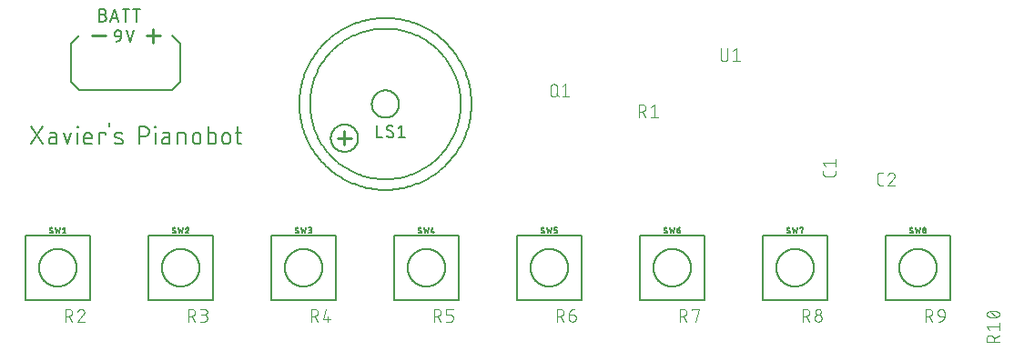
<source format=gto>
G04 EAGLE Gerber RS-274X export*
G75*
%MOMM*%
%FSLAX34Y34*%
%LPD*%
%INTop Silkscreen*%
%IPPOS*%
%AMOC8*
5,1,8,0,0,1.08239X$1,22.5*%
G01*
%ADD10C,0.152400*%
%ADD11C,0.254000*%
%ADD12C,0.203200*%
%ADD13C,0.127000*%
%ADD14C,0.101600*%


D10*
X51562Y216662D02*
X62399Y232918D01*
X51562Y232918D02*
X62399Y216662D01*
X71045Y222984D02*
X75109Y222984D01*
X71045Y222984D02*
X70933Y222982D01*
X70822Y222976D01*
X70711Y222966D01*
X70600Y222953D01*
X70490Y222935D01*
X70381Y222913D01*
X70272Y222888D01*
X70164Y222859D01*
X70058Y222826D01*
X69952Y222789D01*
X69848Y222749D01*
X69746Y222705D01*
X69645Y222657D01*
X69546Y222606D01*
X69448Y222551D01*
X69353Y222493D01*
X69260Y222432D01*
X69169Y222367D01*
X69080Y222299D01*
X68994Y222228D01*
X68911Y222155D01*
X68830Y222078D01*
X68751Y221998D01*
X68676Y221916D01*
X68604Y221831D01*
X68534Y221744D01*
X68468Y221654D01*
X68405Y221562D01*
X68345Y221467D01*
X68289Y221371D01*
X68236Y221273D01*
X68187Y221173D01*
X68141Y221071D01*
X68099Y220968D01*
X68060Y220863D01*
X68025Y220757D01*
X67994Y220650D01*
X67967Y220542D01*
X67943Y220433D01*
X67924Y220323D01*
X67908Y220213D01*
X67896Y220102D01*
X67888Y219990D01*
X67884Y219879D01*
X67884Y219767D01*
X67888Y219656D01*
X67896Y219544D01*
X67908Y219433D01*
X67924Y219323D01*
X67943Y219213D01*
X67967Y219104D01*
X67994Y218996D01*
X68025Y218889D01*
X68060Y218783D01*
X68099Y218678D01*
X68141Y218575D01*
X68187Y218473D01*
X68236Y218373D01*
X68289Y218275D01*
X68345Y218179D01*
X68405Y218084D01*
X68468Y217992D01*
X68534Y217902D01*
X68604Y217815D01*
X68676Y217730D01*
X68751Y217648D01*
X68830Y217568D01*
X68911Y217491D01*
X68994Y217418D01*
X69080Y217347D01*
X69169Y217279D01*
X69260Y217214D01*
X69353Y217153D01*
X69448Y217095D01*
X69546Y217040D01*
X69645Y216989D01*
X69746Y216941D01*
X69848Y216897D01*
X69952Y216857D01*
X70058Y216820D01*
X70164Y216787D01*
X70272Y216758D01*
X70381Y216733D01*
X70490Y216711D01*
X70600Y216693D01*
X70711Y216680D01*
X70822Y216670D01*
X70933Y216664D01*
X71045Y216662D01*
X75109Y216662D01*
X75109Y224790D01*
X75107Y224891D01*
X75101Y224992D01*
X75092Y225093D01*
X75079Y225194D01*
X75062Y225294D01*
X75041Y225393D01*
X75017Y225491D01*
X74989Y225588D01*
X74957Y225685D01*
X74922Y225780D01*
X74883Y225873D01*
X74841Y225965D01*
X74795Y226056D01*
X74746Y226145D01*
X74694Y226231D01*
X74638Y226316D01*
X74580Y226399D01*
X74518Y226479D01*
X74453Y226557D01*
X74386Y226633D01*
X74316Y226706D01*
X74243Y226776D01*
X74167Y226843D01*
X74089Y226908D01*
X74009Y226970D01*
X73926Y227028D01*
X73841Y227084D01*
X73755Y227136D01*
X73666Y227185D01*
X73575Y227231D01*
X73483Y227273D01*
X73390Y227312D01*
X73295Y227347D01*
X73198Y227379D01*
X73101Y227407D01*
X73003Y227431D01*
X72904Y227452D01*
X72804Y227469D01*
X72703Y227482D01*
X72602Y227491D01*
X72501Y227497D01*
X72400Y227499D01*
X68787Y227499D01*
X81504Y227499D02*
X85117Y216662D01*
X88729Y227499D01*
X94496Y227499D02*
X94496Y216662D01*
X94044Y232015D02*
X94044Y232918D01*
X94947Y232918D01*
X94947Y232015D01*
X94044Y232015D01*
X103492Y216662D02*
X108008Y216662D01*
X103492Y216662D02*
X103391Y216664D01*
X103290Y216670D01*
X103189Y216679D01*
X103088Y216692D01*
X102988Y216709D01*
X102889Y216730D01*
X102791Y216754D01*
X102694Y216782D01*
X102597Y216814D01*
X102502Y216849D01*
X102409Y216888D01*
X102317Y216930D01*
X102226Y216976D01*
X102138Y217025D01*
X102051Y217077D01*
X101966Y217133D01*
X101883Y217191D01*
X101803Y217253D01*
X101725Y217318D01*
X101649Y217385D01*
X101576Y217455D01*
X101506Y217528D01*
X101439Y217604D01*
X101374Y217682D01*
X101312Y217762D01*
X101254Y217845D01*
X101198Y217930D01*
X101146Y218017D01*
X101097Y218105D01*
X101051Y218196D01*
X101009Y218288D01*
X100970Y218381D01*
X100935Y218476D01*
X100903Y218573D01*
X100875Y218670D01*
X100851Y218768D01*
X100830Y218867D01*
X100813Y218967D01*
X100800Y219068D01*
X100791Y219169D01*
X100785Y219270D01*
X100783Y219371D01*
X100783Y223887D01*
X100785Y224006D01*
X100791Y224126D01*
X100801Y224245D01*
X100815Y224363D01*
X100832Y224482D01*
X100854Y224599D01*
X100879Y224716D01*
X100909Y224831D01*
X100942Y224946D01*
X100979Y225060D01*
X101019Y225172D01*
X101064Y225283D01*
X101112Y225392D01*
X101163Y225500D01*
X101218Y225606D01*
X101277Y225710D01*
X101339Y225812D01*
X101404Y225912D01*
X101473Y226010D01*
X101545Y226106D01*
X101620Y226199D01*
X101697Y226289D01*
X101778Y226377D01*
X101862Y226462D01*
X101949Y226544D01*
X102038Y226624D01*
X102130Y226700D01*
X102224Y226774D01*
X102321Y226844D01*
X102419Y226911D01*
X102520Y226975D01*
X102624Y227035D01*
X102729Y227092D01*
X102836Y227145D01*
X102944Y227195D01*
X103054Y227241D01*
X103166Y227283D01*
X103279Y227322D01*
X103393Y227357D01*
X103508Y227388D01*
X103625Y227416D01*
X103742Y227439D01*
X103859Y227459D01*
X103978Y227475D01*
X104097Y227487D01*
X104216Y227495D01*
X104335Y227499D01*
X104455Y227499D01*
X104574Y227495D01*
X104693Y227487D01*
X104812Y227475D01*
X104931Y227459D01*
X105048Y227439D01*
X105165Y227416D01*
X105282Y227388D01*
X105397Y227357D01*
X105511Y227322D01*
X105624Y227283D01*
X105736Y227241D01*
X105846Y227195D01*
X105954Y227145D01*
X106061Y227092D01*
X106166Y227035D01*
X106270Y226975D01*
X106371Y226911D01*
X106469Y226844D01*
X106566Y226774D01*
X106660Y226700D01*
X106752Y226624D01*
X106841Y226544D01*
X106928Y226462D01*
X107012Y226377D01*
X107093Y226289D01*
X107170Y226199D01*
X107245Y226106D01*
X107317Y226010D01*
X107386Y225912D01*
X107451Y225812D01*
X107513Y225710D01*
X107572Y225606D01*
X107627Y225500D01*
X107678Y225392D01*
X107726Y225283D01*
X107771Y225172D01*
X107811Y225060D01*
X107848Y224946D01*
X107881Y224831D01*
X107911Y224716D01*
X107936Y224599D01*
X107958Y224482D01*
X107975Y224363D01*
X107989Y224245D01*
X107999Y224126D01*
X108005Y224006D01*
X108007Y223887D01*
X108008Y223887D02*
X108008Y222081D01*
X100783Y222081D01*
X114936Y216662D02*
X114936Y227499D01*
X120355Y227499D01*
X120355Y225693D01*
X124195Y232918D02*
X124195Y236530D01*
X130795Y222984D02*
X135310Y221178D01*
X130794Y222984D02*
X130706Y223021D01*
X130620Y223062D01*
X130535Y223106D01*
X130452Y223154D01*
X130372Y223205D01*
X130293Y223259D01*
X130217Y223317D01*
X130143Y223377D01*
X130071Y223441D01*
X130003Y223507D01*
X129937Y223577D01*
X129874Y223648D01*
X129813Y223723D01*
X129756Y223799D01*
X129703Y223878D01*
X129652Y223959D01*
X129605Y224042D01*
X129561Y224127D01*
X129521Y224214D01*
X129484Y224302D01*
X129451Y224392D01*
X129421Y224483D01*
X129396Y224575D01*
X129374Y224668D01*
X129356Y224762D01*
X129341Y224856D01*
X129331Y224951D01*
X129325Y225047D01*
X129322Y225142D01*
X129323Y225238D01*
X129329Y225333D01*
X129338Y225429D01*
X129351Y225523D01*
X129367Y225617D01*
X129388Y225711D01*
X129413Y225803D01*
X129441Y225894D01*
X129473Y225984D01*
X129508Y226073D01*
X129547Y226160D01*
X129590Y226246D01*
X129636Y226330D01*
X129686Y226411D01*
X129738Y226491D01*
X129794Y226569D01*
X129854Y226644D01*
X129916Y226716D01*
X129981Y226786D01*
X130049Y226854D01*
X130119Y226918D01*
X130192Y226980D01*
X130268Y227038D01*
X130346Y227094D01*
X130426Y227146D01*
X130508Y227195D01*
X130592Y227240D01*
X130678Y227282D01*
X130765Y227321D01*
X130854Y227356D01*
X130945Y227387D01*
X131036Y227414D01*
X131129Y227438D01*
X131222Y227458D01*
X131316Y227474D01*
X131411Y227486D01*
X131506Y227495D01*
X131602Y227499D01*
X131697Y227500D01*
X131944Y227493D01*
X132190Y227481D01*
X132436Y227463D01*
X132682Y227438D01*
X132926Y227408D01*
X133170Y227372D01*
X133413Y227331D01*
X133655Y227283D01*
X133896Y227229D01*
X134135Y227170D01*
X134373Y227105D01*
X134609Y227034D01*
X134844Y226958D01*
X135077Y226876D01*
X135307Y226788D01*
X135535Y226695D01*
X135762Y226597D01*
X135311Y221177D02*
X135399Y221140D01*
X135485Y221099D01*
X135570Y221055D01*
X135653Y221007D01*
X135733Y220956D01*
X135812Y220902D01*
X135888Y220844D01*
X135962Y220784D01*
X136034Y220720D01*
X136102Y220654D01*
X136168Y220584D01*
X136231Y220513D01*
X136292Y220438D01*
X136349Y220362D01*
X136402Y220283D01*
X136453Y220202D01*
X136500Y220119D01*
X136544Y220034D01*
X136584Y219947D01*
X136621Y219859D01*
X136654Y219769D01*
X136684Y219678D01*
X136709Y219586D01*
X136731Y219493D01*
X136749Y219399D01*
X136764Y219305D01*
X136774Y219210D01*
X136780Y219114D01*
X136783Y219019D01*
X136782Y218923D01*
X136776Y218828D01*
X136767Y218732D01*
X136754Y218638D01*
X136738Y218544D01*
X136717Y218450D01*
X136692Y218358D01*
X136664Y218267D01*
X136632Y218177D01*
X136597Y218088D01*
X136558Y218001D01*
X136515Y217915D01*
X136469Y217831D01*
X136419Y217750D01*
X136367Y217670D01*
X136311Y217592D01*
X136251Y217517D01*
X136189Y217445D01*
X136124Y217375D01*
X136056Y217307D01*
X135986Y217243D01*
X135913Y217181D01*
X135837Y217123D01*
X135759Y217067D01*
X135679Y217015D01*
X135597Y216966D01*
X135513Y216921D01*
X135427Y216879D01*
X135340Y216840D01*
X135251Y216805D01*
X135160Y216774D01*
X135069Y216747D01*
X134976Y216723D01*
X134883Y216703D01*
X134789Y216687D01*
X134694Y216675D01*
X134599Y216666D01*
X134503Y216662D01*
X134408Y216661D01*
X134407Y216662D02*
X134045Y216671D01*
X133683Y216689D01*
X133322Y216716D01*
X132962Y216751D01*
X132602Y216794D01*
X132243Y216846D01*
X131886Y216907D01*
X131531Y216976D01*
X131177Y217053D01*
X130825Y217139D01*
X130475Y217233D01*
X130127Y217336D01*
X129782Y217446D01*
X129440Y217565D01*
X152195Y216662D02*
X152195Y232918D01*
X156710Y232918D01*
X156843Y232916D01*
X156975Y232910D01*
X157107Y232900D01*
X157239Y232887D01*
X157371Y232869D01*
X157501Y232848D01*
X157632Y232823D01*
X157761Y232794D01*
X157889Y232761D01*
X158017Y232725D01*
X158143Y232685D01*
X158268Y232641D01*
X158392Y232593D01*
X158514Y232542D01*
X158635Y232487D01*
X158754Y232429D01*
X158872Y232367D01*
X158987Y232302D01*
X159101Y232233D01*
X159212Y232162D01*
X159321Y232086D01*
X159428Y232008D01*
X159533Y231927D01*
X159635Y231842D01*
X159735Y231755D01*
X159832Y231665D01*
X159927Y231572D01*
X160018Y231476D01*
X160107Y231378D01*
X160193Y231277D01*
X160276Y231173D01*
X160356Y231067D01*
X160432Y230959D01*
X160506Y230849D01*
X160576Y230736D01*
X160643Y230622D01*
X160706Y230505D01*
X160766Y230387D01*
X160823Y230267D01*
X160876Y230145D01*
X160925Y230022D01*
X160971Y229898D01*
X161013Y229772D01*
X161051Y229645D01*
X161086Y229517D01*
X161117Y229388D01*
X161144Y229259D01*
X161167Y229128D01*
X161187Y228997D01*
X161202Y228865D01*
X161214Y228733D01*
X161222Y228601D01*
X161226Y228468D01*
X161226Y228336D01*
X161222Y228203D01*
X161214Y228071D01*
X161202Y227939D01*
X161187Y227807D01*
X161167Y227676D01*
X161144Y227545D01*
X161117Y227416D01*
X161086Y227287D01*
X161051Y227159D01*
X161013Y227032D01*
X160971Y226906D01*
X160925Y226782D01*
X160876Y226659D01*
X160823Y226537D01*
X160766Y226417D01*
X160706Y226299D01*
X160643Y226182D01*
X160576Y226068D01*
X160506Y225955D01*
X160432Y225845D01*
X160356Y225737D01*
X160276Y225631D01*
X160193Y225527D01*
X160107Y225426D01*
X160018Y225328D01*
X159927Y225232D01*
X159832Y225139D01*
X159735Y225049D01*
X159635Y224962D01*
X159533Y224877D01*
X159428Y224796D01*
X159321Y224718D01*
X159212Y224642D01*
X159101Y224571D01*
X158987Y224502D01*
X158872Y224437D01*
X158754Y224375D01*
X158635Y224317D01*
X158514Y224262D01*
X158392Y224211D01*
X158268Y224163D01*
X158143Y224119D01*
X158017Y224079D01*
X157889Y224043D01*
X157761Y224010D01*
X157632Y223981D01*
X157501Y223956D01*
X157371Y223935D01*
X157239Y223917D01*
X157107Y223904D01*
X156975Y223894D01*
X156843Y223888D01*
X156710Y223886D01*
X156710Y223887D02*
X152195Y223887D01*
X166920Y227499D02*
X166920Y216662D01*
X166469Y232015D02*
X166469Y232918D01*
X167372Y232918D01*
X167372Y232015D01*
X166469Y232015D01*
X176295Y222984D02*
X180359Y222984D01*
X176295Y222984D02*
X176183Y222982D01*
X176072Y222976D01*
X175961Y222966D01*
X175850Y222953D01*
X175740Y222935D01*
X175631Y222913D01*
X175522Y222888D01*
X175414Y222859D01*
X175308Y222826D01*
X175202Y222789D01*
X175098Y222749D01*
X174996Y222705D01*
X174895Y222657D01*
X174796Y222606D01*
X174698Y222551D01*
X174603Y222493D01*
X174510Y222432D01*
X174419Y222367D01*
X174330Y222299D01*
X174244Y222228D01*
X174161Y222155D01*
X174080Y222078D01*
X174001Y221998D01*
X173926Y221916D01*
X173854Y221831D01*
X173784Y221744D01*
X173718Y221654D01*
X173655Y221562D01*
X173595Y221467D01*
X173539Y221371D01*
X173486Y221273D01*
X173437Y221173D01*
X173391Y221071D01*
X173349Y220968D01*
X173310Y220863D01*
X173275Y220757D01*
X173244Y220650D01*
X173217Y220542D01*
X173193Y220433D01*
X173174Y220323D01*
X173158Y220213D01*
X173146Y220102D01*
X173138Y219990D01*
X173134Y219879D01*
X173134Y219767D01*
X173138Y219656D01*
X173146Y219544D01*
X173158Y219433D01*
X173174Y219323D01*
X173193Y219213D01*
X173217Y219104D01*
X173244Y218996D01*
X173275Y218889D01*
X173310Y218783D01*
X173349Y218678D01*
X173391Y218575D01*
X173437Y218473D01*
X173486Y218373D01*
X173539Y218275D01*
X173595Y218179D01*
X173655Y218084D01*
X173718Y217992D01*
X173784Y217902D01*
X173854Y217815D01*
X173926Y217730D01*
X174001Y217648D01*
X174080Y217568D01*
X174161Y217491D01*
X174244Y217418D01*
X174330Y217347D01*
X174419Y217279D01*
X174510Y217214D01*
X174603Y217153D01*
X174698Y217095D01*
X174796Y217040D01*
X174895Y216989D01*
X174996Y216941D01*
X175098Y216897D01*
X175202Y216857D01*
X175308Y216820D01*
X175414Y216787D01*
X175522Y216758D01*
X175631Y216733D01*
X175740Y216711D01*
X175850Y216693D01*
X175961Y216680D01*
X176072Y216670D01*
X176183Y216664D01*
X176295Y216662D01*
X180359Y216662D01*
X180359Y224790D01*
X180357Y224891D01*
X180351Y224992D01*
X180342Y225093D01*
X180329Y225194D01*
X180312Y225294D01*
X180291Y225393D01*
X180267Y225491D01*
X180239Y225588D01*
X180207Y225685D01*
X180172Y225780D01*
X180133Y225873D01*
X180091Y225965D01*
X180045Y226056D01*
X179996Y226145D01*
X179944Y226231D01*
X179888Y226316D01*
X179830Y226399D01*
X179768Y226479D01*
X179703Y226557D01*
X179636Y226633D01*
X179566Y226706D01*
X179493Y226776D01*
X179417Y226843D01*
X179339Y226908D01*
X179259Y226970D01*
X179176Y227028D01*
X179091Y227084D01*
X179005Y227136D01*
X178916Y227185D01*
X178825Y227231D01*
X178733Y227273D01*
X178640Y227312D01*
X178545Y227347D01*
X178448Y227379D01*
X178351Y227407D01*
X178253Y227431D01*
X178154Y227452D01*
X178054Y227469D01*
X177953Y227482D01*
X177852Y227491D01*
X177751Y227497D01*
X177650Y227499D01*
X174037Y227499D01*
X187797Y227499D02*
X187797Y216662D01*
X187797Y227499D02*
X192312Y227499D01*
X192416Y227497D01*
X192519Y227491D01*
X192623Y227481D01*
X192726Y227467D01*
X192828Y227449D01*
X192929Y227428D01*
X193030Y227402D01*
X193129Y227373D01*
X193228Y227340D01*
X193325Y227303D01*
X193420Y227262D01*
X193514Y227218D01*
X193606Y227170D01*
X193696Y227119D01*
X193785Y227064D01*
X193871Y227006D01*
X193954Y226944D01*
X194036Y226880D01*
X194114Y226812D01*
X194190Y226742D01*
X194264Y226669D01*
X194334Y226592D01*
X194402Y226514D01*
X194466Y226432D01*
X194528Y226349D01*
X194586Y226263D01*
X194641Y226174D01*
X194692Y226084D01*
X194740Y225992D01*
X194784Y225898D01*
X194825Y225803D01*
X194862Y225706D01*
X194895Y225607D01*
X194924Y225508D01*
X194950Y225407D01*
X194971Y225306D01*
X194989Y225204D01*
X195003Y225101D01*
X195013Y224997D01*
X195019Y224894D01*
X195021Y224790D01*
X195022Y224790D02*
X195022Y216662D01*
X201865Y220274D02*
X201865Y223887D01*
X201867Y224006D01*
X201873Y224126D01*
X201883Y224245D01*
X201897Y224363D01*
X201914Y224482D01*
X201936Y224599D01*
X201961Y224716D01*
X201991Y224831D01*
X202024Y224946D01*
X202061Y225060D01*
X202101Y225172D01*
X202146Y225283D01*
X202194Y225392D01*
X202245Y225500D01*
X202300Y225606D01*
X202359Y225710D01*
X202421Y225812D01*
X202486Y225912D01*
X202555Y226010D01*
X202627Y226106D01*
X202702Y226199D01*
X202779Y226289D01*
X202860Y226377D01*
X202944Y226462D01*
X203031Y226544D01*
X203120Y226624D01*
X203212Y226700D01*
X203306Y226774D01*
X203403Y226844D01*
X203501Y226911D01*
X203602Y226975D01*
X203706Y227035D01*
X203811Y227092D01*
X203918Y227145D01*
X204026Y227195D01*
X204136Y227241D01*
X204248Y227283D01*
X204361Y227322D01*
X204475Y227357D01*
X204590Y227388D01*
X204707Y227416D01*
X204824Y227439D01*
X204941Y227459D01*
X205060Y227475D01*
X205179Y227487D01*
X205298Y227495D01*
X205417Y227499D01*
X205537Y227499D01*
X205656Y227495D01*
X205775Y227487D01*
X205894Y227475D01*
X206013Y227459D01*
X206130Y227439D01*
X206247Y227416D01*
X206364Y227388D01*
X206479Y227357D01*
X206593Y227322D01*
X206706Y227283D01*
X206818Y227241D01*
X206928Y227195D01*
X207036Y227145D01*
X207143Y227092D01*
X207248Y227035D01*
X207352Y226975D01*
X207453Y226911D01*
X207551Y226844D01*
X207648Y226774D01*
X207742Y226700D01*
X207834Y226624D01*
X207923Y226544D01*
X208010Y226462D01*
X208094Y226377D01*
X208175Y226289D01*
X208252Y226199D01*
X208327Y226106D01*
X208399Y226010D01*
X208468Y225912D01*
X208533Y225812D01*
X208595Y225710D01*
X208654Y225606D01*
X208709Y225500D01*
X208760Y225392D01*
X208808Y225283D01*
X208853Y225172D01*
X208893Y225060D01*
X208930Y224946D01*
X208963Y224831D01*
X208993Y224716D01*
X209018Y224599D01*
X209040Y224482D01*
X209057Y224363D01*
X209071Y224245D01*
X209081Y224126D01*
X209087Y224006D01*
X209089Y223887D01*
X209090Y223887D02*
X209090Y220274D01*
X209089Y220274D02*
X209087Y220155D01*
X209081Y220035D01*
X209071Y219916D01*
X209057Y219798D01*
X209040Y219679D01*
X209018Y219562D01*
X208993Y219445D01*
X208963Y219330D01*
X208930Y219215D01*
X208893Y219101D01*
X208853Y218989D01*
X208808Y218878D01*
X208760Y218769D01*
X208709Y218661D01*
X208654Y218555D01*
X208595Y218451D01*
X208533Y218349D01*
X208468Y218249D01*
X208399Y218151D01*
X208327Y218055D01*
X208252Y217962D01*
X208175Y217872D01*
X208094Y217784D01*
X208010Y217699D01*
X207923Y217617D01*
X207834Y217537D01*
X207742Y217461D01*
X207648Y217387D01*
X207551Y217317D01*
X207453Y217250D01*
X207352Y217186D01*
X207248Y217126D01*
X207143Y217069D01*
X207036Y217016D01*
X206928Y216966D01*
X206818Y216920D01*
X206706Y216878D01*
X206593Y216839D01*
X206479Y216804D01*
X206364Y216773D01*
X206247Y216745D01*
X206130Y216722D01*
X206013Y216702D01*
X205894Y216686D01*
X205775Y216674D01*
X205656Y216666D01*
X205537Y216662D01*
X205417Y216662D01*
X205298Y216666D01*
X205179Y216674D01*
X205060Y216686D01*
X204941Y216702D01*
X204824Y216722D01*
X204707Y216745D01*
X204590Y216773D01*
X204475Y216804D01*
X204361Y216839D01*
X204248Y216878D01*
X204136Y216920D01*
X204026Y216966D01*
X203918Y217016D01*
X203811Y217069D01*
X203706Y217126D01*
X203602Y217186D01*
X203501Y217250D01*
X203403Y217317D01*
X203306Y217387D01*
X203212Y217461D01*
X203120Y217537D01*
X203031Y217617D01*
X202944Y217699D01*
X202860Y217784D01*
X202779Y217872D01*
X202702Y217962D01*
X202627Y218055D01*
X202555Y218151D01*
X202486Y218249D01*
X202421Y218349D01*
X202359Y218451D01*
X202300Y218555D01*
X202245Y218661D01*
X202194Y218769D01*
X202146Y218878D01*
X202101Y218989D01*
X202061Y219101D01*
X202024Y219215D01*
X201991Y219330D01*
X201961Y219445D01*
X201936Y219562D01*
X201914Y219679D01*
X201897Y219798D01*
X201883Y219916D01*
X201873Y220035D01*
X201867Y220155D01*
X201865Y220274D01*
X216006Y216662D02*
X216006Y232918D01*
X216006Y216662D02*
X220522Y216662D01*
X220626Y216664D01*
X220729Y216670D01*
X220833Y216680D01*
X220936Y216694D01*
X221038Y216712D01*
X221139Y216733D01*
X221240Y216759D01*
X221339Y216788D01*
X221438Y216821D01*
X221535Y216858D01*
X221630Y216899D01*
X221724Y216943D01*
X221816Y216991D01*
X221906Y217042D01*
X221995Y217097D01*
X222081Y217155D01*
X222164Y217217D01*
X222246Y217281D01*
X222324Y217349D01*
X222400Y217419D01*
X222474Y217492D01*
X222544Y217569D01*
X222612Y217647D01*
X222676Y217729D01*
X222738Y217812D01*
X222796Y217898D01*
X222851Y217987D01*
X222902Y218077D01*
X222950Y218169D01*
X222994Y218263D01*
X223035Y218358D01*
X223072Y218455D01*
X223105Y218554D01*
X223134Y218653D01*
X223160Y218754D01*
X223181Y218855D01*
X223199Y218957D01*
X223213Y219060D01*
X223223Y219164D01*
X223229Y219267D01*
X223231Y219371D01*
X223231Y224790D01*
X223229Y224891D01*
X223223Y224992D01*
X223214Y225093D01*
X223201Y225194D01*
X223184Y225294D01*
X223163Y225393D01*
X223139Y225491D01*
X223111Y225588D01*
X223079Y225685D01*
X223044Y225780D01*
X223005Y225873D01*
X222963Y225965D01*
X222917Y226056D01*
X222868Y226145D01*
X222816Y226231D01*
X222760Y226316D01*
X222702Y226399D01*
X222640Y226479D01*
X222575Y226557D01*
X222508Y226633D01*
X222438Y226706D01*
X222365Y226776D01*
X222289Y226843D01*
X222211Y226908D01*
X222131Y226970D01*
X222048Y227028D01*
X221963Y227084D01*
X221877Y227136D01*
X221788Y227185D01*
X221697Y227231D01*
X221605Y227273D01*
X221512Y227312D01*
X221417Y227347D01*
X221320Y227379D01*
X221223Y227407D01*
X221125Y227431D01*
X221026Y227452D01*
X220926Y227469D01*
X220825Y227482D01*
X220724Y227491D01*
X220623Y227497D01*
X220522Y227499D01*
X216006Y227499D01*
X229480Y223887D02*
X229480Y220274D01*
X229480Y223887D02*
X229482Y224006D01*
X229488Y224126D01*
X229498Y224245D01*
X229512Y224363D01*
X229529Y224482D01*
X229551Y224599D01*
X229576Y224716D01*
X229606Y224831D01*
X229639Y224946D01*
X229676Y225060D01*
X229716Y225172D01*
X229761Y225283D01*
X229809Y225392D01*
X229860Y225500D01*
X229915Y225606D01*
X229974Y225710D01*
X230036Y225812D01*
X230101Y225912D01*
X230170Y226010D01*
X230242Y226106D01*
X230317Y226199D01*
X230394Y226289D01*
X230475Y226377D01*
X230559Y226462D01*
X230646Y226544D01*
X230735Y226624D01*
X230827Y226700D01*
X230921Y226774D01*
X231018Y226844D01*
X231116Y226911D01*
X231217Y226975D01*
X231321Y227035D01*
X231426Y227092D01*
X231533Y227145D01*
X231641Y227195D01*
X231751Y227241D01*
X231863Y227283D01*
X231976Y227322D01*
X232090Y227357D01*
X232205Y227388D01*
X232322Y227416D01*
X232439Y227439D01*
X232556Y227459D01*
X232675Y227475D01*
X232794Y227487D01*
X232913Y227495D01*
X233032Y227499D01*
X233152Y227499D01*
X233271Y227495D01*
X233390Y227487D01*
X233509Y227475D01*
X233628Y227459D01*
X233745Y227439D01*
X233862Y227416D01*
X233979Y227388D01*
X234094Y227357D01*
X234208Y227322D01*
X234321Y227283D01*
X234433Y227241D01*
X234543Y227195D01*
X234651Y227145D01*
X234758Y227092D01*
X234863Y227035D01*
X234967Y226975D01*
X235068Y226911D01*
X235166Y226844D01*
X235263Y226774D01*
X235357Y226700D01*
X235449Y226624D01*
X235538Y226544D01*
X235625Y226462D01*
X235709Y226377D01*
X235790Y226289D01*
X235867Y226199D01*
X235942Y226106D01*
X236014Y226010D01*
X236083Y225912D01*
X236148Y225812D01*
X236210Y225710D01*
X236269Y225606D01*
X236324Y225500D01*
X236375Y225392D01*
X236423Y225283D01*
X236468Y225172D01*
X236508Y225060D01*
X236545Y224946D01*
X236578Y224831D01*
X236608Y224716D01*
X236633Y224599D01*
X236655Y224482D01*
X236672Y224363D01*
X236686Y224245D01*
X236696Y224126D01*
X236702Y224006D01*
X236704Y223887D01*
X236705Y223887D02*
X236705Y220274D01*
X236704Y220274D02*
X236702Y220155D01*
X236696Y220035D01*
X236686Y219916D01*
X236672Y219798D01*
X236655Y219679D01*
X236633Y219562D01*
X236608Y219445D01*
X236578Y219330D01*
X236545Y219215D01*
X236508Y219101D01*
X236468Y218989D01*
X236423Y218878D01*
X236375Y218769D01*
X236324Y218661D01*
X236269Y218555D01*
X236210Y218451D01*
X236148Y218349D01*
X236083Y218249D01*
X236014Y218151D01*
X235942Y218055D01*
X235867Y217962D01*
X235790Y217872D01*
X235709Y217784D01*
X235625Y217699D01*
X235538Y217617D01*
X235449Y217537D01*
X235357Y217461D01*
X235263Y217387D01*
X235166Y217317D01*
X235068Y217250D01*
X234967Y217186D01*
X234863Y217126D01*
X234758Y217069D01*
X234651Y217016D01*
X234543Y216966D01*
X234433Y216920D01*
X234321Y216878D01*
X234208Y216839D01*
X234094Y216804D01*
X233979Y216773D01*
X233862Y216745D01*
X233745Y216722D01*
X233628Y216702D01*
X233509Y216686D01*
X233390Y216674D01*
X233271Y216666D01*
X233152Y216662D01*
X233032Y216662D01*
X232913Y216666D01*
X232794Y216674D01*
X232675Y216686D01*
X232556Y216702D01*
X232439Y216722D01*
X232322Y216745D01*
X232205Y216773D01*
X232090Y216804D01*
X231976Y216839D01*
X231863Y216878D01*
X231751Y216920D01*
X231641Y216966D01*
X231533Y217016D01*
X231426Y217069D01*
X231321Y217126D01*
X231217Y217186D01*
X231116Y217250D01*
X231018Y217317D01*
X230921Y217387D01*
X230827Y217461D01*
X230735Y217537D01*
X230646Y217617D01*
X230559Y217699D01*
X230475Y217784D01*
X230394Y217872D01*
X230317Y217962D01*
X230242Y218055D01*
X230170Y218151D01*
X230101Y218249D01*
X230036Y218349D01*
X229974Y218451D01*
X229915Y218555D01*
X229860Y218661D01*
X229809Y218769D01*
X229761Y218878D01*
X229716Y218989D01*
X229676Y219101D01*
X229639Y219215D01*
X229606Y219330D01*
X229576Y219445D01*
X229551Y219562D01*
X229529Y219679D01*
X229512Y219798D01*
X229498Y219916D01*
X229488Y220035D01*
X229482Y220155D01*
X229480Y220274D01*
X241730Y227499D02*
X247148Y227499D01*
X243536Y232918D02*
X243536Y219371D01*
X243538Y219270D01*
X243544Y219169D01*
X243553Y219068D01*
X243566Y218967D01*
X243583Y218867D01*
X243604Y218768D01*
X243628Y218670D01*
X243656Y218573D01*
X243688Y218476D01*
X243723Y218381D01*
X243762Y218288D01*
X243804Y218196D01*
X243850Y218105D01*
X243899Y218017D01*
X243951Y217930D01*
X244007Y217845D01*
X244065Y217762D01*
X244127Y217682D01*
X244192Y217604D01*
X244259Y217528D01*
X244329Y217455D01*
X244402Y217385D01*
X244478Y217318D01*
X244556Y217253D01*
X244636Y217191D01*
X244719Y217133D01*
X244804Y217077D01*
X244891Y217025D01*
X244979Y216976D01*
X245070Y216930D01*
X245162Y216888D01*
X245255Y216849D01*
X245350Y216814D01*
X245447Y216782D01*
X245544Y216754D01*
X245642Y216730D01*
X245741Y216709D01*
X245841Y216692D01*
X245942Y216679D01*
X246043Y216670D01*
X246144Y216664D01*
X246245Y216662D01*
X247148Y216662D01*
D11*
X120650Y317500D02*
X107950Y317500D01*
X158750Y317500D02*
X171450Y317500D01*
X165100Y311150D02*
X165100Y323850D01*
D10*
X182880Y317500D02*
X190500Y309880D01*
X190500Y274320D01*
X182880Y266700D01*
X96520Y266700D01*
X88900Y274320D01*
X88900Y309880D01*
X96520Y317500D01*
D12*
X131657Y316907D02*
X135213Y316907D01*
X131657Y316907D02*
X131562Y316909D01*
X131466Y316915D01*
X131371Y316924D01*
X131277Y316938D01*
X131183Y316955D01*
X131090Y316976D01*
X130997Y317001D01*
X130906Y317029D01*
X130816Y317061D01*
X130728Y317097D01*
X130641Y317136D01*
X130555Y317179D01*
X130471Y317225D01*
X130390Y317274D01*
X130310Y317327D01*
X130233Y317383D01*
X130157Y317441D01*
X130085Y317503D01*
X130015Y317568D01*
X129947Y317636D01*
X129882Y317706D01*
X129820Y317778D01*
X129762Y317854D01*
X129706Y317931D01*
X129653Y318011D01*
X129604Y318093D01*
X129558Y318176D01*
X129515Y318262D01*
X129476Y318349D01*
X129440Y318437D01*
X129408Y318527D01*
X129380Y318618D01*
X129355Y318711D01*
X129334Y318804D01*
X129317Y318898D01*
X129303Y318992D01*
X129294Y319087D01*
X129288Y319183D01*
X129286Y319278D01*
X129286Y319871D01*
X129288Y319978D01*
X129294Y320085D01*
X129303Y320191D01*
X129317Y320297D01*
X129334Y320403D01*
X129355Y320508D01*
X129380Y320612D01*
X129409Y320715D01*
X129441Y320817D01*
X129477Y320918D01*
X129517Y321017D01*
X129560Y321115D01*
X129607Y321211D01*
X129657Y321306D01*
X129710Y321399D01*
X129767Y321489D01*
X129827Y321578D01*
X129890Y321664D01*
X129956Y321748D01*
X130026Y321830D01*
X130098Y321909D01*
X130173Y321985D01*
X130251Y322059D01*
X130331Y322129D01*
X130414Y322197D01*
X130499Y322262D01*
X130586Y322323D01*
X130676Y322382D01*
X130768Y322437D01*
X130861Y322489D01*
X130957Y322537D01*
X131054Y322582D01*
X131152Y322624D01*
X131252Y322661D01*
X131354Y322696D01*
X131456Y322726D01*
X131560Y322753D01*
X131664Y322776D01*
X131770Y322795D01*
X131876Y322810D01*
X131982Y322822D01*
X132089Y322830D01*
X132196Y322834D01*
X132302Y322834D01*
X132409Y322830D01*
X132516Y322822D01*
X132622Y322810D01*
X132728Y322795D01*
X132834Y322776D01*
X132938Y322753D01*
X133042Y322726D01*
X133144Y322696D01*
X133246Y322661D01*
X133346Y322624D01*
X133444Y322582D01*
X133541Y322537D01*
X133637Y322489D01*
X133731Y322437D01*
X133822Y322382D01*
X133912Y322323D01*
X133999Y322262D01*
X134084Y322197D01*
X134167Y322129D01*
X134247Y322059D01*
X134325Y321985D01*
X134400Y321909D01*
X134472Y321830D01*
X134542Y321748D01*
X134608Y321664D01*
X134671Y321578D01*
X134731Y321489D01*
X134788Y321399D01*
X134841Y321306D01*
X134891Y321211D01*
X134938Y321115D01*
X134981Y321017D01*
X135021Y320918D01*
X135057Y320817D01*
X135089Y320715D01*
X135118Y320612D01*
X135143Y320508D01*
X135164Y320403D01*
X135181Y320297D01*
X135195Y320191D01*
X135204Y320085D01*
X135210Y319978D01*
X135212Y319871D01*
X135213Y319871D02*
X135213Y316907D01*
X135212Y316907D02*
X135210Y316772D01*
X135204Y316636D01*
X135195Y316501D01*
X135181Y316367D01*
X135164Y316232D01*
X135143Y316099D01*
X135118Y315965D01*
X135089Y315833D01*
X135056Y315702D01*
X135020Y315571D01*
X134980Y315442D01*
X134936Y315314D01*
X134889Y315187D01*
X134838Y315061D01*
X134784Y314938D01*
X134726Y314815D01*
X134664Y314695D01*
X134599Y314576D01*
X134531Y314459D01*
X134459Y314344D01*
X134385Y314231D01*
X134307Y314120D01*
X134225Y314012D01*
X134141Y313906D01*
X134054Y313802D01*
X133964Y313701D01*
X133871Y313603D01*
X133775Y313507D01*
X133677Y313414D01*
X133576Y313324D01*
X133472Y313237D01*
X133366Y313153D01*
X133258Y313071D01*
X133147Y312993D01*
X133034Y312919D01*
X132919Y312847D01*
X132802Y312779D01*
X132683Y312714D01*
X132563Y312652D01*
X132440Y312594D01*
X132317Y312540D01*
X132191Y312489D01*
X132064Y312442D01*
X131936Y312398D01*
X131807Y312358D01*
X131676Y312322D01*
X131545Y312289D01*
X131413Y312260D01*
X131279Y312235D01*
X131146Y312214D01*
X131011Y312197D01*
X130877Y312183D01*
X130742Y312174D01*
X130606Y312168D01*
X130471Y312166D01*
X143679Y312166D02*
X140123Y322834D01*
X147235Y322834D02*
X143679Y312166D01*
D13*
X118110Y337185D02*
X114935Y337185D01*
X118110Y337185D02*
X118221Y337183D01*
X118331Y337177D01*
X118442Y337168D01*
X118552Y337154D01*
X118661Y337137D01*
X118770Y337116D01*
X118878Y337091D01*
X118985Y337062D01*
X119091Y337030D01*
X119196Y336994D01*
X119299Y336954D01*
X119401Y336911D01*
X119502Y336864D01*
X119601Y336813D01*
X119698Y336760D01*
X119792Y336703D01*
X119885Y336642D01*
X119976Y336579D01*
X120065Y336512D01*
X120151Y336442D01*
X120234Y336369D01*
X120316Y336294D01*
X120394Y336216D01*
X120469Y336134D01*
X120542Y336051D01*
X120612Y335965D01*
X120679Y335876D01*
X120742Y335785D01*
X120803Y335692D01*
X120860Y335597D01*
X120913Y335501D01*
X120964Y335402D01*
X121011Y335301D01*
X121054Y335199D01*
X121094Y335096D01*
X121130Y334991D01*
X121162Y334885D01*
X121191Y334778D01*
X121216Y334670D01*
X121237Y334561D01*
X121254Y334452D01*
X121268Y334342D01*
X121277Y334231D01*
X121283Y334121D01*
X121285Y334010D01*
X121283Y333899D01*
X121277Y333789D01*
X121268Y333678D01*
X121254Y333568D01*
X121237Y333459D01*
X121216Y333350D01*
X121191Y333242D01*
X121162Y333135D01*
X121130Y333029D01*
X121094Y332924D01*
X121054Y332821D01*
X121011Y332719D01*
X120964Y332618D01*
X120913Y332519D01*
X120860Y332422D01*
X120803Y332328D01*
X120742Y332235D01*
X120679Y332144D01*
X120612Y332055D01*
X120542Y331969D01*
X120469Y331886D01*
X120394Y331804D01*
X120316Y331726D01*
X120234Y331651D01*
X120151Y331578D01*
X120065Y331508D01*
X119976Y331441D01*
X119885Y331378D01*
X119792Y331317D01*
X119697Y331260D01*
X119601Y331207D01*
X119502Y331156D01*
X119401Y331109D01*
X119299Y331066D01*
X119196Y331026D01*
X119091Y330990D01*
X118985Y330958D01*
X118878Y330929D01*
X118770Y330904D01*
X118661Y330883D01*
X118552Y330866D01*
X118442Y330852D01*
X118331Y330843D01*
X118221Y330837D01*
X118110Y330835D01*
X114935Y330835D01*
X114935Y342265D01*
X118110Y342265D01*
X118210Y342263D01*
X118309Y342257D01*
X118409Y342247D01*
X118507Y342234D01*
X118606Y342216D01*
X118703Y342195D01*
X118799Y342170D01*
X118895Y342141D01*
X118989Y342108D01*
X119082Y342072D01*
X119173Y342032D01*
X119263Y341988D01*
X119351Y341941D01*
X119437Y341891D01*
X119521Y341837D01*
X119603Y341780D01*
X119682Y341720D01*
X119760Y341656D01*
X119834Y341590D01*
X119906Y341521D01*
X119975Y341449D01*
X120041Y341375D01*
X120105Y341297D01*
X120165Y341218D01*
X120222Y341136D01*
X120276Y341052D01*
X120326Y340966D01*
X120373Y340878D01*
X120417Y340788D01*
X120457Y340697D01*
X120493Y340604D01*
X120526Y340510D01*
X120555Y340414D01*
X120580Y340318D01*
X120601Y340221D01*
X120619Y340122D01*
X120632Y340024D01*
X120642Y339924D01*
X120648Y339825D01*
X120650Y339725D01*
X120648Y339625D01*
X120642Y339526D01*
X120632Y339426D01*
X120619Y339328D01*
X120601Y339229D01*
X120580Y339132D01*
X120555Y339036D01*
X120526Y338940D01*
X120493Y338846D01*
X120457Y338753D01*
X120417Y338662D01*
X120373Y338572D01*
X120326Y338484D01*
X120276Y338398D01*
X120222Y338314D01*
X120165Y338232D01*
X120105Y338153D01*
X120041Y338075D01*
X119975Y338001D01*
X119906Y337929D01*
X119834Y337860D01*
X119760Y337794D01*
X119682Y337730D01*
X119603Y337670D01*
X119521Y337613D01*
X119437Y337559D01*
X119351Y337509D01*
X119263Y337462D01*
X119173Y337418D01*
X119082Y337378D01*
X118989Y337342D01*
X118895Y337309D01*
X118799Y337280D01*
X118703Y337255D01*
X118606Y337234D01*
X118507Y337216D01*
X118409Y337203D01*
X118309Y337193D01*
X118210Y337187D01*
X118110Y337185D01*
X125159Y330835D02*
X128969Y342265D01*
X132779Y330835D01*
X131826Y333693D02*
X126111Y333693D01*
X139637Y330835D02*
X139637Y342265D01*
X136462Y342265D02*
X142812Y342265D01*
X149543Y342265D02*
X149543Y330835D01*
X146368Y342265D02*
X152718Y342265D01*
D14*
X799592Y191836D02*
X799592Y189239D01*
X799590Y189140D01*
X799584Y189040D01*
X799575Y188941D01*
X799562Y188843D01*
X799545Y188745D01*
X799524Y188647D01*
X799499Y188551D01*
X799471Y188456D01*
X799439Y188362D01*
X799404Y188269D01*
X799365Y188177D01*
X799322Y188087D01*
X799277Y187999D01*
X799227Y187912D01*
X799175Y187828D01*
X799119Y187745D01*
X799061Y187665D01*
X798999Y187587D01*
X798934Y187512D01*
X798866Y187439D01*
X798796Y187369D01*
X798723Y187301D01*
X798648Y187236D01*
X798570Y187174D01*
X798490Y187116D01*
X798407Y187060D01*
X798323Y187008D01*
X798236Y186958D01*
X798148Y186913D01*
X798058Y186870D01*
X797966Y186831D01*
X797873Y186796D01*
X797779Y186764D01*
X797684Y186736D01*
X797588Y186711D01*
X797490Y186690D01*
X797392Y186673D01*
X797294Y186660D01*
X797195Y186651D01*
X797095Y186645D01*
X796996Y186643D01*
X790504Y186643D01*
X790504Y186642D02*
X790405Y186644D01*
X790305Y186650D01*
X790206Y186659D01*
X790108Y186672D01*
X790010Y186690D01*
X789912Y186710D01*
X789816Y186735D01*
X789720Y186763D01*
X789626Y186795D01*
X789533Y186830D01*
X789442Y186869D01*
X789352Y186912D01*
X789263Y186957D01*
X789177Y187007D01*
X789092Y187059D01*
X789010Y187115D01*
X788930Y187174D01*
X788852Y187235D01*
X788776Y187300D01*
X788703Y187368D01*
X788633Y187438D01*
X788565Y187511D01*
X788500Y187587D01*
X788439Y187665D01*
X788380Y187745D01*
X788324Y187827D01*
X788272Y187912D01*
X788223Y187998D01*
X788177Y188087D01*
X788134Y188177D01*
X788095Y188268D01*
X788060Y188361D01*
X788028Y188455D01*
X788000Y188551D01*
X787975Y188647D01*
X787955Y188745D01*
X787937Y188843D01*
X787924Y188941D01*
X787915Y189040D01*
X787909Y189139D01*
X787907Y189239D01*
X787908Y189239D02*
X787908Y191836D01*
X790504Y196201D02*
X787908Y199446D01*
X799592Y199446D01*
X799592Y196201D02*
X799592Y202692D01*
X841304Y178308D02*
X843901Y178308D01*
X841304Y178308D02*
X841205Y178310D01*
X841105Y178316D01*
X841006Y178325D01*
X840908Y178338D01*
X840810Y178355D01*
X840712Y178376D01*
X840616Y178401D01*
X840521Y178429D01*
X840427Y178461D01*
X840334Y178496D01*
X840242Y178535D01*
X840152Y178578D01*
X840064Y178623D01*
X839977Y178673D01*
X839893Y178725D01*
X839810Y178781D01*
X839730Y178839D01*
X839652Y178901D01*
X839577Y178966D01*
X839504Y179034D01*
X839434Y179104D01*
X839366Y179177D01*
X839301Y179252D01*
X839239Y179330D01*
X839181Y179410D01*
X839125Y179493D01*
X839073Y179577D01*
X839023Y179664D01*
X838978Y179752D01*
X838935Y179842D01*
X838896Y179934D01*
X838861Y180027D01*
X838829Y180121D01*
X838801Y180216D01*
X838776Y180312D01*
X838755Y180410D01*
X838738Y180508D01*
X838725Y180606D01*
X838716Y180705D01*
X838710Y180805D01*
X838708Y180904D01*
X838708Y187396D01*
X838710Y187495D01*
X838716Y187595D01*
X838725Y187694D01*
X838738Y187792D01*
X838755Y187890D01*
X838776Y187988D01*
X838801Y188084D01*
X838829Y188179D01*
X838861Y188273D01*
X838896Y188366D01*
X838935Y188458D01*
X838978Y188548D01*
X839023Y188636D01*
X839073Y188723D01*
X839125Y188807D01*
X839181Y188890D01*
X839239Y188970D01*
X839301Y189048D01*
X839366Y189123D01*
X839434Y189196D01*
X839504Y189266D01*
X839577Y189334D01*
X839652Y189399D01*
X839730Y189461D01*
X839810Y189519D01*
X839893Y189575D01*
X839977Y189627D01*
X840064Y189677D01*
X840152Y189722D01*
X840242Y189765D01*
X840334Y189804D01*
X840426Y189839D01*
X840521Y189871D01*
X840616Y189899D01*
X840712Y189924D01*
X840810Y189945D01*
X840908Y189962D01*
X841006Y189975D01*
X841105Y189984D01*
X841205Y189990D01*
X841304Y189992D01*
X843901Y189992D01*
X851836Y189992D02*
X851943Y189990D01*
X852049Y189984D01*
X852155Y189974D01*
X852261Y189961D01*
X852367Y189943D01*
X852471Y189922D01*
X852575Y189897D01*
X852678Y189868D01*
X852779Y189836D01*
X852879Y189799D01*
X852978Y189759D01*
X853076Y189716D01*
X853172Y189669D01*
X853266Y189618D01*
X853358Y189564D01*
X853448Y189507D01*
X853536Y189447D01*
X853621Y189383D01*
X853704Y189316D01*
X853785Y189246D01*
X853863Y189174D01*
X853939Y189098D01*
X854011Y189020D01*
X854081Y188939D01*
X854148Y188856D01*
X854212Y188771D01*
X854272Y188683D01*
X854329Y188593D01*
X854383Y188501D01*
X854434Y188407D01*
X854481Y188311D01*
X854524Y188213D01*
X854564Y188114D01*
X854601Y188014D01*
X854633Y187913D01*
X854662Y187810D01*
X854687Y187706D01*
X854708Y187602D01*
X854726Y187496D01*
X854739Y187390D01*
X854749Y187284D01*
X854755Y187178D01*
X854757Y187071D01*
X851836Y189992D02*
X851715Y189990D01*
X851594Y189984D01*
X851474Y189974D01*
X851353Y189961D01*
X851234Y189943D01*
X851114Y189922D01*
X850996Y189897D01*
X850879Y189868D01*
X850762Y189835D01*
X850647Y189799D01*
X850533Y189758D01*
X850420Y189715D01*
X850308Y189667D01*
X850199Y189616D01*
X850091Y189561D01*
X849984Y189503D01*
X849880Y189442D01*
X849778Y189377D01*
X849678Y189309D01*
X849580Y189238D01*
X849484Y189164D01*
X849391Y189087D01*
X849301Y189006D01*
X849213Y188923D01*
X849128Y188837D01*
X849045Y188748D01*
X848966Y188657D01*
X848889Y188563D01*
X848816Y188467D01*
X848746Y188369D01*
X848679Y188268D01*
X848615Y188165D01*
X848555Y188060D01*
X848498Y187953D01*
X848444Y187845D01*
X848394Y187735D01*
X848348Y187623D01*
X848305Y187510D01*
X848266Y187395D01*
X853784Y184799D02*
X853863Y184876D01*
X853939Y184957D01*
X854012Y185040D01*
X854082Y185125D01*
X854149Y185213D01*
X854213Y185303D01*
X854273Y185395D01*
X854330Y185490D01*
X854384Y185586D01*
X854435Y185684D01*
X854482Y185784D01*
X854526Y185886D01*
X854566Y185989D01*
X854602Y186093D01*
X854634Y186199D01*
X854663Y186305D01*
X854688Y186413D01*
X854710Y186521D01*
X854727Y186631D01*
X854741Y186740D01*
X854750Y186850D01*
X854756Y186961D01*
X854758Y187071D01*
X853784Y184799D02*
X848266Y178308D01*
X854757Y178308D01*
D11*
X349250Y222250D02*
X336550Y222250D01*
X342900Y228600D02*
X342900Y215900D01*
D10*
X310896Y254000D02*
X310917Y255720D01*
X310980Y257440D01*
X311086Y259157D01*
X311234Y260871D01*
X311423Y262581D01*
X311655Y264286D01*
X311928Y265985D01*
X312243Y267677D01*
X312599Y269360D01*
X312997Y271034D01*
X313435Y272698D01*
X313915Y274350D01*
X314434Y275990D01*
X314994Y277617D01*
X315593Y279230D01*
X316232Y280828D01*
X316910Y282409D01*
X317627Y283973D01*
X318381Y285520D01*
X319174Y287047D01*
X320003Y288554D01*
X320870Y290041D01*
X321772Y291505D01*
X322711Y292948D01*
X323684Y294366D01*
X324692Y295761D01*
X325734Y297130D01*
X326809Y298474D01*
X327917Y299790D01*
X329056Y301079D01*
X330227Y302340D01*
X331429Y303571D01*
X332660Y304773D01*
X333921Y305944D01*
X335210Y307083D01*
X336526Y308191D01*
X337870Y309266D01*
X339239Y310308D01*
X340634Y311316D01*
X342052Y312289D01*
X343495Y313228D01*
X344959Y314130D01*
X346446Y314997D01*
X347953Y315826D01*
X349480Y316619D01*
X351027Y317373D01*
X352591Y318090D01*
X354172Y318768D01*
X355770Y319407D01*
X357383Y320006D01*
X359010Y320566D01*
X360650Y321085D01*
X362302Y321565D01*
X363966Y322003D01*
X365640Y322401D01*
X367323Y322757D01*
X369015Y323072D01*
X370714Y323345D01*
X372419Y323577D01*
X374129Y323766D01*
X375843Y323914D01*
X377560Y324020D01*
X379280Y324083D01*
X381000Y324104D01*
X382720Y324083D01*
X384440Y324020D01*
X386157Y323914D01*
X387871Y323766D01*
X389581Y323577D01*
X391286Y323345D01*
X392985Y323072D01*
X394677Y322757D01*
X396360Y322401D01*
X398034Y322003D01*
X399698Y321565D01*
X401350Y321085D01*
X402990Y320566D01*
X404617Y320006D01*
X406230Y319407D01*
X407828Y318768D01*
X409409Y318090D01*
X410973Y317373D01*
X412520Y316619D01*
X414047Y315826D01*
X415554Y314997D01*
X417041Y314130D01*
X418505Y313228D01*
X419948Y312289D01*
X421366Y311316D01*
X422761Y310308D01*
X424130Y309266D01*
X425474Y308191D01*
X426790Y307083D01*
X428079Y305944D01*
X429340Y304773D01*
X430571Y303571D01*
X431773Y302340D01*
X432944Y301079D01*
X434083Y299790D01*
X435191Y298474D01*
X436266Y297130D01*
X437308Y295761D01*
X438316Y294366D01*
X439289Y292948D01*
X440228Y291505D01*
X441130Y290041D01*
X441997Y288554D01*
X442826Y287047D01*
X443619Y285520D01*
X444373Y283973D01*
X445090Y282409D01*
X445768Y280828D01*
X446407Y279230D01*
X447006Y277617D01*
X447566Y275990D01*
X448085Y274350D01*
X448565Y272698D01*
X449003Y271034D01*
X449401Y269360D01*
X449757Y267677D01*
X450072Y265985D01*
X450345Y264286D01*
X450577Y262581D01*
X450766Y260871D01*
X450914Y259157D01*
X451020Y257440D01*
X451083Y255720D01*
X451104Y254000D01*
X451083Y252280D01*
X451020Y250560D01*
X450914Y248843D01*
X450766Y247129D01*
X450577Y245419D01*
X450345Y243714D01*
X450072Y242015D01*
X449757Y240323D01*
X449401Y238640D01*
X449003Y236966D01*
X448565Y235302D01*
X448085Y233650D01*
X447566Y232010D01*
X447006Y230383D01*
X446407Y228770D01*
X445768Y227172D01*
X445090Y225591D01*
X444373Y224027D01*
X443619Y222480D01*
X442826Y220953D01*
X441997Y219446D01*
X441130Y217959D01*
X440228Y216495D01*
X439289Y215052D01*
X438316Y213634D01*
X437308Y212239D01*
X436266Y210870D01*
X435191Y209526D01*
X434083Y208210D01*
X432944Y206921D01*
X431773Y205660D01*
X430571Y204429D01*
X429340Y203227D01*
X428079Y202056D01*
X426790Y200917D01*
X425474Y199809D01*
X424130Y198734D01*
X422761Y197692D01*
X421366Y196684D01*
X419948Y195711D01*
X418505Y194772D01*
X417041Y193870D01*
X415554Y193003D01*
X414047Y192174D01*
X412520Y191381D01*
X410973Y190627D01*
X409409Y189910D01*
X407828Y189232D01*
X406230Y188593D01*
X404617Y187994D01*
X402990Y187434D01*
X401350Y186915D01*
X399698Y186435D01*
X398034Y185997D01*
X396360Y185599D01*
X394677Y185243D01*
X392985Y184928D01*
X391286Y184655D01*
X389581Y184423D01*
X387871Y184234D01*
X386157Y184086D01*
X384440Y183980D01*
X382720Y183917D01*
X381000Y183896D01*
X379280Y183917D01*
X377560Y183980D01*
X375843Y184086D01*
X374129Y184234D01*
X372419Y184423D01*
X370714Y184655D01*
X369015Y184928D01*
X367323Y185243D01*
X365640Y185599D01*
X363966Y185997D01*
X362302Y186435D01*
X360650Y186915D01*
X359010Y187434D01*
X357383Y187994D01*
X355770Y188593D01*
X354172Y189232D01*
X352591Y189910D01*
X351027Y190627D01*
X349480Y191381D01*
X347953Y192174D01*
X346446Y193003D01*
X344959Y193870D01*
X343495Y194772D01*
X342052Y195711D01*
X340634Y196684D01*
X339239Y197692D01*
X337870Y198734D01*
X336526Y199809D01*
X335210Y200917D01*
X333921Y202056D01*
X332660Y203227D01*
X331429Y204429D01*
X330227Y205660D01*
X329056Y206921D01*
X327917Y208210D01*
X326809Y209526D01*
X325734Y210870D01*
X324692Y212239D01*
X323684Y213634D01*
X322711Y215052D01*
X321772Y216495D01*
X320870Y217959D01*
X320003Y219446D01*
X319174Y220953D01*
X318381Y222480D01*
X317627Y224027D01*
X316910Y225591D01*
X316232Y227172D01*
X315593Y228770D01*
X314994Y230383D01*
X314434Y232010D01*
X313915Y233650D01*
X313435Y235302D01*
X312997Y236966D01*
X312599Y238640D01*
X312243Y240323D01*
X311928Y242015D01*
X311655Y243714D01*
X311423Y245419D01*
X311234Y247129D01*
X311086Y248843D01*
X310980Y250560D01*
X310917Y252280D01*
X310896Y254000D01*
X300990Y254000D02*
X301014Y255964D01*
X301086Y257926D01*
X301207Y259886D01*
X301375Y261842D01*
X301592Y263794D01*
X301856Y265740D01*
X302168Y267679D01*
X302527Y269609D01*
X302934Y271530D01*
X303388Y273441D01*
X303888Y275340D01*
X304435Y277226D01*
X305028Y279098D01*
X305667Y280955D01*
X306351Y282795D01*
X307080Y284619D01*
X307854Y286423D01*
X308672Y288209D01*
X309533Y289973D01*
X310437Y291716D01*
X311384Y293437D01*
X312373Y295133D01*
X313403Y296805D01*
X314474Y298451D01*
X315585Y300070D01*
X316735Y301662D01*
X317924Y303225D01*
X319151Y304758D01*
X320416Y306260D01*
X321717Y307731D01*
X323053Y309170D01*
X324424Y310576D01*
X325830Y311947D01*
X327269Y313283D01*
X328740Y314584D01*
X330242Y315849D01*
X331775Y317076D01*
X333338Y318265D01*
X334930Y319415D01*
X336549Y320526D01*
X338195Y321597D01*
X339867Y322627D01*
X341563Y323616D01*
X343284Y324563D01*
X345027Y325467D01*
X346791Y326328D01*
X348577Y327146D01*
X350381Y327920D01*
X352205Y328649D01*
X354045Y329333D01*
X355902Y329972D01*
X357774Y330565D01*
X359660Y331112D01*
X361559Y331612D01*
X363470Y332066D01*
X365391Y332473D01*
X367321Y332832D01*
X369260Y333144D01*
X371206Y333408D01*
X373158Y333625D01*
X375114Y333793D01*
X377074Y333914D01*
X379036Y333986D01*
X381000Y334010D01*
X382964Y333986D01*
X384926Y333914D01*
X386886Y333793D01*
X388842Y333625D01*
X390794Y333408D01*
X392740Y333144D01*
X394679Y332832D01*
X396609Y332473D01*
X398530Y332066D01*
X400441Y331612D01*
X402340Y331112D01*
X404226Y330565D01*
X406098Y329972D01*
X407955Y329333D01*
X409795Y328649D01*
X411619Y327920D01*
X413423Y327146D01*
X415209Y326328D01*
X416973Y325467D01*
X418716Y324563D01*
X420437Y323616D01*
X422133Y322627D01*
X423805Y321597D01*
X425451Y320526D01*
X427070Y319415D01*
X428662Y318265D01*
X430225Y317076D01*
X431758Y315849D01*
X433260Y314584D01*
X434731Y313283D01*
X436170Y311947D01*
X437576Y310576D01*
X438947Y309170D01*
X440283Y307731D01*
X441584Y306260D01*
X442849Y304758D01*
X444076Y303225D01*
X445265Y301662D01*
X446415Y300070D01*
X447526Y298451D01*
X448597Y296805D01*
X449627Y295133D01*
X450616Y293437D01*
X451563Y291716D01*
X452467Y289973D01*
X453328Y288209D01*
X454146Y286423D01*
X454920Y284619D01*
X455649Y282795D01*
X456333Y280955D01*
X456972Y279098D01*
X457565Y277226D01*
X458112Y275340D01*
X458612Y273441D01*
X459066Y271530D01*
X459473Y269609D01*
X459832Y267679D01*
X460144Y265740D01*
X460408Y263794D01*
X460625Y261842D01*
X460793Y259886D01*
X460914Y257926D01*
X460986Y255964D01*
X461010Y254000D01*
X460986Y252036D01*
X460914Y250074D01*
X460793Y248114D01*
X460625Y246158D01*
X460408Y244206D01*
X460144Y242260D01*
X459832Y240321D01*
X459473Y238391D01*
X459066Y236470D01*
X458612Y234559D01*
X458112Y232660D01*
X457565Y230774D01*
X456972Y228902D01*
X456333Y227045D01*
X455649Y225205D01*
X454920Y223381D01*
X454146Y221577D01*
X453328Y219791D01*
X452467Y218027D01*
X451563Y216284D01*
X450616Y214563D01*
X449627Y212867D01*
X448597Y211195D01*
X447526Y209549D01*
X446415Y207930D01*
X445265Y206338D01*
X444076Y204775D01*
X442849Y203242D01*
X441584Y201740D01*
X440283Y200269D01*
X438947Y198830D01*
X437576Y197424D01*
X436170Y196053D01*
X434731Y194717D01*
X433260Y193416D01*
X431758Y192151D01*
X430225Y190924D01*
X428662Y189735D01*
X427070Y188585D01*
X425451Y187474D01*
X423805Y186403D01*
X422133Y185373D01*
X420437Y184384D01*
X418716Y183437D01*
X416973Y182533D01*
X415209Y181672D01*
X413423Y180854D01*
X411619Y180080D01*
X409795Y179351D01*
X407955Y178667D01*
X406098Y178028D01*
X404226Y177435D01*
X402340Y176888D01*
X400441Y176388D01*
X398530Y175934D01*
X396609Y175527D01*
X394679Y175168D01*
X392740Y174856D01*
X390794Y174592D01*
X388842Y174375D01*
X386886Y174207D01*
X384926Y174086D01*
X382964Y174014D01*
X381000Y173990D01*
X379036Y174014D01*
X377074Y174086D01*
X375114Y174207D01*
X373158Y174375D01*
X371206Y174592D01*
X369260Y174856D01*
X367321Y175168D01*
X365391Y175527D01*
X363470Y175934D01*
X361559Y176388D01*
X359660Y176888D01*
X357774Y177435D01*
X355902Y178028D01*
X354045Y178667D01*
X352205Y179351D01*
X350381Y180080D01*
X348577Y180854D01*
X346791Y181672D01*
X345027Y182533D01*
X343284Y183437D01*
X341563Y184384D01*
X339867Y185373D01*
X338195Y186403D01*
X336549Y187474D01*
X334930Y188585D01*
X333338Y189735D01*
X331775Y190924D01*
X330242Y192151D01*
X328740Y193416D01*
X327269Y194717D01*
X325830Y196053D01*
X324424Y197424D01*
X323053Y198830D01*
X321717Y200269D01*
X320416Y201740D01*
X319151Y203242D01*
X317924Y204775D01*
X316735Y206338D01*
X315585Y207930D01*
X314474Y209549D01*
X313403Y211195D01*
X312373Y212867D01*
X311384Y214563D01*
X310437Y216284D01*
X309533Y218027D01*
X308672Y219791D01*
X307854Y221577D01*
X307080Y223381D01*
X306351Y225205D01*
X305667Y227045D01*
X305028Y228902D01*
X304435Y230774D01*
X303888Y232660D01*
X303388Y234559D01*
X302934Y236470D01*
X302527Y238391D01*
X302168Y240321D01*
X301856Y242260D01*
X301592Y244206D01*
X301375Y246158D01*
X301207Y248114D01*
X301086Y250074D01*
X301014Y252036D01*
X300990Y254000D01*
X368300Y254000D02*
X368304Y254312D01*
X368315Y254623D01*
X368334Y254934D01*
X368361Y255245D01*
X368396Y255555D01*
X368437Y255863D01*
X368487Y256171D01*
X368544Y256478D01*
X368609Y256783D01*
X368681Y257086D01*
X368760Y257387D01*
X368847Y257687D01*
X368941Y257984D01*
X369042Y258279D01*
X369151Y258571D01*
X369267Y258860D01*
X369390Y259147D01*
X369519Y259430D01*
X369656Y259710D01*
X369800Y259987D01*
X369950Y260260D01*
X370107Y260529D01*
X370270Y260794D01*
X370440Y261056D01*
X370617Y261313D01*
X370799Y261565D01*
X370988Y261813D01*
X371183Y262057D01*
X371383Y262295D01*
X371590Y262529D01*
X371802Y262757D01*
X372020Y262980D01*
X372243Y263198D01*
X372471Y263410D01*
X372705Y263617D01*
X372943Y263817D01*
X373187Y264012D01*
X373435Y264201D01*
X373687Y264383D01*
X373944Y264560D01*
X374206Y264730D01*
X374471Y264893D01*
X374740Y265050D01*
X375013Y265200D01*
X375290Y265344D01*
X375570Y265481D01*
X375853Y265610D01*
X376140Y265733D01*
X376429Y265849D01*
X376721Y265958D01*
X377016Y266059D01*
X377313Y266153D01*
X377613Y266240D01*
X377914Y266319D01*
X378217Y266391D01*
X378522Y266456D01*
X378829Y266513D01*
X379137Y266563D01*
X379445Y266604D01*
X379755Y266639D01*
X380066Y266666D01*
X380377Y266685D01*
X380688Y266696D01*
X381000Y266700D01*
X381312Y266696D01*
X381623Y266685D01*
X381934Y266666D01*
X382245Y266639D01*
X382555Y266604D01*
X382863Y266563D01*
X383171Y266513D01*
X383478Y266456D01*
X383783Y266391D01*
X384086Y266319D01*
X384387Y266240D01*
X384687Y266153D01*
X384984Y266059D01*
X385279Y265958D01*
X385571Y265849D01*
X385860Y265733D01*
X386147Y265610D01*
X386430Y265481D01*
X386710Y265344D01*
X386987Y265200D01*
X387260Y265050D01*
X387529Y264893D01*
X387794Y264730D01*
X388056Y264560D01*
X388313Y264383D01*
X388565Y264201D01*
X388813Y264012D01*
X389057Y263817D01*
X389295Y263617D01*
X389529Y263410D01*
X389757Y263198D01*
X389980Y262980D01*
X390198Y262757D01*
X390410Y262529D01*
X390617Y262295D01*
X390817Y262057D01*
X391012Y261813D01*
X391201Y261565D01*
X391383Y261313D01*
X391560Y261056D01*
X391730Y260794D01*
X391893Y260529D01*
X392050Y260260D01*
X392200Y259987D01*
X392344Y259710D01*
X392481Y259430D01*
X392610Y259147D01*
X392733Y258860D01*
X392849Y258571D01*
X392958Y258279D01*
X393059Y257984D01*
X393153Y257687D01*
X393240Y257387D01*
X393319Y257086D01*
X393391Y256783D01*
X393456Y256478D01*
X393513Y256171D01*
X393563Y255863D01*
X393604Y255555D01*
X393639Y255245D01*
X393666Y254934D01*
X393685Y254623D01*
X393696Y254312D01*
X393700Y254000D01*
X393696Y253688D01*
X393685Y253377D01*
X393666Y253066D01*
X393639Y252755D01*
X393604Y252445D01*
X393563Y252137D01*
X393513Y251829D01*
X393456Y251522D01*
X393391Y251217D01*
X393319Y250914D01*
X393240Y250613D01*
X393153Y250313D01*
X393059Y250016D01*
X392958Y249721D01*
X392849Y249429D01*
X392733Y249140D01*
X392610Y248853D01*
X392481Y248570D01*
X392344Y248290D01*
X392200Y248013D01*
X392050Y247740D01*
X391893Y247471D01*
X391730Y247206D01*
X391560Y246944D01*
X391383Y246687D01*
X391201Y246435D01*
X391012Y246187D01*
X390817Y245943D01*
X390617Y245705D01*
X390410Y245471D01*
X390198Y245243D01*
X389980Y245020D01*
X389757Y244802D01*
X389529Y244590D01*
X389295Y244383D01*
X389057Y244183D01*
X388813Y243988D01*
X388565Y243799D01*
X388313Y243617D01*
X388056Y243440D01*
X387794Y243270D01*
X387529Y243107D01*
X387260Y242950D01*
X386987Y242800D01*
X386710Y242656D01*
X386430Y242519D01*
X386147Y242390D01*
X385860Y242267D01*
X385571Y242151D01*
X385279Y242042D01*
X384984Y241941D01*
X384687Y241847D01*
X384387Y241760D01*
X384086Y241681D01*
X383783Y241609D01*
X383478Y241544D01*
X383171Y241487D01*
X382863Y241437D01*
X382555Y241396D01*
X382245Y241361D01*
X381934Y241334D01*
X381623Y241315D01*
X381312Y241304D01*
X381000Y241300D01*
X380688Y241304D01*
X380377Y241315D01*
X380066Y241334D01*
X379755Y241361D01*
X379445Y241396D01*
X379137Y241437D01*
X378829Y241487D01*
X378522Y241544D01*
X378217Y241609D01*
X377914Y241681D01*
X377613Y241760D01*
X377313Y241847D01*
X377016Y241941D01*
X376721Y242042D01*
X376429Y242151D01*
X376140Y242267D01*
X375853Y242390D01*
X375570Y242519D01*
X375290Y242656D01*
X375013Y242800D01*
X374740Y242950D01*
X374471Y243107D01*
X374206Y243270D01*
X373944Y243440D01*
X373687Y243617D01*
X373435Y243799D01*
X373187Y243988D01*
X372943Y244183D01*
X372705Y244383D01*
X372471Y244590D01*
X372243Y244802D01*
X372020Y245020D01*
X371802Y245243D01*
X371590Y245471D01*
X371383Y245705D01*
X371183Y245943D01*
X370988Y246187D01*
X370799Y246435D01*
X370617Y246687D01*
X370440Y246944D01*
X370270Y247206D01*
X370107Y247471D01*
X369950Y247740D01*
X369800Y248013D01*
X369656Y248290D01*
X369519Y248570D01*
X369390Y248853D01*
X369267Y249140D01*
X369151Y249429D01*
X369042Y249721D01*
X368941Y250016D01*
X368847Y250313D01*
X368760Y250613D01*
X368681Y250914D01*
X368609Y251217D01*
X368544Y251522D01*
X368487Y251829D01*
X368437Y252137D01*
X368396Y252445D01*
X368361Y252755D01*
X368334Y253066D01*
X368315Y253377D01*
X368304Y253688D01*
X368300Y254000D01*
X330200Y222250D02*
X330204Y222562D01*
X330215Y222873D01*
X330234Y223184D01*
X330261Y223495D01*
X330296Y223805D01*
X330337Y224113D01*
X330387Y224421D01*
X330444Y224728D01*
X330509Y225033D01*
X330581Y225336D01*
X330660Y225637D01*
X330747Y225937D01*
X330841Y226234D01*
X330942Y226529D01*
X331051Y226821D01*
X331167Y227110D01*
X331290Y227397D01*
X331419Y227680D01*
X331556Y227960D01*
X331700Y228237D01*
X331850Y228510D01*
X332007Y228779D01*
X332170Y229044D01*
X332340Y229306D01*
X332517Y229563D01*
X332699Y229815D01*
X332888Y230063D01*
X333083Y230307D01*
X333283Y230545D01*
X333490Y230779D01*
X333702Y231007D01*
X333920Y231230D01*
X334143Y231448D01*
X334371Y231660D01*
X334605Y231867D01*
X334843Y232067D01*
X335087Y232262D01*
X335335Y232451D01*
X335587Y232633D01*
X335844Y232810D01*
X336106Y232980D01*
X336371Y233143D01*
X336640Y233300D01*
X336913Y233450D01*
X337190Y233594D01*
X337470Y233731D01*
X337753Y233860D01*
X338040Y233983D01*
X338329Y234099D01*
X338621Y234208D01*
X338916Y234309D01*
X339213Y234403D01*
X339513Y234490D01*
X339814Y234569D01*
X340117Y234641D01*
X340422Y234706D01*
X340729Y234763D01*
X341037Y234813D01*
X341345Y234854D01*
X341655Y234889D01*
X341966Y234916D01*
X342277Y234935D01*
X342588Y234946D01*
X342900Y234950D01*
X343212Y234946D01*
X343523Y234935D01*
X343834Y234916D01*
X344145Y234889D01*
X344455Y234854D01*
X344763Y234813D01*
X345071Y234763D01*
X345378Y234706D01*
X345683Y234641D01*
X345986Y234569D01*
X346287Y234490D01*
X346587Y234403D01*
X346884Y234309D01*
X347179Y234208D01*
X347471Y234099D01*
X347760Y233983D01*
X348047Y233860D01*
X348330Y233731D01*
X348610Y233594D01*
X348887Y233450D01*
X349160Y233300D01*
X349429Y233143D01*
X349694Y232980D01*
X349956Y232810D01*
X350213Y232633D01*
X350465Y232451D01*
X350713Y232262D01*
X350957Y232067D01*
X351195Y231867D01*
X351429Y231660D01*
X351657Y231448D01*
X351880Y231230D01*
X352098Y231007D01*
X352310Y230779D01*
X352517Y230545D01*
X352717Y230307D01*
X352912Y230063D01*
X353101Y229815D01*
X353283Y229563D01*
X353460Y229306D01*
X353630Y229044D01*
X353793Y228779D01*
X353950Y228510D01*
X354100Y228237D01*
X354244Y227960D01*
X354381Y227680D01*
X354510Y227397D01*
X354633Y227110D01*
X354749Y226821D01*
X354858Y226529D01*
X354959Y226234D01*
X355053Y225937D01*
X355140Y225637D01*
X355219Y225336D01*
X355291Y225033D01*
X355356Y224728D01*
X355413Y224421D01*
X355463Y224113D01*
X355504Y223805D01*
X355539Y223495D01*
X355566Y223184D01*
X355585Y222873D01*
X355596Y222562D01*
X355600Y222250D01*
X355596Y221938D01*
X355585Y221627D01*
X355566Y221316D01*
X355539Y221005D01*
X355504Y220695D01*
X355463Y220387D01*
X355413Y220079D01*
X355356Y219772D01*
X355291Y219467D01*
X355219Y219164D01*
X355140Y218863D01*
X355053Y218563D01*
X354959Y218266D01*
X354858Y217971D01*
X354749Y217679D01*
X354633Y217390D01*
X354510Y217103D01*
X354381Y216820D01*
X354244Y216540D01*
X354100Y216263D01*
X353950Y215990D01*
X353793Y215721D01*
X353630Y215456D01*
X353460Y215194D01*
X353283Y214937D01*
X353101Y214685D01*
X352912Y214437D01*
X352717Y214193D01*
X352517Y213955D01*
X352310Y213721D01*
X352098Y213493D01*
X351880Y213270D01*
X351657Y213052D01*
X351429Y212840D01*
X351195Y212633D01*
X350957Y212433D01*
X350713Y212238D01*
X350465Y212049D01*
X350213Y211867D01*
X349956Y211690D01*
X349694Y211520D01*
X349429Y211357D01*
X349160Y211200D01*
X348887Y211050D01*
X348610Y210906D01*
X348330Y210769D01*
X348047Y210640D01*
X347760Y210517D01*
X347471Y210401D01*
X347179Y210292D01*
X346884Y210191D01*
X346587Y210097D01*
X346287Y210010D01*
X345986Y209931D01*
X345683Y209859D01*
X345378Y209794D01*
X345071Y209737D01*
X344763Y209687D01*
X344455Y209646D01*
X344145Y209611D01*
X343834Y209584D01*
X343523Y209565D01*
X343212Y209554D01*
X342900Y209550D01*
X342588Y209554D01*
X342277Y209565D01*
X341966Y209584D01*
X341655Y209611D01*
X341345Y209646D01*
X341037Y209687D01*
X340729Y209737D01*
X340422Y209794D01*
X340117Y209859D01*
X339814Y209931D01*
X339513Y210010D01*
X339213Y210097D01*
X338916Y210191D01*
X338621Y210292D01*
X338329Y210401D01*
X338040Y210517D01*
X337753Y210640D01*
X337470Y210769D01*
X337190Y210906D01*
X336913Y211050D01*
X336640Y211200D01*
X336371Y211357D01*
X336106Y211520D01*
X335844Y211690D01*
X335587Y211867D01*
X335335Y212049D01*
X335087Y212238D01*
X334843Y212433D01*
X334605Y212633D01*
X334371Y212840D01*
X334143Y213052D01*
X333920Y213270D01*
X333702Y213493D01*
X333490Y213721D01*
X333283Y213955D01*
X333083Y214193D01*
X332888Y214437D01*
X332699Y214685D01*
X332517Y214937D01*
X332340Y215194D01*
X332170Y215456D01*
X332007Y215721D01*
X331850Y215990D01*
X331700Y216263D01*
X331556Y216540D01*
X331419Y216820D01*
X331290Y217103D01*
X331167Y217390D01*
X331051Y217679D01*
X330942Y217971D01*
X330841Y218266D01*
X330747Y218563D01*
X330660Y218863D01*
X330581Y219164D01*
X330509Y219467D01*
X330444Y219772D01*
X330387Y220079D01*
X330337Y220387D01*
X330296Y220695D01*
X330261Y221005D01*
X330234Y221316D01*
X330215Y221627D01*
X330204Y221938D01*
X330200Y222250D01*
D13*
X372897Y222885D02*
X372897Y234315D01*
X372897Y222885D02*
X377977Y222885D01*
X385826Y222885D02*
X385926Y222887D01*
X386025Y222893D01*
X386125Y222903D01*
X386223Y222916D01*
X386322Y222934D01*
X386419Y222955D01*
X386515Y222980D01*
X386611Y223009D01*
X386705Y223042D01*
X386798Y223078D01*
X386889Y223118D01*
X386979Y223162D01*
X387067Y223209D01*
X387153Y223259D01*
X387237Y223313D01*
X387319Y223370D01*
X387398Y223430D01*
X387476Y223494D01*
X387550Y223560D01*
X387622Y223629D01*
X387691Y223701D01*
X387757Y223775D01*
X387821Y223853D01*
X387881Y223932D01*
X387938Y224014D01*
X387992Y224098D01*
X388042Y224184D01*
X388089Y224272D01*
X388133Y224362D01*
X388173Y224453D01*
X388209Y224546D01*
X388242Y224640D01*
X388271Y224736D01*
X388296Y224832D01*
X388317Y224929D01*
X388335Y225028D01*
X388348Y225126D01*
X388358Y225226D01*
X388364Y225325D01*
X388366Y225425D01*
X385826Y222885D02*
X385685Y222887D01*
X385544Y222892D01*
X385403Y222902D01*
X385262Y222915D01*
X385122Y222931D01*
X384982Y222952D01*
X384843Y222976D01*
X384704Y223004D01*
X384567Y223035D01*
X384430Y223070D01*
X384294Y223108D01*
X384159Y223150D01*
X384026Y223196D01*
X383893Y223245D01*
X383762Y223298D01*
X383633Y223354D01*
X383504Y223413D01*
X383378Y223476D01*
X383253Y223542D01*
X383130Y223611D01*
X383009Y223684D01*
X382890Y223760D01*
X382772Y223839D01*
X382657Y223920D01*
X382545Y224005D01*
X382434Y224093D01*
X382326Y224184D01*
X382220Y224277D01*
X382117Y224374D01*
X382016Y224473D01*
X382334Y231775D02*
X382336Y231875D01*
X382342Y231974D01*
X382352Y232074D01*
X382365Y232172D01*
X382383Y232271D01*
X382404Y232368D01*
X382429Y232464D01*
X382458Y232560D01*
X382491Y232654D01*
X382527Y232747D01*
X382567Y232838D01*
X382611Y232928D01*
X382658Y233016D01*
X382708Y233102D01*
X382762Y233186D01*
X382819Y233268D01*
X382879Y233347D01*
X382943Y233425D01*
X383009Y233499D01*
X383078Y233571D01*
X383150Y233640D01*
X383224Y233706D01*
X383302Y233770D01*
X383381Y233830D01*
X383463Y233887D01*
X383547Y233941D01*
X383633Y233991D01*
X383721Y234038D01*
X383811Y234082D01*
X383902Y234122D01*
X383995Y234158D01*
X384089Y234191D01*
X384185Y234220D01*
X384281Y234245D01*
X384378Y234266D01*
X384477Y234284D01*
X384575Y234297D01*
X384675Y234307D01*
X384774Y234313D01*
X384874Y234315D01*
X384874Y234316D02*
X385007Y234314D01*
X385140Y234309D01*
X385273Y234299D01*
X385406Y234286D01*
X385538Y234269D01*
X385670Y234249D01*
X385801Y234225D01*
X385931Y234197D01*
X386061Y234166D01*
X386189Y234131D01*
X386317Y234092D01*
X386443Y234050D01*
X386568Y234004D01*
X386692Y233955D01*
X386815Y233903D01*
X386936Y233847D01*
X387055Y233787D01*
X387173Y233725D01*
X387288Y233659D01*
X387402Y233590D01*
X387514Y233517D01*
X387624Y233442D01*
X387732Y233363D01*
X383603Y229552D02*
X383519Y229604D01*
X383436Y229659D01*
X383356Y229718D01*
X383278Y229779D01*
X383203Y229843D01*
X383130Y229911D01*
X383059Y229981D01*
X382992Y230053D01*
X382927Y230128D01*
X382865Y230206D01*
X382806Y230286D01*
X382750Y230368D01*
X382698Y230452D01*
X382649Y230538D01*
X382603Y230626D01*
X382560Y230716D01*
X382521Y230807D01*
X382486Y230900D01*
X382454Y230994D01*
X382426Y231089D01*
X382401Y231185D01*
X382381Y231282D01*
X382363Y231380D01*
X382350Y231478D01*
X382341Y231577D01*
X382335Y231676D01*
X382333Y231775D01*
X387096Y227648D02*
X387180Y227596D01*
X387263Y227541D01*
X387343Y227482D01*
X387421Y227421D01*
X387496Y227357D01*
X387569Y227289D01*
X387640Y227219D01*
X387707Y227147D01*
X387772Y227072D01*
X387834Y226994D01*
X387893Y226914D01*
X387949Y226832D01*
X388001Y226748D01*
X388050Y226662D01*
X388096Y226574D01*
X388139Y226484D01*
X388178Y226393D01*
X388213Y226300D01*
X388245Y226206D01*
X388273Y226111D01*
X388298Y226015D01*
X388318Y225918D01*
X388336Y225820D01*
X388349Y225722D01*
X388358Y225623D01*
X388364Y225524D01*
X388366Y225425D01*
X387096Y227648D02*
X383604Y229553D01*
X393065Y231775D02*
X396240Y234315D01*
X396240Y222885D01*
X393065Y222885D02*
X399415Y222885D01*
D14*
X534307Y264104D02*
X534307Y269296D01*
X534309Y269409D01*
X534315Y269522D01*
X534325Y269635D01*
X534339Y269748D01*
X534356Y269860D01*
X534378Y269971D01*
X534403Y270081D01*
X534433Y270191D01*
X534466Y270299D01*
X534503Y270406D01*
X534543Y270512D01*
X534588Y270616D01*
X534636Y270719D01*
X534687Y270820D01*
X534742Y270919D01*
X534800Y271016D01*
X534862Y271111D01*
X534927Y271204D01*
X534995Y271294D01*
X535066Y271382D01*
X535141Y271468D01*
X535218Y271551D01*
X535298Y271631D01*
X535381Y271708D01*
X535467Y271783D01*
X535555Y271854D01*
X535645Y271922D01*
X535738Y271987D01*
X535833Y272049D01*
X535930Y272107D01*
X536029Y272162D01*
X536130Y272213D01*
X536233Y272261D01*
X536337Y272306D01*
X536443Y272346D01*
X536550Y272383D01*
X536658Y272416D01*
X536768Y272446D01*
X536878Y272471D01*
X536989Y272493D01*
X537101Y272510D01*
X537214Y272524D01*
X537327Y272534D01*
X537440Y272540D01*
X537553Y272542D01*
X537666Y272540D01*
X537779Y272534D01*
X537892Y272524D01*
X538005Y272510D01*
X538117Y272493D01*
X538228Y272471D01*
X538338Y272446D01*
X538448Y272416D01*
X538556Y272383D01*
X538663Y272346D01*
X538769Y272306D01*
X538873Y272261D01*
X538976Y272213D01*
X539077Y272162D01*
X539176Y272107D01*
X539273Y272049D01*
X539368Y271987D01*
X539461Y271922D01*
X539551Y271854D01*
X539639Y271783D01*
X539725Y271708D01*
X539808Y271631D01*
X539888Y271551D01*
X539965Y271468D01*
X540040Y271382D01*
X540111Y271294D01*
X540179Y271204D01*
X540244Y271111D01*
X540306Y271016D01*
X540364Y270919D01*
X540419Y270820D01*
X540470Y270719D01*
X540518Y270616D01*
X540563Y270512D01*
X540603Y270406D01*
X540640Y270299D01*
X540673Y270191D01*
X540703Y270081D01*
X540728Y269971D01*
X540750Y269860D01*
X540767Y269748D01*
X540781Y269635D01*
X540791Y269522D01*
X540797Y269409D01*
X540799Y269296D01*
X540798Y269296D02*
X540798Y264104D01*
X540799Y264104D02*
X540797Y263991D01*
X540791Y263878D01*
X540781Y263765D01*
X540767Y263652D01*
X540750Y263540D01*
X540728Y263429D01*
X540703Y263319D01*
X540673Y263209D01*
X540640Y263101D01*
X540603Y262994D01*
X540563Y262888D01*
X540518Y262784D01*
X540470Y262681D01*
X540419Y262580D01*
X540364Y262481D01*
X540306Y262384D01*
X540244Y262289D01*
X540179Y262196D01*
X540111Y262106D01*
X540040Y262018D01*
X539965Y261932D01*
X539888Y261849D01*
X539808Y261769D01*
X539725Y261692D01*
X539639Y261617D01*
X539551Y261546D01*
X539461Y261478D01*
X539368Y261413D01*
X539273Y261351D01*
X539176Y261293D01*
X539077Y261238D01*
X538976Y261187D01*
X538873Y261139D01*
X538769Y261094D01*
X538663Y261054D01*
X538556Y261017D01*
X538448Y260984D01*
X538338Y260954D01*
X538228Y260929D01*
X538117Y260907D01*
X538005Y260890D01*
X537892Y260876D01*
X537779Y260866D01*
X537666Y260860D01*
X537553Y260858D01*
X537440Y260860D01*
X537327Y260866D01*
X537214Y260876D01*
X537101Y260890D01*
X536989Y260907D01*
X536878Y260929D01*
X536768Y260954D01*
X536658Y260984D01*
X536550Y261017D01*
X536443Y261054D01*
X536337Y261094D01*
X536233Y261139D01*
X536130Y261187D01*
X536029Y261238D01*
X535930Y261293D01*
X535833Y261351D01*
X535738Y261413D01*
X535645Y261478D01*
X535555Y261546D01*
X535467Y261617D01*
X535381Y261692D01*
X535298Y261769D01*
X535218Y261849D01*
X535141Y261932D01*
X535066Y262018D01*
X534995Y262106D01*
X534927Y262196D01*
X534862Y262289D01*
X534800Y262384D01*
X534742Y262481D01*
X534687Y262580D01*
X534636Y262681D01*
X534588Y262784D01*
X534543Y262888D01*
X534503Y262994D01*
X534466Y263101D01*
X534433Y263209D01*
X534403Y263319D01*
X534378Y263429D01*
X534356Y263540D01*
X534339Y263652D01*
X534325Y263765D01*
X534315Y263878D01*
X534309Y263991D01*
X534307Y264104D01*
X539500Y263454D02*
X542096Y260858D01*
X545451Y269946D02*
X548696Y272542D01*
X548696Y260858D01*
X545451Y260858D02*
X551942Y260858D01*
X616458Y253492D02*
X616458Y241808D01*
X616458Y253492D02*
X619704Y253492D01*
X619817Y253490D01*
X619930Y253484D01*
X620043Y253474D01*
X620156Y253460D01*
X620268Y253443D01*
X620379Y253421D01*
X620489Y253396D01*
X620599Y253366D01*
X620707Y253333D01*
X620814Y253296D01*
X620920Y253256D01*
X621024Y253211D01*
X621127Y253163D01*
X621228Y253112D01*
X621327Y253057D01*
X621424Y252999D01*
X621519Y252937D01*
X621612Y252872D01*
X621702Y252804D01*
X621790Y252733D01*
X621876Y252658D01*
X621959Y252581D01*
X622039Y252501D01*
X622116Y252418D01*
X622191Y252332D01*
X622262Y252244D01*
X622330Y252154D01*
X622395Y252061D01*
X622457Y251966D01*
X622515Y251869D01*
X622570Y251770D01*
X622621Y251669D01*
X622669Y251566D01*
X622714Y251462D01*
X622754Y251356D01*
X622791Y251249D01*
X622824Y251141D01*
X622854Y251031D01*
X622879Y250921D01*
X622901Y250810D01*
X622918Y250698D01*
X622932Y250585D01*
X622942Y250472D01*
X622948Y250359D01*
X622950Y250246D01*
X622948Y250133D01*
X622942Y250020D01*
X622932Y249907D01*
X622918Y249794D01*
X622901Y249682D01*
X622879Y249571D01*
X622854Y249461D01*
X622824Y249351D01*
X622791Y249243D01*
X622754Y249136D01*
X622714Y249030D01*
X622669Y248926D01*
X622621Y248823D01*
X622570Y248722D01*
X622515Y248623D01*
X622457Y248526D01*
X622395Y248431D01*
X622330Y248338D01*
X622262Y248248D01*
X622191Y248160D01*
X622116Y248074D01*
X622039Y247991D01*
X621959Y247911D01*
X621876Y247834D01*
X621790Y247759D01*
X621702Y247688D01*
X621612Y247620D01*
X621519Y247555D01*
X621424Y247493D01*
X621327Y247435D01*
X621228Y247380D01*
X621127Y247329D01*
X621024Y247281D01*
X620920Y247236D01*
X620814Y247196D01*
X620707Y247159D01*
X620599Y247126D01*
X620489Y247096D01*
X620379Y247071D01*
X620268Y247049D01*
X620156Y247032D01*
X620043Y247018D01*
X619930Y247008D01*
X619817Y247002D01*
X619704Y247000D01*
X619704Y247001D02*
X616458Y247001D01*
X620353Y247001D02*
X622949Y241808D01*
X627814Y250896D02*
X631060Y253492D01*
X631060Y241808D01*
X634305Y241808D02*
X627814Y241808D01*
X940308Y32258D02*
X951992Y32258D01*
X940308Y32258D02*
X940308Y35504D01*
X940310Y35617D01*
X940316Y35730D01*
X940326Y35843D01*
X940340Y35956D01*
X940357Y36068D01*
X940379Y36179D01*
X940404Y36289D01*
X940434Y36399D01*
X940467Y36507D01*
X940504Y36614D01*
X940544Y36720D01*
X940589Y36824D01*
X940637Y36927D01*
X940688Y37028D01*
X940743Y37127D01*
X940801Y37224D01*
X940863Y37319D01*
X940928Y37412D01*
X940996Y37502D01*
X941067Y37590D01*
X941142Y37676D01*
X941219Y37759D01*
X941299Y37839D01*
X941382Y37916D01*
X941468Y37991D01*
X941556Y38062D01*
X941646Y38130D01*
X941739Y38195D01*
X941834Y38257D01*
X941931Y38315D01*
X942030Y38370D01*
X942131Y38421D01*
X942234Y38469D01*
X942338Y38514D01*
X942444Y38554D01*
X942551Y38591D01*
X942659Y38624D01*
X942769Y38654D01*
X942879Y38679D01*
X942990Y38701D01*
X943102Y38718D01*
X943215Y38732D01*
X943328Y38742D01*
X943441Y38748D01*
X943554Y38750D01*
X943667Y38748D01*
X943780Y38742D01*
X943893Y38732D01*
X944006Y38718D01*
X944118Y38701D01*
X944229Y38679D01*
X944339Y38654D01*
X944449Y38624D01*
X944557Y38591D01*
X944664Y38554D01*
X944770Y38514D01*
X944874Y38469D01*
X944977Y38421D01*
X945078Y38370D01*
X945177Y38315D01*
X945274Y38257D01*
X945369Y38195D01*
X945462Y38130D01*
X945552Y38062D01*
X945640Y37991D01*
X945726Y37916D01*
X945809Y37839D01*
X945889Y37759D01*
X945966Y37676D01*
X946041Y37590D01*
X946112Y37502D01*
X946180Y37412D01*
X946245Y37319D01*
X946307Y37224D01*
X946365Y37127D01*
X946420Y37028D01*
X946471Y36927D01*
X946519Y36824D01*
X946564Y36720D01*
X946604Y36614D01*
X946641Y36507D01*
X946674Y36399D01*
X946704Y36289D01*
X946729Y36179D01*
X946751Y36068D01*
X946768Y35956D01*
X946782Y35843D01*
X946792Y35730D01*
X946798Y35617D01*
X946800Y35504D01*
X946799Y35504D02*
X946799Y32258D01*
X946799Y36153D02*
X951992Y38749D01*
X942904Y43614D02*
X940308Y46860D01*
X951992Y46860D01*
X951992Y50105D02*
X951992Y43614D01*
X946150Y55044D02*
X945920Y55047D01*
X945690Y55055D01*
X945461Y55069D01*
X945232Y55088D01*
X945003Y55113D01*
X944775Y55143D01*
X944548Y55178D01*
X944322Y55219D01*
X944097Y55265D01*
X943873Y55317D01*
X943650Y55374D01*
X943429Y55436D01*
X943209Y55504D01*
X942991Y55577D01*
X942775Y55655D01*
X942561Y55738D01*
X942349Y55826D01*
X942138Y55919D01*
X941931Y56018D01*
X941841Y56051D01*
X941752Y56087D01*
X941664Y56127D01*
X941579Y56171D01*
X941495Y56218D01*
X941413Y56268D01*
X941333Y56322D01*
X941256Y56378D01*
X941180Y56438D01*
X941107Y56501D01*
X941037Y56566D01*
X940969Y56635D01*
X940905Y56706D01*
X940843Y56779D01*
X940784Y56855D01*
X940728Y56933D01*
X940675Y57014D01*
X940626Y57096D01*
X940580Y57180D01*
X940537Y57267D01*
X940498Y57354D01*
X940462Y57444D01*
X940430Y57534D01*
X940402Y57626D01*
X940377Y57719D01*
X940356Y57813D01*
X940339Y57907D01*
X940325Y58002D01*
X940316Y58098D01*
X940310Y58194D01*
X940308Y58290D01*
X940310Y58386D01*
X940316Y58482D01*
X940325Y58578D01*
X940339Y58673D01*
X940356Y58767D01*
X940377Y58861D01*
X940402Y58954D01*
X940430Y59046D01*
X940462Y59136D01*
X940498Y59226D01*
X940537Y59314D01*
X940580Y59400D01*
X940626Y59484D01*
X940675Y59566D01*
X940728Y59647D01*
X940784Y59725D01*
X940843Y59801D01*
X940905Y59874D01*
X940969Y59945D01*
X941037Y60014D01*
X941107Y60079D01*
X941180Y60142D01*
X941256Y60202D01*
X941333Y60258D01*
X941413Y60312D01*
X941495Y60362D01*
X941579Y60409D01*
X941664Y60453D01*
X941752Y60493D01*
X941841Y60529D01*
X941931Y60562D01*
X942138Y60661D01*
X942349Y60754D01*
X942561Y60842D01*
X942775Y60925D01*
X942991Y61003D01*
X943209Y61076D01*
X943429Y61144D01*
X943650Y61206D01*
X943873Y61263D01*
X944097Y61315D01*
X944322Y61361D01*
X944548Y61402D01*
X944775Y61437D01*
X945003Y61467D01*
X945232Y61492D01*
X945461Y61511D01*
X945690Y61525D01*
X945920Y61533D01*
X946150Y61536D01*
X946150Y55044D02*
X946380Y55047D01*
X946610Y55055D01*
X946839Y55069D01*
X947068Y55088D01*
X947297Y55113D01*
X947525Y55143D01*
X947752Y55178D01*
X947978Y55219D01*
X948203Y55265D01*
X948427Y55317D01*
X948650Y55374D01*
X948871Y55436D01*
X949091Y55504D01*
X949309Y55577D01*
X949525Y55655D01*
X949739Y55738D01*
X949951Y55826D01*
X950162Y55919D01*
X950369Y56018D01*
X950459Y56051D01*
X950548Y56087D01*
X950636Y56128D01*
X950721Y56171D01*
X950805Y56218D01*
X950887Y56268D01*
X950967Y56322D01*
X951044Y56378D01*
X951120Y56438D01*
X951193Y56501D01*
X951263Y56566D01*
X951331Y56635D01*
X951395Y56706D01*
X951457Y56779D01*
X951516Y56855D01*
X951572Y56933D01*
X951625Y57014D01*
X951674Y57096D01*
X951720Y57180D01*
X951763Y57267D01*
X951802Y57354D01*
X951838Y57444D01*
X951870Y57534D01*
X951898Y57626D01*
X951923Y57719D01*
X951944Y57813D01*
X951961Y57907D01*
X951975Y58002D01*
X951984Y58098D01*
X951990Y58194D01*
X951992Y58290D01*
X950369Y60562D02*
X950162Y60661D01*
X949951Y60754D01*
X949739Y60842D01*
X949525Y60925D01*
X949309Y61003D01*
X949091Y61076D01*
X948871Y61144D01*
X948650Y61206D01*
X948427Y61263D01*
X948203Y61315D01*
X947978Y61361D01*
X947752Y61402D01*
X947525Y61437D01*
X947297Y61467D01*
X947068Y61492D01*
X946839Y61511D01*
X946610Y61525D01*
X946380Y61533D01*
X946150Y61536D01*
X950369Y60562D02*
X950459Y60529D01*
X950548Y60493D01*
X950636Y60453D01*
X950721Y60409D01*
X950805Y60362D01*
X950887Y60312D01*
X950967Y60258D01*
X951044Y60202D01*
X951120Y60142D01*
X951193Y60079D01*
X951263Y60014D01*
X951331Y59945D01*
X951395Y59874D01*
X951457Y59801D01*
X951516Y59725D01*
X951572Y59647D01*
X951625Y59566D01*
X951674Y59484D01*
X951720Y59400D01*
X951763Y59313D01*
X951802Y59226D01*
X951838Y59136D01*
X951870Y59046D01*
X951898Y58954D01*
X951923Y58861D01*
X951944Y58767D01*
X951961Y58673D01*
X951975Y58578D01*
X951984Y58482D01*
X951990Y58386D01*
X951992Y58290D01*
X949396Y55693D02*
X942904Y60886D01*
X83058Y62992D02*
X83058Y51308D01*
X83058Y62992D02*
X86304Y62992D01*
X86417Y62990D01*
X86530Y62984D01*
X86643Y62974D01*
X86756Y62960D01*
X86868Y62943D01*
X86979Y62921D01*
X87089Y62896D01*
X87199Y62866D01*
X87307Y62833D01*
X87414Y62796D01*
X87520Y62756D01*
X87624Y62711D01*
X87727Y62663D01*
X87828Y62612D01*
X87927Y62557D01*
X88024Y62499D01*
X88119Y62437D01*
X88212Y62372D01*
X88302Y62304D01*
X88390Y62233D01*
X88476Y62158D01*
X88559Y62081D01*
X88639Y62001D01*
X88716Y61918D01*
X88791Y61832D01*
X88862Y61744D01*
X88930Y61654D01*
X88995Y61561D01*
X89057Y61466D01*
X89115Y61369D01*
X89170Y61270D01*
X89221Y61169D01*
X89269Y61066D01*
X89314Y60962D01*
X89354Y60856D01*
X89391Y60749D01*
X89424Y60641D01*
X89454Y60531D01*
X89479Y60421D01*
X89501Y60310D01*
X89518Y60198D01*
X89532Y60085D01*
X89542Y59972D01*
X89548Y59859D01*
X89550Y59746D01*
X89548Y59633D01*
X89542Y59520D01*
X89532Y59407D01*
X89518Y59294D01*
X89501Y59182D01*
X89479Y59071D01*
X89454Y58961D01*
X89424Y58851D01*
X89391Y58743D01*
X89354Y58636D01*
X89314Y58530D01*
X89269Y58426D01*
X89221Y58323D01*
X89170Y58222D01*
X89115Y58123D01*
X89057Y58026D01*
X88995Y57931D01*
X88930Y57838D01*
X88862Y57748D01*
X88791Y57660D01*
X88716Y57574D01*
X88639Y57491D01*
X88559Y57411D01*
X88476Y57334D01*
X88390Y57259D01*
X88302Y57188D01*
X88212Y57120D01*
X88119Y57055D01*
X88024Y56993D01*
X87927Y56935D01*
X87828Y56880D01*
X87727Y56829D01*
X87624Y56781D01*
X87520Y56736D01*
X87414Y56696D01*
X87307Y56659D01*
X87199Y56626D01*
X87089Y56596D01*
X86979Y56571D01*
X86868Y56549D01*
X86756Y56532D01*
X86643Y56518D01*
X86530Y56508D01*
X86417Y56502D01*
X86304Y56500D01*
X86304Y56501D02*
X83058Y56501D01*
X86953Y56501D02*
X89549Y51308D01*
X100905Y60071D02*
X100903Y60178D01*
X100897Y60284D01*
X100887Y60390D01*
X100874Y60496D01*
X100856Y60602D01*
X100835Y60706D01*
X100810Y60810D01*
X100781Y60913D01*
X100749Y61014D01*
X100712Y61114D01*
X100672Y61213D01*
X100629Y61311D01*
X100582Y61407D01*
X100531Y61501D01*
X100477Y61593D01*
X100420Y61683D01*
X100360Y61771D01*
X100296Y61856D01*
X100229Y61939D01*
X100159Y62020D01*
X100087Y62098D01*
X100011Y62174D01*
X99933Y62246D01*
X99852Y62316D01*
X99769Y62383D01*
X99684Y62447D01*
X99596Y62507D01*
X99506Y62564D01*
X99414Y62618D01*
X99320Y62669D01*
X99224Y62716D01*
X99126Y62759D01*
X99027Y62799D01*
X98927Y62836D01*
X98826Y62868D01*
X98723Y62897D01*
X98619Y62922D01*
X98515Y62943D01*
X98409Y62961D01*
X98303Y62974D01*
X98197Y62984D01*
X98091Y62990D01*
X97984Y62992D01*
X97863Y62990D01*
X97742Y62984D01*
X97622Y62974D01*
X97501Y62961D01*
X97382Y62943D01*
X97262Y62922D01*
X97144Y62897D01*
X97027Y62868D01*
X96910Y62835D01*
X96795Y62799D01*
X96681Y62758D01*
X96568Y62715D01*
X96456Y62667D01*
X96347Y62616D01*
X96239Y62561D01*
X96132Y62503D01*
X96028Y62442D01*
X95926Y62377D01*
X95826Y62309D01*
X95728Y62238D01*
X95632Y62164D01*
X95539Y62087D01*
X95449Y62006D01*
X95361Y61923D01*
X95276Y61837D01*
X95193Y61748D01*
X95114Y61657D01*
X95037Y61563D01*
X94964Y61467D01*
X94894Y61369D01*
X94827Y61268D01*
X94763Y61165D01*
X94703Y61060D01*
X94646Y60953D01*
X94592Y60845D01*
X94542Y60735D01*
X94496Y60623D01*
X94453Y60510D01*
X94414Y60395D01*
X99932Y57799D02*
X100011Y57876D01*
X100087Y57957D01*
X100160Y58040D01*
X100230Y58125D01*
X100297Y58213D01*
X100361Y58303D01*
X100421Y58395D01*
X100478Y58490D01*
X100532Y58586D01*
X100583Y58684D01*
X100630Y58784D01*
X100674Y58886D01*
X100714Y58989D01*
X100750Y59093D01*
X100782Y59199D01*
X100811Y59305D01*
X100836Y59413D01*
X100858Y59521D01*
X100875Y59631D01*
X100889Y59740D01*
X100898Y59850D01*
X100904Y59961D01*
X100906Y60071D01*
X99932Y57799D02*
X94414Y51308D01*
X100905Y51308D01*
X197358Y51308D02*
X197358Y62992D01*
X200604Y62992D01*
X200717Y62990D01*
X200830Y62984D01*
X200943Y62974D01*
X201056Y62960D01*
X201168Y62943D01*
X201279Y62921D01*
X201389Y62896D01*
X201499Y62866D01*
X201607Y62833D01*
X201714Y62796D01*
X201820Y62756D01*
X201924Y62711D01*
X202027Y62663D01*
X202128Y62612D01*
X202227Y62557D01*
X202324Y62499D01*
X202419Y62437D01*
X202512Y62372D01*
X202602Y62304D01*
X202690Y62233D01*
X202776Y62158D01*
X202859Y62081D01*
X202939Y62001D01*
X203016Y61918D01*
X203091Y61832D01*
X203162Y61744D01*
X203230Y61654D01*
X203295Y61561D01*
X203357Y61466D01*
X203415Y61369D01*
X203470Y61270D01*
X203521Y61169D01*
X203569Y61066D01*
X203614Y60962D01*
X203654Y60856D01*
X203691Y60749D01*
X203724Y60641D01*
X203754Y60531D01*
X203779Y60421D01*
X203801Y60310D01*
X203818Y60198D01*
X203832Y60085D01*
X203842Y59972D01*
X203848Y59859D01*
X203850Y59746D01*
X203848Y59633D01*
X203842Y59520D01*
X203832Y59407D01*
X203818Y59294D01*
X203801Y59182D01*
X203779Y59071D01*
X203754Y58961D01*
X203724Y58851D01*
X203691Y58743D01*
X203654Y58636D01*
X203614Y58530D01*
X203569Y58426D01*
X203521Y58323D01*
X203470Y58222D01*
X203415Y58123D01*
X203357Y58026D01*
X203295Y57931D01*
X203230Y57838D01*
X203162Y57748D01*
X203091Y57660D01*
X203016Y57574D01*
X202939Y57491D01*
X202859Y57411D01*
X202776Y57334D01*
X202690Y57259D01*
X202602Y57188D01*
X202512Y57120D01*
X202419Y57055D01*
X202324Y56993D01*
X202227Y56935D01*
X202128Y56880D01*
X202027Y56829D01*
X201924Y56781D01*
X201820Y56736D01*
X201714Y56696D01*
X201607Y56659D01*
X201499Y56626D01*
X201389Y56596D01*
X201279Y56571D01*
X201168Y56549D01*
X201056Y56532D01*
X200943Y56518D01*
X200830Y56508D01*
X200717Y56502D01*
X200604Y56500D01*
X200604Y56501D02*
X197358Y56501D01*
X201253Y56501D02*
X203849Y51308D01*
X208714Y51308D02*
X211960Y51308D01*
X212073Y51310D01*
X212186Y51316D01*
X212299Y51326D01*
X212412Y51340D01*
X212524Y51357D01*
X212635Y51379D01*
X212745Y51404D01*
X212855Y51434D01*
X212963Y51467D01*
X213070Y51504D01*
X213176Y51544D01*
X213280Y51589D01*
X213383Y51637D01*
X213484Y51688D01*
X213583Y51743D01*
X213680Y51801D01*
X213775Y51863D01*
X213868Y51928D01*
X213958Y51996D01*
X214046Y52067D01*
X214132Y52142D01*
X214215Y52219D01*
X214295Y52299D01*
X214372Y52382D01*
X214447Y52468D01*
X214518Y52556D01*
X214586Y52646D01*
X214651Y52739D01*
X214713Y52834D01*
X214771Y52931D01*
X214826Y53030D01*
X214877Y53131D01*
X214925Y53234D01*
X214970Y53338D01*
X215010Y53444D01*
X215047Y53551D01*
X215080Y53659D01*
X215110Y53769D01*
X215135Y53879D01*
X215157Y53990D01*
X215174Y54102D01*
X215188Y54215D01*
X215198Y54328D01*
X215204Y54441D01*
X215206Y54554D01*
X215204Y54667D01*
X215198Y54780D01*
X215188Y54893D01*
X215174Y55006D01*
X215157Y55118D01*
X215135Y55229D01*
X215110Y55339D01*
X215080Y55449D01*
X215047Y55557D01*
X215010Y55664D01*
X214970Y55770D01*
X214925Y55874D01*
X214877Y55977D01*
X214826Y56078D01*
X214771Y56177D01*
X214713Y56274D01*
X214651Y56369D01*
X214586Y56462D01*
X214518Y56552D01*
X214447Y56640D01*
X214372Y56726D01*
X214295Y56809D01*
X214215Y56889D01*
X214132Y56966D01*
X214046Y57041D01*
X213958Y57112D01*
X213868Y57180D01*
X213775Y57245D01*
X213680Y57307D01*
X213583Y57365D01*
X213484Y57420D01*
X213383Y57471D01*
X213280Y57519D01*
X213176Y57564D01*
X213070Y57604D01*
X212963Y57641D01*
X212855Y57674D01*
X212745Y57704D01*
X212635Y57729D01*
X212524Y57751D01*
X212412Y57768D01*
X212299Y57782D01*
X212186Y57792D01*
X212073Y57798D01*
X211960Y57800D01*
X212609Y62992D02*
X208714Y62992D01*
X212609Y62992D02*
X212710Y62990D01*
X212810Y62984D01*
X212910Y62974D01*
X213010Y62961D01*
X213109Y62943D01*
X213208Y62922D01*
X213305Y62897D01*
X213402Y62868D01*
X213497Y62835D01*
X213591Y62799D01*
X213683Y62759D01*
X213774Y62716D01*
X213863Y62669D01*
X213950Y62619D01*
X214036Y62565D01*
X214119Y62508D01*
X214199Y62448D01*
X214278Y62385D01*
X214354Y62318D01*
X214427Y62249D01*
X214497Y62177D01*
X214565Y62103D01*
X214630Y62026D01*
X214691Y61946D01*
X214750Y61864D01*
X214805Y61780D01*
X214857Y61694D01*
X214906Y61606D01*
X214951Y61516D01*
X214993Y61424D01*
X215031Y61331D01*
X215065Y61236D01*
X215096Y61141D01*
X215123Y61044D01*
X215146Y60946D01*
X215166Y60847D01*
X215181Y60747D01*
X215193Y60647D01*
X215201Y60547D01*
X215205Y60446D01*
X215205Y60346D01*
X215201Y60245D01*
X215193Y60145D01*
X215181Y60045D01*
X215166Y59945D01*
X215146Y59846D01*
X215123Y59748D01*
X215096Y59651D01*
X215065Y59556D01*
X215031Y59461D01*
X214993Y59368D01*
X214951Y59276D01*
X214906Y59186D01*
X214857Y59098D01*
X214805Y59012D01*
X214750Y58928D01*
X214691Y58846D01*
X214630Y58766D01*
X214565Y58689D01*
X214497Y58615D01*
X214427Y58543D01*
X214354Y58474D01*
X214278Y58407D01*
X214199Y58344D01*
X214119Y58284D01*
X214036Y58227D01*
X213950Y58173D01*
X213863Y58123D01*
X213774Y58076D01*
X213683Y58033D01*
X213591Y57993D01*
X213497Y57957D01*
X213402Y57924D01*
X213305Y57895D01*
X213208Y57870D01*
X213109Y57849D01*
X213010Y57831D01*
X212910Y57818D01*
X212810Y57808D01*
X212710Y57802D01*
X212609Y57800D01*
X212609Y57799D02*
X210013Y57799D01*
X311658Y62992D02*
X311658Y51308D01*
X311658Y62992D02*
X314904Y62992D01*
X315017Y62990D01*
X315130Y62984D01*
X315243Y62974D01*
X315356Y62960D01*
X315468Y62943D01*
X315579Y62921D01*
X315689Y62896D01*
X315799Y62866D01*
X315907Y62833D01*
X316014Y62796D01*
X316120Y62756D01*
X316224Y62711D01*
X316327Y62663D01*
X316428Y62612D01*
X316527Y62557D01*
X316624Y62499D01*
X316719Y62437D01*
X316812Y62372D01*
X316902Y62304D01*
X316990Y62233D01*
X317076Y62158D01*
X317159Y62081D01*
X317239Y62001D01*
X317316Y61918D01*
X317391Y61832D01*
X317462Y61744D01*
X317530Y61654D01*
X317595Y61561D01*
X317657Y61466D01*
X317715Y61369D01*
X317770Y61270D01*
X317821Y61169D01*
X317869Y61066D01*
X317914Y60962D01*
X317954Y60856D01*
X317991Y60749D01*
X318024Y60641D01*
X318054Y60531D01*
X318079Y60421D01*
X318101Y60310D01*
X318118Y60198D01*
X318132Y60085D01*
X318142Y59972D01*
X318148Y59859D01*
X318150Y59746D01*
X318148Y59633D01*
X318142Y59520D01*
X318132Y59407D01*
X318118Y59294D01*
X318101Y59182D01*
X318079Y59071D01*
X318054Y58961D01*
X318024Y58851D01*
X317991Y58743D01*
X317954Y58636D01*
X317914Y58530D01*
X317869Y58426D01*
X317821Y58323D01*
X317770Y58222D01*
X317715Y58123D01*
X317657Y58026D01*
X317595Y57931D01*
X317530Y57838D01*
X317462Y57748D01*
X317391Y57660D01*
X317316Y57574D01*
X317239Y57491D01*
X317159Y57411D01*
X317076Y57334D01*
X316990Y57259D01*
X316902Y57188D01*
X316812Y57120D01*
X316719Y57055D01*
X316624Y56993D01*
X316527Y56935D01*
X316428Y56880D01*
X316327Y56829D01*
X316224Y56781D01*
X316120Y56736D01*
X316014Y56696D01*
X315907Y56659D01*
X315799Y56626D01*
X315689Y56596D01*
X315579Y56571D01*
X315468Y56549D01*
X315356Y56532D01*
X315243Y56518D01*
X315130Y56508D01*
X315017Y56502D01*
X314904Y56500D01*
X314904Y56501D02*
X311658Y56501D01*
X315553Y56501D02*
X318149Y51308D01*
X323014Y53904D02*
X325611Y62992D01*
X323014Y53904D02*
X329505Y53904D01*
X327558Y56501D02*
X327558Y51308D01*
X425958Y51308D02*
X425958Y62992D01*
X429204Y62992D01*
X429317Y62990D01*
X429430Y62984D01*
X429543Y62974D01*
X429656Y62960D01*
X429768Y62943D01*
X429879Y62921D01*
X429989Y62896D01*
X430099Y62866D01*
X430207Y62833D01*
X430314Y62796D01*
X430420Y62756D01*
X430524Y62711D01*
X430627Y62663D01*
X430728Y62612D01*
X430827Y62557D01*
X430924Y62499D01*
X431019Y62437D01*
X431112Y62372D01*
X431202Y62304D01*
X431290Y62233D01*
X431376Y62158D01*
X431459Y62081D01*
X431539Y62001D01*
X431616Y61918D01*
X431691Y61832D01*
X431762Y61744D01*
X431830Y61654D01*
X431895Y61561D01*
X431957Y61466D01*
X432015Y61369D01*
X432070Y61270D01*
X432121Y61169D01*
X432169Y61066D01*
X432214Y60962D01*
X432254Y60856D01*
X432291Y60749D01*
X432324Y60641D01*
X432354Y60531D01*
X432379Y60421D01*
X432401Y60310D01*
X432418Y60198D01*
X432432Y60085D01*
X432442Y59972D01*
X432448Y59859D01*
X432450Y59746D01*
X432448Y59633D01*
X432442Y59520D01*
X432432Y59407D01*
X432418Y59294D01*
X432401Y59182D01*
X432379Y59071D01*
X432354Y58961D01*
X432324Y58851D01*
X432291Y58743D01*
X432254Y58636D01*
X432214Y58530D01*
X432169Y58426D01*
X432121Y58323D01*
X432070Y58222D01*
X432015Y58123D01*
X431957Y58026D01*
X431895Y57931D01*
X431830Y57838D01*
X431762Y57748D01*
X431691Y57660D01*
X431616Y57574D01*
X431539Y57491D01*
X431459Y57411D01*
X431376Y57334D01*
X431290Y57259D01*
X431202Y57188D01*
X431112Y57120D01*
X431019Y57055D01*
X430924Y56993D01*
X430827Y56935D01*
X430728Y56880D01*
X430627Y56829D01*
X430524Y56781D01*
X430420Y56736D01*
X430314Y56696D01*
X430207Y56659D01*
X430099Y56626D01*
X429989Y56596D01*
X429879Y56571D01*
X429768Y56549D01*
X429656Y56532D01*
X429543Y56518D01*
X429430Y56508D01*
X429317Y56502D01*
X429204Y56500D01*
X429204Y56501D02*
X425958Y56501D01*
X429853Y56501D02*
X432449Y51308D01*
X437314Y51308D02*
X441209Y51308D01*
X441308Y51310D01*
X441408Y51316D01*
X441507Y51325D01*
X441605Y51338D01*
X441703Y51355D01*
X441801Y51376D01*
X441897Y51401D01*
X441992Y51429D01*
X442086Y51461D01*
X442179Y51496D01*
X442271Y51535D01*
X442361Y51578D01*
X442449Y51623D01*
X442536Y51673D01*
X442620Y51725D01*
X442703Y51781D01*
X442783Y51839D01*
X442861Y51901D01*
X442936Y51966D01*
X443009Y52034D01*
X443079Y52104D01*
X443147Y52177D01*
X443212Y52252D01*
X443274Y52330D01*
X443332Y52410D01*
X443388Y52493D01*
X443440Y52577D01*
X443490Y52664D01*
X443535Y52752D01*
X443578Y52842D01*
X443617Y52934D01*
X443652Y53027D01*
X443684Y53121D01*
X443712Y53216D01*
X443737Y53312D01*
X443758Y53410D01*
X443775Y53508D01*
X443788Y53606D01*
X443797Y53705D01*
X443803Y53805D01*
X443805Y53904D01*
X443805Y55203D01*
X443803Y55302D01*
X443797Y55402D01*
X443788Y55501D01*
X443775Y55599D01*
X443758Y55697D01*
X443737Y55795D01*
X443712Y55891D01*
X443684Y55986D01*
X443652Y56080D01*
X443617Y56173D01*
X443578Y56265D01*
X443535Y56355D01*
X443490Y56443D01*
X443440Y56530D01*
X443388Y56614D01*
X443332Y56697D01*
X443274Y56777D01*
X443212Y56855D01*
X443147Y56930D01*
X443079Y57003D01*
X443009Y57073D01*
X442936Y57141D01*
X442861Y57206D01*
X442783Y57268D01*
X442703Y57326D01*
X442620Y57382D01*
X442536Y57434D01*
X442449Y57484D01*
X442361Y57529D01*
X442271Y57572D01*
X442179Y57611D01*
X442086Y57646D01*
X441992Y57678D01*
X441897Y57706D01*
X441801Y57731D01*
X441703Y57752D01*
X441605Y57769D01*
X441507Y57782D01*
X441408Y57791D01*
X441308Y57797D01*
X441209Y57799D01*
X437314Y57799D01*
X437314Y62992D01*
X443805Y62992D01*
X540258Y62992D02*
X540258Y51308D01*
X540258Y62992D02*
X543504Y62992D01*
X543617Y62990D01*
X543730Y62984D01*
X543843Y62974D01*
X543956Y62960D01*
X544068Y62943D01*
X544179Y62921D01*
X544289Y62896D01*
X544399Y62866D01*
X544507Y62833D01*
X544614Y62796D01*
X544720Y62756D01*
X544824Y62711D01*
X544927Y62663D01*
X545028Y62612D01*
X545127Y62557D01*
X545224Y62499D01*
X545319Y62437D01*
X545412Y62372D01*
X545502Y62304D01*
X545590Y62233D01*
X545676Y62158D01*
X545759Y62081D01*
X545839Y62001D01*
X545916Y61918D01*
X545991Y61832D01*
X546062Y61744D01*
X546130Y61654D01*
X546195Y61561D01*
X546257Y61466D01*
X546315Y61369D01*
X546370Y61270D01*
X546421Y61169D01*
X546469Y61066D01*
X546514Y60962D01*
X546554Y60856D01*
X546591Y60749D01*
X546624Y60641D01*
X546654Y60531D01*
X546679Y60421D01*
X546701Y60310D01*
X546718Y60198D01*
X546732Y60085D01*
X546742Y59972D01*
X546748Y59859D01*
X546750Y59746D01*
X546748Y59633D01*
X546742Y59520D01*
X546732Y59407D01*
X546718Y59294D01*
X546701Y59182D01*
X546679Y59071D01*
X546654Y58961D01*
X546624Y58851D01*
X546591Y58743D01*
X546554Y58636D01*
X546514Y58530D01*
X546469Y58426D01*
X546421Y58323D01*
X546370Y58222D01*
X546315Y58123D01*
X546257Y58026D01*
X546195Y57931D01*
X546130Y57838D01*
X546062Y57748D01*
X545991Y57660D01*
X545916Y57574D01*
X545839Y57491D01*
X545759Y57411D01*
X545676Y57334D01*
X545590Y57259D01*
X545502Y57188D01*
X545412Y57120D01*
X545319Y57055D01*
X545224Y56993D01*
X545127Y56935D01*
X545028Y56880D01*
X544927Y56829D01*
X544824Y56781D01*
X544720Y56736D01*
X544614Y56696D01*
X544507Y56659D01*
X544399Y56626D01*
X544289Y56596D01*
X544179Y56571D01*
X544068Y56549D01*
X543956Y56532D01*
X543843Y56518D01*
X543730Y56508D01*
X543617Y56502D01*
X543504Y56500D01*
X543504Y56501D02*
X540258Y56501D01*
X544153Y56501D02*
X546749Y51308D01*
X551614Y57799D02*
X555509Y57799D01*
X555608Y57797D01*
X555708Y57791D01*
X555807Y57782D01*
X555905Y57769D01*
X556003Y57752D01*
X556101Y57731D01*
X556197Y57706D01*
X556292Y57678D01*
X556386Y57646D01*
X556479Y57611D01*
X556571Y57572D01*
X556661Y57529D01*
X556749Y57484D01*
X556836Y57434D01*
X556920Y57382D01*
X557003Y57326D01*
X557083Y57268D01*
X557161Y57206D01*
X557236Y57141D01*
X557309Y57073D01*
X557379Y57003D01*
X557447Y56930D01*
X557512Y56855D01*
X557574Y56777D01*
X557632Y56697D01*
X557688Y56614D01*
X557740Y56530D01*
X557790Y56443D01*
X557835Y56355D01*
X557878Y56265D01*
X557917Y56173D01*
X557952Y56080D01*
X557984Y55986D01*
X558012Y55891D01*
X558037Y55795D01*
X558058Y55697D01*
X558075Y55599D01*
X558088Y55501D01*
X558097Y55402D01*
X558103Y55302D01*
X558105Y55203D01*
X558105Y54554D01*
X558106Y54554D02*
X558104Y54441D01*
X558098Y54328D01*
X558088Y54215D01*
X558074Y54102D01*
X558057Y53990D01*
X558035Y53879D01*
X558010Y53769D01*
X557980Y53659D01*
X557947Y53551D01*
X557910Y53444D01*
X557870Y53338D01*
X557825Y53234D01*
X557777Y53131D01*
X557726Y53030D01*
X557671Y52931D01*
X557613Y52834D01*
X557551Y52739D01*
X557486Y52646D01*
X557418Y52556D01*
X557347Y52468D01*
X557272Y52382D01*
X557195Y52299D01*
X557115Y52219D01*
X557032Y52142D01*
X556946Y52067D01*
X556858Y51996D01*
X556768Y51928D01*
X556675Y51863D01*
X556580Y51801D01*
X556483Y51743D01*
X556384Y51688D01*
X556283Y51637D01*
X556180Y51589D01*
X556076Y51544D01*
X555970Y51504D01*
X555863Y51467D01*
X555755Y51434D01*
X555645Y51404D01*
X555535Y51379D01*
X555424Y51357D01*
X555312Y51340D01*
X555199Y51326D01*
X555086Y51316D01*
X554973Y51310D01*
X554860Y51308D01*
X554747Y51310D01*
X554634Y51316D01*
X554521Y51326D01*
X554408Y51340D01*
X554296Y51357D01*
X554185Y51379D01*
X554075Y51404D01*
X553965Y51434D01*
X553857Y51467D01*
X553750Y51504D01*
X553644Y51544D01*
X553540Y51589D01*
X553437Y51637D01*
X553336Y51688D01*
X553237Y51743D01*
X553140Y51801D01*
X553045Y51863D01*
X552952Y51928D01*
X552862Y51996D01*
X552774Y52067D01*
X552688Y52142D01*
X552605Y52219D01*
X552525Y52299D01*
X552448Y52382D01*
X552373Y52468D01*
X552302Y52556D01*
X552234Y52646D01*
X552169Y52739D01*
X552107Y52834D01*
X552049Y52931D01*
X551994Y53030D01*
X551943Y53131D01*
X551895Y53234D01*
X551850Y53338D01*
X551810Y53444D01*
X551773Y53551D01*
X551740Y53659D01*
X551710Y53769D01*
X551685Y53879D01*
X551663Y53990D01*
X551646Y54102D01*
X551632Y54215D01*
X551622Y54328D01*
X551616Y54441D01*
X551614Y54554D01*
X551614Y57799D01*
X551616Y57942D01*
X551622Y58085D01*
X551632Y58228D01*
X551646Y58370D01*
X551663Y58512D01*
X551685Y58654D01*
X551710Y58795D01*
X551740Y58935D01*
X551773Y59074D01*
X551810Y59212D01*
X551851Y59349D01*
X551895Y59485D01*
X551944Y59620D01*
X551996Y59753D01*
X552051Y59885D01*
X552111Y60015D01*
X552174Y60144D01*
X552240Y60271D01*
X552310Y60395D01*
X552383Y60518D01*
X552460Y60639D01*
X552540Y60758D01*
X552623Y60874D01*
X552709Y60989D01*
X552798Y61100D01*
X552891Y61210D01*
X552986Y61316D01*
X553085Y61420D01*
X553186Y61521D01*
X553290Y61620D01*
X553396Y61715D01*
X553506Y61808D01*
X553617Y61897D01*
X553732Y61983D01*
X553848Y62066D01*
X553967Y62146D01*
X554088Y62223D01*
X554210Y62296D01*
X554335Y62366D01*
X554462Y62432D01*
X554591Y62495D01*
X554721Y62555D01*
X554853Y62610D01*
X554986Y62662D01*
X555121Y62711D01*
X555257Y62755D01*
X555394Y62796D01*
X555532Y62833D01*
X555671Y62866D01*
X555811Y62896D01*
X555952Y62921D01*
X556094Y62943D01*
X556236Y62960D01*
X556378Y62974D01*
X556521Y62984D01*
X556664Y62990D01*
X556807Y62992D01*
X654558Y62992D02*
X654558Y51308D01*
X654558Y62992D02*
X657804Y62992D01*
X657917Y62990D01*
X658030Y62984D01*
X658143Y62974D01*
X658256Y62960D01*
X658368Y62943D01*
X658479Y62921D01*
X658589Y62896D01*
X658699Y62866D01*
X658807Y62833D01*
X658914Y62796D01*
X659020Y62756D01*
X659124Y62711D01*
X659227Y62663D01*
X659328Y62612D01*
X659427Y62557D01*
X659524Y62499D01*
X659619Y62437D01*
X659712Y62372D01*
X659802Y62304D01*
X659890Y62233D01*
X659976Y62158D01*
X660059Y62081D01*
X660139Y62001D01*
X660216Y61918D01*
X660291Y61832D01*
X660362Y61744D01*
X660430Y61654D01*
X660495Y61561D01*
X660557Y61466D01*
X660615Y61369D01*
X660670Y61270D01*
X660721Y61169D01*
X660769Y61066D01*
X660814Y60962D01*
X660854Y60856D01*
X660891Y60749D01*
X660924Y60641D01*
X660954Y60531D01*
X660979Y60421D01*
X661001Y60310D01*
X661018Y60198D01*
X661032Y60085D01*
X661042Y59972D01*
X661048Y59859D01*
X661050Y59746D01*
X661048Y59633D01*
X661042Y59520D01*
X661032Y59407D01*
X661018Y59294D01*
X661001Y59182D01*
X660979Y59071D01*
X660954Y58961D01*
X660924Y58851D01*
X660891Y58743D01*
X660854Y58636D01*
X660814Y58530D01*
X660769Y58426D01*
X660721Y58323D01*
X660670Y58222D01*
X660615Y58123D01*
X660557Y58026D01*
X660495Y57931D01*
X660430Y57838D01*
X660362Y57748D01*
X660291Y57660D01*
X660216Y57574D01*
X660139Y57491D01*
X660059Y57411D01*
X659976Y57334D01*
X659890Y57259D01*
X659802Y57188D01*
X659712Y57120D01*
X659619Y57055D01*
X659524Y56993D01*
X659427Y56935D01*
X659328Y56880D01*
X659227Y56829D01*
X659124Y56781D01*
X659020Y56736D01*
X658914Y56696D01*
X658807Y56659D01*
X658699Y56626D01*
X658589Y56596D01*
X658479Y56571D01*
X658368Y56549D01*
X658256Y56532D01*
X658143Y56518D01*
X658030Y56508D01*
X657917Y56502D01*
X657804Y56500D01*
X657804Y56501D02*
X654558Y56501D01*
X658453Y56501D02*
X661049Y51308D01*
X665914Y61694D02*
X665914Y62992D01*
X672405Y62992D01*
X669160Y51308D01*
X768858Y51308D02*
X768858Y62992D01*
X772104Y62992D01*
X772217Y62990D01*
X772330Y62984D01*
X772443Y62974D01*
X772556Y62960D01*
X772668Y62943D01*
X772779Y62921D01*
X772889Y62896D01*
X772999Y62866D01*
X773107Y62833D01*
X773214Y62796D01*
X773320Y62756D01*
X773424Y62711D01*
X773527Y62663D01*
X773628Y62612D01*
X773727Y62557D01*
X773824Y62499D01*
X773919Y62437D01*
X774012Y62372D01*
X774102Y62304D01*
X774190Y62233D01*
X774276Y62158D01*
X774359Y62081D01*
X774439Y62001D01*
X774516Y61918D01*
X774591Y61832D01*
X774662Y61744D01*
X774730Y61654D01*
X774795Y61561D01*
X774857Y61466D01*
X774915Y61369D01*
X774970Y61270D01*
X775021Y61169D01*
X775069Y61066D01*
X775114Y60962D01*
X775154Y60856D01*
X775191Y60749D01*
X775224Y60641D01*
X775254Y60531D01*
X775279Y60421D01*
X775301Y60310D01*
X775318Y60198D01*
X775332Y60085D01*
X775342Y59972D01*
X775348Y59859D01*
X775350Y59746D01*
X775348Y59633D01*
X775342Y59520D01*
X775332Y59407D01*
X775318Y59294D01*
X775301Y59182D01*
X775279Y59071D01*
X775254Y58961D01*
X775224Y58851D01*
X775191Y58743D01*
X775154Y58636D01*
X775114Y58530D01*
X775069Y58426D01*
X775021Y58323D01*
X774970Y58222D01*
X774915Y58123D01*
X774857Y58026D01*
X774795Y57931D01*
X774730Y57838D01*
X774662Y57748D01*
X774591Y57660D01*
X774516Y57574D01*
X774439Y57491D01*
X774359Y57411D01*
X774276Y57334D01*
X774190Y57259D01*
X774102Y57188D01*
X774012Y57120D01*
X773919Y57055D01*
X773824Y56993D01*
X773727Y56935D01*
X773628Y56880D01*
X773527Y56829D01*
X773424Y56781D01*
X773320Y56736D01*
X773214Y56696D01*
X773107Y56659D01*
X772999Y56626D01*
X772889Y56596D01*
X772779Y56571D01*
X772668Y56549D01*
X772556Y56532D01*
X772443Y56518D01*
X772330Y56508D01*
X772217Y56502D01*
X772104Y56500D01*
X772104Y56501D02*
X768858Y56501D01*
X772753Y56501D02*
X775349Y51308D01*
X780214Y54554D02*
X780216Y54667D01*
X780222Y54780D01*
X780232Y54893D01*
X780246Y55006D01*
X780263Y55118D01*
X780285Y55229D01*
X780310Y55339D01*
X780340Y55449D01*
X780373Y55557D01*
X780410Y55664D01*
X780450Y55770D01*
X780495Y55874D01*
X780543Y55977D01*
X780594Y56078D01*
X780649Y56177D01*
X780707Y56274D01*
X780769Y56369D01*
X780834Y56462D01*
X780902Y56552D01*
X780973Y56640D01*
X781048Y56726D01*
X781125Y56809D01*
X781205Y56889D01*
X781288Y56966D01*
X781374Y57041D01*
X781462Y57112D01*
X781552Y57180D01*
X781645Y57245D01*
X781740Y57307D01*
X781837Y57365D01*
X781936Y57420D01*
X782037Y57471D01*
X782140Y57519D01*
X782244Y57564D01*
X782350Y57604D01*
X782457Y57641D01*
X782565Y57674D01*
X782675Y57704D01*
X782785Y57729D01*
X782896Y57751D01*
X783008Y57768D01*
X783121Y57782D01*
X783234Y57792D01*
X783347Y57798D01*
X783460Y57800D01*
X783573Y57798D01*
X783686Y57792D01*
X783799Y57782D01*
X783912Y57768D01*
X784024Y57751D01*
X784135Y57729D01*
X784245Y57704D01*
X784355Y57674D01*
X784463Y57641D01*
X784570Y57604D01*
X784676Y57564D01*
X784780Y57519D01*
X784883Y57471D01*
X784984Y57420D01*
X785083Y57365D01*
X785180Y57307D01*
X785275Y57245D01*
X785368Y57180D01*
X785458Y57112D01*
X785546Y57041D01*
X785632Y56966D01*
X785715Y56889D01*
X785795Y56809D01*
X785872Y56726D01*
X785947Y56640D01*
X786018Y56552D01*
X786086Y56462D01*
X786151Y56369D01*
X786213Y56274D01*
X786271Y56177D01*
X786326Y56078D01*
X786377Y55977D01*
X786425Y55874D01*
X786470Y55770D01*
X786510Y55664D01*
X786547Y55557D01*
X786580Y55449D01*
X786610Y55339D01*
X786635Y55229D01*
X786657Y55118D01*
X786674Y55006D01*
X786688Y54893D01*
X786698Y54780D01*
X786704Y54667D01*
X786706Y54554D01*
X786704Y54441D01*
X786698Y54328D01*
X786688Y54215D01*
X786674Y54102D01*
X786657Y53990D01*
X786635Y53879D01*
X786610Y53769D01*
X786580Y53659D01*
X786547Y53551D01*
X786510Y53444D01*
X786470Y53338D01*
X786425Y53234D01*
X786377Y53131D01*
X786326Y53030D01*
X786271Y52931D01*
X786213Y52834D01*
X786151Y52739D01*
X786086Y52646D01*
X786018Y52556D01*
X785947Y52468D01*
X785872Y52382D01*
X785795Y52299D01*
X785715Y52219D01*
X785632Y52142D01*
X785546Y52067D01*
X785458Y51996D01*
X785368Y51928D01*
X785275Y51863D01*
X785180Y51801D01*
X785083Y51743D01*
X784984Y51688D01*
X784883Y51637D01*
X784780Y51589D01*
X784676Y51544D01*
X784570Y51504D01*
X784463Y51467D01*
X784355Y51434D01*
X784245Y51404D01*
X784135Y51379D01*
X784024Y51357D01*
X783912Y51340D01*
X783799Y51326D01*
X783686Y51316D01*
X783573Y51310D01*
X783460Y51308D01*
X783347Y51310D01*
X783234Y51316D01*
X783121Y51326D01*
X783008Y51340D01*
X782896Y51357D01*
X782785Y51379D01*
X782675Y51404D01*
X782565Y51434D01*
X782457Y51467D01*
X782350Y51504D01*
X782244Y51544D01*
X782140Y51589D01*
X782037Y51637D01*
X781936Y51688D01*
X781837Y51743D01*
X781740Y51801D01*
X781645Y51863D01*
X781552Y51928D01*
X781462Y51996D01*
X781374Y52067D01*
X781288Y52142D01*
X781205Y52219D01*
X781125Y52299D01*
X781048Y52382D01*
X780973Y52468D01*
X780902Y52556D01*
X780834Y52646D01*
X780769Y52739D01*
X780707Y52834D01*
X780649Y52931D01*
X780594Y53030D01*
X780543Y53131D01*
X780495Y53234D01*
X780450Y53338D01*
X780410Y53444D01*
X780373Y53551D01*
X780340Y53659D01*
X780310Y53769D01*
X780285Y53879D01*
X780263Y53990D01*
X780246Y54102D01*
X780232Y54215D01*
X780222Y54328D01*
X780216Y54441D01*
X780214Y54554D01*
X780864Y60396D02*
X780866Y60497D01*
X780872Y60597D01*
X780882Y60697D01*
X780895Y60797D01*
X780913Y60896D01*
X780934Y60995D01*
X780959Y61092D01*
X780988Y61189D01*
X781021Y61284D01*
X781057Y61378D01*
X781097Y61470D01*
X781140Y61561D01*
X781187Y61650D01*
X781237Y61737D01*
X781291Y61823D01*
X781348Y61906D01*
X781408Y61986D01*
X781471Y62065D01*
X781538Y62141D01*
X781607Y62214D01*
X781679Y62284D01*
X781753Y62352D01*
X781830Y62417D01*
X781910Y62478D01*
X781992Y62537D01*
X782076Y62592D01*
X782162Y62644D01*
X782250Y62693D01*
X782340Y62738D01*
X782432Y62780D01*
X782525Y62818D01*
X782620Y62852D01*
X782715Y62883D01*
X782812Y62910D01*
X782910Y62933D01*
X783009Y62953D01*
X783109Y62968D01*
X783209Y62980D01*
X783309Y62988D01*
X783410Y62992D01*
X783510Y62992D01*
X783611Y62988D01*
X783711Y62980D01*
X783811Y62968D01*
X783911Y62953D01*
X784010Y62933D01*
X784108Y62910D01*
X784205Y62883D01*
X784300Y62852D01*
X784395Y62818D01*
X784488Y62780D01*
X784580Y62738D01*
X784670Y62693D01*
X784758Y62644D01*
X784844Y62592D01*
X784928Y62537D01*
X785010Y62478D01*
X785090Y62417D01*
X785167Y62352D01*
X785241Y62284D01*
X785313Y62214D01*
X785382Y62141D01*
X785449Y62065D01*
X785512Y61986D01*
X785572Y61906D01*
X785629Y61823D01*
X785683Y61737D01*
X785733Y61650D01*
X785780Y61561D01*
X785823Y61470D01*
X785863Y61378D01*
X785899Y61284D01*
X785932Y61189D01*
X785961Y61092D01*
X785986Y60995D01*
X786007Y60896D01*
X786025Y60797D01*
X786038Y60697D01*
X786048Y60597D01*
X786054Y60497D01*
X786056Y60396D01*
X786054Y60295D01*
X786048Y60195D01*
X786038Y60095D01*
X786025Y59995D01*
X786007Y59896D01*
X785986Y59797D01*
X785961Y59700D01*
X785932Y59603D01*
X785899Y59508D01*
X785863Y59414D01*
X785823Y59322D01*
X785780Y59231D01*
X785733Y59142D01*
X785683Y59055D01*
X785629Y58969D01*
X785572Y58886D01*
X785512Y58806D01*
X785449Y58727D01*
X785382Y58651D01*
X785313Y58578D01*
X785241Y58508D01*
X785167Y58440D01*
X785090Y58375D01*
X785010Y58314D01*
X784928Y58255D01*
X784844Y58200D01*
X784758Y58148D01*
X784670Y58099D01*
X784580Y58054D01*
X784488Y58012D01*
X784395Y57974D01*
X784300Y57940D01*
X784205Y57909D01*
X784108Y57882D01*
X784010Y57859D01*
X783911Y57839D01*
X783811Y57824D01*
X783711Y57812D01*
X783611Y57804D01*
X783510Y57800D01*
X783410Y57800D01*
X783309Y57804D01*
X783209Y57812D01*
X783109Y57824D01*
X783009Y57839D01*
X782910Y57859D01*
X782812Y57882D01*
X782715Y57909D01*
X782620Y57940D01*
X782525Y57974D01*
X782432Y58012D01*
X782340Y58054D01*
X782250Y58099D01*
X782162Y58148D01*
X782076Y58200D01*
X781992Y58255D01*
X781910Y58314D01*
X781830Y58375D01*
X781753Y58440D01*
X781679Y58508D01*
X781607Y58578D01*
X781538Y58651D01*
X781471Y58727D01*
X781408Y58806D01*
X781348Y58886D01*
X781291Y58969D01*
X781237Y59055D01*
X781187Y59142D01*
X781140Y59231D01*
X781097Y59322D01*
X781057Y59414D01*
X781021Y59508D01*
X780988Y59603D01*
X780959Y59700D01*
X780934Y59797D01*
X780913Y59896D01*
X780895Y59995D01*
X780882Y60095D01*
X780872Y60195D01*
X780866Y60295D01*
X780864Y60396D01*
X883158Y62992D02*
X883158Y51308D01*
X883158Y62992D02*
X886404Y62992D01*
X886517Y62990D01*
X886630Y62984D01*
X886743Y62974D01*
X886856Y62960D01*
X886968Y62943D01*
X887079Y62921D01*
X887189Y62896D01*
X887299Y62866D01*
X887407Y62833D01*
X887514Y62796D01*
X887620Y62756D01*
X887724Y62711D01*
X887827Y62663D01*
X887928Y62612D01*
X888027Y62557D01*
X888124Y62499D01*
X888219Y62437D01*
X888312Y62372D01*
X888402Y62304D01*
X888490Y62233D01*
X888576Y62158D01*
X888659Y62081D01*
X888739Y62001D01*
X888816Y61918D01*
X888891Y61832D01*
X888962Y61744D01*
X889030Y61654D01*
X889095Y61561D01*
X889157Y61466D01*
X889215Y61369D01*
X889270Y61270D01*
X889321Y61169D01*
X889369Y61066D01*
X889414Y60962D01*
X889454Y60856D01*
X889491Y60749D01*
X889524Y60641D01*
X889554Y60531D01*
X889579Y60421D01*
X889601Y60310D01*
X889618Y60198D01*
X889632Y60085D01*
X889642Y59972D01*
X889648Y59859D01*
X889650Y59746D01*
X889648Y59633D01*
X889642Y59520D01*
X889632Y59407D01*
X889618Y59294D01*
X889601Y59182D01*
X889579Y59071D01*
X889554Y58961D01*
X889524Y58851D01*
X889491Y58743D01*
X889454Y58636D01*
X889414Y58530D01*
X889369Y58426D01*
X889321Y58323D01*
X889270Y58222D01*
X889215Y58123D01*
X889157Y58026D01*
X889095Y57931D01*
X889030Y57838D01*
X888962Y57748D01*
X888891Y57660D01*
X888816Y57574D01*
X888739Y57491D01*
X888659Y57411D01*
X888576Y57334D01*
X888490Y57259D01*
X888402Y57188D01*
X888312Y57120D01*
X888219Y57055D01*
X888124Y56993D01*
X888027Y56935D01*
X887928Y56880D01*
X887827Y56829D01*
X887724Y56781D01*
X887620Y56736D01*
X887514Y56696D01*
X887407Y56659D01*
X887299Y56626D01*
X887189Y56596D01*
X887079Y56571D01*
X886968Y56549D01*
X886856Y56532D01*
X886743Y56518D01*
X886630Y56508D01*
X886517Y56502D01*
X886404Y56500D01*
X886404Y56501D02*
X883158Y56501D01*
X887053Y56501D02*
X889649Y51308D01*
X897111Y56501D02*
X901005Y56501D01*
X897111Y56501D02*
X897012Y56503D01*
X896912Y56509D01*
X896813Y56518D01*
X896715Y56531D01*
X896617Y56548D01*
X896519Y56569D01*
X896423Y56594D01*
X896328Y56622D01*
X896234Y56654D01*
X896141Y56689D01*
X896049Y56728D01*
X895959Y56771D01*
X895871Y56816D01*
X895784Y56866D01*
X895700Y56918D01*
X895617Y56974D01*
X895537Y57032D01*
X895459Y57094D01*
X895384Y57159D01*
X895311Y57227D01*
X895241Y57297D01*
X895173Y57370D01*
X895108Y57445D01*
X895046Y57523D01*
X894988Y57603D01*
X894932Y57686D01*
X894880Y57770D01*
X894830Y57857D01*
X894785Y57945D01*
X894742Y58035D01*
X894703Y58127D01*
X894668Y58220D01*
X894636Y58314D01*
X894608Y58409D01*
X894583Y58505D01*
X894562Y58603D01*
X894545Y58701D01*
X894532Y58799D01*
X894523Y58898D01*
X894517Y58998D01*
X894515Y59097D01*
X894514Y59097D02*
X894514Y59746D01*
X894516Y59859D01*
X894522Y59972D01*
X894532Y60085D01*
X894546Y60198D01*
X894563Y60310D01*
X894585Y60421D01*
X894610Y60531D01*
X894640Y60641D01*
X894673Y60749D01*
X894710Y60856D01*
X894750Y60962D01*
X894795Y61066D01*
X894843Y61169D01*
X894894Y61270D01*
X894949Y61369D01*
X895007Y61466D01*
X895069Y61561D01*
X895134Y61654D01*
X895202Y61744D01*
X895273Y61832D01*
X895348Y61918D01*
X895425Y62001D01*
X895505Y62081D01*
X895588Y62158D01*
X895674Y62233D01*
X895762Y62304D01*
X895852Y62372D01*
X895945Y62437D01*
X896040Y62499D01*
X896137Y62557D01*
X896236Y62612D01*
X896337Y62663D01*
X896440Y62711D01*
X896544Y62756D01*
X896650Y62796D01*
X896757Y62833D01*
X896865Y62866D01*
X896975Y62896D01*
X897085Y62921D01*
X897196Y62943D01*
X897308Y62960D01*
X897421Y62974D01*
X897534Y62984D01*
X897647Y62990D01*
X897760Y62992D01*
X897873Y62990D01*
X897986Y62984D01*
X898099Y62974D01*
X898212Y62960D01*
X898324Y62943D01*
X898435Y62921D01*
X898545Y62896D01*
X898655Y62866D01*
X898763Y62833D01*
X898870Y62796D01*
X898976Y62756D01*
X899080Y62711D01*
X899183Y62663D01*
X899284Y62612D01*
X899383Y62557D01*
X899480Y62499D01*
X899575Y62437D01*
X899668Y62372D01*
X899758Y62304D01*
X899846Y62233D01*
X899932Y62158D01*
X900015Y62081D01*
X900095Y62001D01*
X900172Y61918D01*
X900247Y61832D01*
X900318Y61744D01*
X900386Y61654D01*
X900451Y61561D01*
X900513Y61466D01*
X900571Y61369D01*
X900626Y61270D01*
X900677Y61169D01*
X900725Y61066D01*
X900770Y60962D01*
X900810Y60856D01*
X900847Y60749D01*
X900880Y60641D01*
X900910Y60531D01*
X900935Y60421D01*
X900957Y60310D01*
X900974Y60198D01*
X900988Y60085D01*
X900998Y59972D01*
X901004Y59859D01*
X901006Y59746D01*
X901005Y59746D02*
X901005Y56501D01*
X901006Y56501D02*
X901004Y56358D01*
X900998Y56215D01*
X900988Y56072D01*
X900974Y55930D01*
X900957Y55788D01*
X900935Y55646D01*
X900910Y55505D01*
X900880Y55365D01*
X900847Y55226D01*
X900810Y55088D01*
X900769Y54951D01*
X900725Y54815D01*
X900676Y54680D01*
X900624Y54547D01*
X900569Y54415D01*
X900509Y54285D01*
X900446Y54156D01*
X900380Y54029D01*
X900310Y53904D01*
X900237Y53782D01*
X900160Y53661D01*
X900080Y53542D01*
X899997Y53426D01*
X899911Y53311D01*
X899822Y53200D01*
X899729Y53090D01*
X899634Y52984D01*
X899535Y52880D01*
X899434Y52779D01*
X899330Y52680D01*
X899224Y52585D01*
X899114Y52492D01*
X899003Y52403D01*
X898888Y52317D01*
X898772Y52234D01*
X898653Y52154D01*
X898532Y52077D01*
X898410Y52004D01*
X898285Y51934D01*
X898158Y51868D01*
X898029Y51805D01*
X897899Y51745D01*
X897767Y51690D01*
X897634Y51638D01*
X897499Y51589D01*
X897363Y51545D01*
X897226Y51504D01*
X897088Y51467D01*
X896949Y51434D01*
X896809Y51404D01*
X896668Y51379D01*
X896526Y51357D01*
X896384Y51340D01*
X896242Y51326D01*
X896099Y51316D01*
X895956Y51310D01*
X895813Y51308D01*
D12*
X106200Y71600D02*
X46200Y71600D01*
X106200Y71600D02*
X106200Y131600D01*
X46200Y131600D01*
X46200Y71600D01*
X58700Y101600D02*
X58705Y102029D01*
X58721Y102459D01*
X58747Y102887D01*
X58784Y103315D01*
X58832Y103742D01*
X58889Y104168D01*
X58958Y104592D01*
X59036Y105014D01*
X59125Y105434D01*
X59224Y105852D01*
X59334Y106267D01*
X59454Y106680D01*
X59583Y107089D01*
X59723Y107496D01*
X59873Y107898D01*
X60032Y108297D01*
X60201Y108692D01*
X60380Y109082D01*
X60569Y109468D01*
X60766Y109849D01*
X60973Y110226D01*
X61190Y110597D01*
X61415Y110962D01*
X61649Y111322D01*
X61892Y111677D01*
X62144Y112025D01*
X62404Y112367D01*
X62672Y112702D01*
X62949Y113031D01*
X63233Y113352D01*
X63526Y113667D01*
X63826Y113974D01*
X64133Y114274D01*
X64448Y114567D01*
X64769Y114851D01*
X65098Y115128D01*
X65433Y115396D01*
X65775Y115656D01*
X66123Y115908D01*
X66478Y116151D01*
X66838Y116385D01*
X67203Y116610D01*
X67574Y116827D01*
X67951Y117034D01*
X68332Y117231D01*
X68718Y117420D01*
X69108Y117599D01*
X69503Y117768D01*
X69902Y117927D01*
X70304Y118077D01*
X70711Y118217D01*
X71120Y118346D01*
X71533Y118466D01*
X71948Y118576D01*
X72366Y118675D01*
X72786Y118764D01*
X73208Y118842D01*
X73632Y118911D01*
X74058Y118968D01*
X74485Y119016D01*
X74913Y119053D01*
X75341Y119079D01*
X75771Y119095D01*
X76200Y119100D01*
X76629Y119095D01*
X77059Y119079D01*
X77487Y119053D01*
X77915Y119016D01*
X78342Y118968D01*
X78768Y118911D01*
X79192Y118842D01*
X79614Y118764D01*
X80034Y118675D01*
X80452Y118576D01*
X80867Y118466D01*
X81280Y118346D01*
X81689Y118217D01*
X82096Y118077D01*
X82498Y117927D01*
X82897Y117768D01*
X83292Y117599D01*
X83682Y117420D01*
X84068Y117231D01*
X84449Y117034D01*
X84826Y116827D01*
X85197Y116610D01*
X85562Y116385D01*
X85922Y116151D01*
X86277Y115908D01*
X86625Y115656D01*
X86967Y115396D01*
X87302Y115128D01*
X87631Y114851D01*
X87952Y114567D01*
X88267Y114274D01*
X88574Y113974D01*
X88874Y113667D01*
X89167Y113352D01*
X89451Y113031D01*
X89728Y112702D01*
X89996Y112367D01*
X90256Y112025D01*
X90508Y111677D01*
X90751Y111322D01*
X90985Y110962D01*
X91210Y110597D01*
X91427Y110226D01*
X91634Y109849D01*
X91831Y109468D01*
X92020Y109082D01*
X92199Y108692D01*
X92368Y108297D01*
X92527Y107898D01*
X92677Y107496D01*
X92817Y107089D01*
X92946Y106680D01*
X93066Y106267D01*
X93176Y105852D01*
X93275Y105434D01*
X93364Y105014D01*
X93442Y104592D01*
X93511Y104168D01*
X93568Y103742D01*
X93616Y103315D01*
X93653Y102887D01*
X93679Y102459D01*
X93695Y102029D01*
X93700Y101600D01*
X93695Y101171D01*
X93679Y100741D01*
X93653Y100313D01*
X93616Y99885D01*
X93568Y99458D01*
X93511Y99032D01*
X93442Y98608D01*
X93364Y98186D01*
X93275Y97766D01*
X93176Y97348D01*
X93066Y96933D01*
X92946Y96520D01*
X92817Y96111D01*
X92677Y95704D01*
X92527Y95302D01*
X92368Y94903D01*
X92199Y94508D01*
X92020Y94118D01*
X91831Y93732D01*
X91634Y93351D01*
X91427Y92974D01*
X91210Y92603D01*
X90985Y92238D01*
X90751Y91878D01*
X90508Y91523D01*
X90256Y91175D01*
X89996Y90833D01*
X89728Y90498D01*
X89451Y90169D01*
X89167Y89848D01*
X88874Y89533D01*
X88574Y89226D01*
X88267Y88926D01*
X87952Y88633D01*
X87631Y88349D01*
X87302Y88072D01*
X86967Y87804D01*
X86625Y87544D01*
X86277Y87292D01*
X85922Y87049D01*
X85562Y86815D01*
X85197Y86590D01*
X84826Y86373D01*
X84449Y86166D01*
X84068Y85969D01*
X83682Y85780D01*
X83292Y85601D01*
X82897Y85432D01*
X82498Y85273D01*
X82096Y85123D01*
X81689Y84983D01*
X81280Y84854D01*
X80867Y84734D01*
X80452Y84624D01*
X80034Y84525D01*
X79614Y84436D01*
X79192Y84358D01*
X78768Y84289D01*
X78342Y84232D01*
X77915Y84184D01*
X77487Y84147D01*
X77059Y84121D01*
X76629Y84105D01*
X76200Y84100D01*
X75771Y84105D01*
X75341Y84121D01*
X74913Y84147D01*
X74485Y84184D01*
X74058Y84232D01*
X73632Y84289D01*
X73208Y84358D01*
X72786Y84436D01*
X72366Y84525D01*
X71948Y84624D01*
X71533Y84734D01*
X71120Y84854D01*
X70711Y84983D01*
X70304Y85123D01*
X69902Y85273D01*
X69503Y85432D01*
X69108Y85601D01*
X68718Y85780D01*
X68332Y85969D01*
X67951Y86166D01*
X67574Y86373D01*
X67203Y86590D01*
X66838Y86815D01*
X66478Y87049D01*
X66123Y87292D01*
X65775Y87544D01*
X65433Y87804D01*
X65098Y88072D01*
X64769Y88349D01*
X64448Y88633D01*
X64133Y88926D01*
X63826Y89226D01*
X63526Y89533D01*
X63233Y89848D01*
X62949Y90169D01*
X62672Y90498D01*
X62404Y90833D01*
X62144Y91175D01*
X61892Y91523D01*
X61649Y91878D01*
X61415Y92238D01*
X61190Y92603D01*
X60973Y92974D01*
X60766Y93351D01*
X60569Y93732D01*
X60380Y94118D01*
X60201Y94508D01*
X60032Y94903D01*
X59873Y95302D01*
X59723Y95704D01*
X59583Y96111D01*
X59454Y96520D01*
X59334Y96933D01*
X59224Y97348D01*
X59125Y97766D01*
X59036Y98186D01*
X58958Y98608D01*
X58889Y99032D01*
X58832Y99458D01*
X58784Y99885D01*
X58747Y100313D01*
X58721Y100741D01*
X58705Y101171D01*
X58700Y101600D01*
D13*
X70342Y133985D02*
X70407Y133987D01*
X70471Y133993D01*
X70535Y134003D01*
X70599Y134016D01*
X70661Y134034D01*
X70722Y134055D01*
X70782Y134079D01*
X70840Y134108D01*
X70897Y134140D01*
X70951Y134175D01*
X71003Y134213D01*
X71053Y134255D01*
X71100Y134299D01*
X71144Y134346D01*
X71186Y134396D01*
X71224Y134448D01*
X71259Y134502D01*
X71291Y134559D01*
X71320Y134617D01*
X71344Y134677D01*
X71365Y134738D01*
X71383Y134800D01*
X71396Y134864D01*
X71406Y134928D01*
X71412Y134992D01*
X71414Y135057D01*
X70342Y133985D02*
X70248Y133987D01*
X70154Y133993D01*
X70060Y134003D01*
X69967Y134016D01*
X69875Y134034D01*
X69783Y134055D01*
X69692Y134080D01*
X69602Y134109D01*
X69514Y134142D01*
X69427Y134178D01*
X69342Y134218D01*
X69258Y134261D01*
X69177Y134308D01*
X69097Y134358D01*
X69019Y134411D01*
X68944Y134468D01*
X68871Y134527D01*
X68801Y134590D01*
X68733Y134655D01*
X68867Y137739D02*
X68869Y137804D01*
X68875Y137868D01*
X68885Y137932D01*
X68898Y137996D01*
X68916Y138058D01*
X68937Y138119D01*
X68961Y138179D01*
X68990Y138237D01*
X69022Y138294D01*
X69057Y138348D01*
X69095Y138400D01*
X69137Y138450D01*
X69181Y138497D01*
X69228Y138541D01*
X69278Y138583D01*
X69330Y138621D01*
X69384Y138656D01*
X69441Y138688D01*
X69499Y138717D01*
X69559Y138741D01*
X69620Y138762D01*
X69682Y138780D01*
X69746Y138793D01*
X69810Y138803D01*
X69874Y138809D01*
X69939Y138811D01*
X70025Y138809D01*
X70111Y138804D01*
X70197Y138794D01*
X70282Y138781D01*
X70367Y138765D01*
X70451Y138745D01*
X70534Y138721D01*
X70616Y138694D01*
X70696Y138663D01*
X70776Y138629D01*
X70853Y138591D01*
X70929Y138550D01*
X71003Y138506D01*
X71075Y138459D01*
X71146Y138409D01*
X69403Y136801D02*
X69350Y136834D01*
X69299Y136871D01*
X69250Y136910D01*
X69203Y136952D01*
X69159Y136997D01*
X69118Y137044D01*
X69079Y137093D01*
X69043Y137145D01*
X69010Y137199D01*
X68981Y137254D01*
X68955Y137311D01*
X68932Y137370D01*
X68912Y137429D01*
X68896Y137490D01*
X68883Y137551D01*
X68874Y137614D01*
X68869Y137676D01*
X68867Y137739D01*
X70878Y135995D02*
X70931Y135962D01*
X70982Y135925D01*
X71031Y135886D01*
X71078Y135844D01*
X71122Y135799D01*
X71163Y135752D01*
X71202Y135703D01*
X71238Y135651D01*
X71271Y135597D01*
X71300Y135542D01*
X71326Y135485D01*
X71349Y135426D01*
X71369Y135367D01*
X71385Y135306D01*
X71398Y135245D01*
X71407Y135182D01*
X71412Y135120D01*
X71414Y135057D01*
X70878Y135996D02*
X69403Y136800D01*
X73964Y138811D02*
X75036Y133985D01*
X76109Y137202D01*
X77181Y133985D01*
X78253Y138811D01*
X80986Y137739D02*
X82326Y138811D01*
X82326Y133985D01*
X80986Y133985D02*
X83667Y133985D01*
D12*
X160500Y71600D02*
X220500Y71600D01*
X220500Y131600D01*
X160500Y131600D01*
X160500Y71600D01*
X173000Y101600D02*
X173005Y102029D01*
X173021Y102459D01*
X173047Y102887D01*
X173084Y103315D01*
X173132Y103742D01*
X173189Y104168D01*
X173258Y104592D01*
X173336Y105014D01*
X173425Y105434D01*
X173524Y105852D01*
X173634Y106267D01*
X173754Y106680D01*
X173883Y107089D01*
X174023Y107496D01*
X174173Y107898D01*
X174332Y108297D01*
X174501Y108692D01*
X174680Y109082D01*
X174869Y109468D01*
X175066Y109849D01*
X175273Y110226D01*
X175490Y110597D01*
X175715Y110962D01*
X175949Y111322D01*
X176192Y111677D01*
X176444Y112025D01*
X176704Y112367D01*
X176972Y112702D01*
X177249Y113031D01*
X177533Y113352D01*
X177826Y113667D01*
X178126Y113974D01*
X178433Y114274D01*
X178748Y114567D01*
X179069Y114851D01*
X179398Y115128D01*
X179733Y115396D01*
X180075Y115656D01*
X180423Y115908D01*
X180778Y116151D01*
X181138Y116385D01*
X181503Y116610D01*
X181874Y116827D01*
X182251Y117034D01*
X182632Y117231D01*
X183018Y117420D01*
X183408Y117599D01*
X183803Y117768D01*
X184202Y117927D01*
X184604Y118077D01*
X185011Y118217D01*
X185420Y118346D01*
X185833Y118466D01*
X186248Y118576D01*
X186666Y118675D01*
X187086Y118764D01*
X187508Y118842D01*
X187932Y118911D01*
X188358Y118968D01*
X188785Y119016D01*
X189213Y119053D01*
X189641Y119079D01*
X190071Y119095D01*
X190500Y119100D01*
X190929Y119095D01*
X191359Y119079D01*
X191787Y119053D01*
X192215Y119016D01*
X192642Y118968D01*
X193068Y118911D01*
X193492Y118842D01*
X193914Y118764D01*
X194334Y118675D01*
X194752Y118576D01*
X195167Y118466D01*
X195580Y118346D01*
X195989Y118217D01*
X196396Y118077D01*
X196798Y117927D01*
X197197Y117768D01*
X197592Y117599D01*
X197982Y117420D01*
X198368Y117231D01*
X198749Y117034D01*
X199126Y116827D01*
X199497Y116610D01*
X199862Y116385D01*
X200222Y116151D01*
X200577Y115908D01*
X200925Y115656D01*
X201267Y115396D01*
X201602Y115128D01*
X201931Y114851D01*
X202252Y114567D01*
X202567Y114274D01*
X202874Y113974D01*
X203174Y113667D01*
X203467Y113352D01*
X203751Y113031D01*
X204028Y112702D01*
X204296Y112367D01*
X204556Y112025D01*
X204808Y111677D01*
X205051Y111322D01*
X205285Y110962D01*
X205510Y110597D01*
X205727Y110226D01*
X205934Y109849D01*
X206131Y109468D01*
X206320Y109082D01*
X206499Y108692D01*
X206668Y108297D01*
X206827Y107898D01*
X206977Y107496D01*
X207117Y107089D01*
X207246Y106680D01*
X207366Y106267D01*
X207476Y105852D01*
X207575Y105434D01*
X207664Y105014D01*
X207742Y104592D01*
X207811Y104168D01*
X207868Y103742D01*
X207916Y103315D01*
X207953Y102887D01*
X207979Y102459D01*
X207995Y102029D01*
X208000Y101600D01*
X207995Y101171D01*
X207979Y100741D01*
X207953Y100313D01*
X207916Y99885D01*
X207868Y99458D01*
X207811Y99032D01*
X207742Y98608D01*
X207664Y98186D01*
X207575Y97766D01*
X207476Y97348D01*
X207366Y96933D01*
X207246Y96520D01*
X207117Y96111D01*
X206977Y95704D01*
X206827Y95302D01*
X206668Y94903D01*
X206499Y94508D01*
X206320Y94118D01*
X206131Y93732D01*
X205934Y93351D01*
X205727Y92974D01*
X205510Y92603D01*
X205285Y92238D01*
X205051Y91878D01*
X204808Y91523D01*
X204556Y91175D01*
X204296Y90833D01*
X204028Y90498D01*
X203751Y90169D01*
X203467Y89848D01*
X203174Y89533D01*
X202874Y89226D01*
X202567Y88926D01*
X202252Y88633D01*
X201931Y88349D01*
X201602Y88072D01*
X201267Y87804D01*
X200925Y87544D01*
X200577Y87292D01*
X200222Y87049D01*
X199862Y86815D01*
X199497Y86590D01*
X199126Y86373D01*
X198749Y86166D01*
X198368Y85969D01*
X197982Y85780D01*
X197592Y85601D01*
X197197Y85432D01*
X196798Y85273D01*
X196396Y85123D01*
X195989Y84983D01*
X195580Y84854D01*
X195167Y84734D01*
X194752Y84624D01*
X194334Y84525D01*
X193914Y84436D01*
X193492Y84358D01*
X193068Y84289D01*
X192642Y84232D01*
X192215Y84184D01*
X191787Y84147D01*
X191359Y84121D01*
X190929Y84105D01*
X190500Y84100D01*
X190071Y84105D01*
X189641Y84121D01*
X189213Y84147D01*
X188785Y84184D01*
X188358Y84232D01*
X187932Y84289D01*
X187508Y84358D01*
X187086Y84436D01*
X186666Y84525D01*
X186248Y84624D01*
X185833Y84734D01*
X185420Y84854D01*
X185011Y84983D01*
X184604Y85123D01*
X184202Y85273D01*
X183803Y85432D01*
X183408Y85601D01*
X183018Y85780D01*
X182632Y85969D01*
X182251Y86166D01*
X181874Y86373D01*
X181503Y86590D01*
X181138Y86815D01*
X180778Y87049D01*
X180423Y87292D01*
X180075Y87544D01*
X179733Y87804D01*
X179398Y88072D01*
X179069Y88349D01*
X178748Y88633D01*
X178433Y88926D01*
X178126Y89226D01*
X177826Y89533D01*
X177533Y89848D01*
X177249Y90169D01*
X176972Y90498D01*
X176704Y90833D01*
X176444Y91175D01*
X176192Y91523D01*
X175949Y91878D01*
X175715Y92238D01*
X175490Y92603D01*
X175273Y92974D01*
X175066Y93351D01*
X174869Y93732D01*
X174680Y94118D01*
X174501Y94508D01*
X174332Y94903D01*
X174173Y95302D01*
X174023Y95704D01*
X173883Y96111D01*
X173754Y96520D01*
X173634Y96933D01*
X173524Y97348D01*
X173425Y97766D01*
X173336Y98186D01*
X173258Y98608D01*
X173189Y99032D01*
X173132Y99458D01*
X173084Y99885D01*
X173047Y100313D01*
X173021Y100741D01*
X173005Y101171D01*
X173000Y101600D01*
D13*
X184642Y133985D02*
X184707Y133987D01*
X184771Y133993D01*
X184835Y134003D01*
X184899Y134016D01*
X184961Y134034D01*
X185022Y134055D01*
X185082Y134079D01*
X185140Y134108D01*
X185197Y134140D01*
X185251Y134175D01*
X185303Y134213D01*
X185353Y134255D01*
X185400Y134299D01*
X185444Y134346D01*
X185486Y134396D01*
X185524Y134448D01*
X185559Y134502D01*
X185591Y134559D01*
X185620Y134617D01*
X185644Y134677D01*
X185665Y134738D01*
X185683Y134800D01*
X185696Y134864D01*
X185706Y134928D01*
X185712Y134992D01*
X185714Y135057D01*
X184642Y133985D02*
X184548Y133987D01*
X184454Y133993D01*
X184360Y134003D01*
X184267Y134016D01*
X184175Y134034D01*
X184083Y134055D01*
X183992Y134080D01*
X183902Y134109D01*
X183814Y134142D01*
X183727Y134178D01*
X183642Y134218D01*
X183558Y134261D01*
X183477Y134308D01*
X183397Y134358D01*
X183319Y134411D01*
X183244Y134468D01*
X183171Y134527D01*
X183101Y134590D01*
X183033Y134655D01*
X183167Y137739D02*
X183169Y137804D01*
X183175Y137868D01*
X183185Y137932D01*
X183198Y137996D01*
X183216Y138058D01*
X183237Y138119D01*
X183261Y138179D01*
X183290Y138237D01*
X183322Y138294D01*
X183357Y138348D01*
X183395Y138400D01*
X183437Y138450D01*
X183481Y138497D01*
X183528Y138541D01*
X183578Y138583D01*
X183630Y138621D01*
X183684Y138656D01*
X183741Y138688D01*
X183799Y138717D01*
X183859Y138741D01*
X183920Y138762D01*
X183982Y138780D01*
X184046Y138793D01*
X184110Y138803D01*
X184174Y138809D01*
X184239Y138811D01*
X184325Y138809D01*
X184411Y138804D01*
X184497Y138794D01*
X184582Y138781D01*
X184667Y138765D01*
X184751Y138745D01*
X184834Y138721D01*
X184916Y138694D01*
X184996Y138663D01*
X185076Y138629D01*
X185153Y138591D01*
X185229Y138550D01*
X185303Y138506D01*
X185375Y138459D01*
X185446Y138409D01*
X183703Y136801D02*
X183650Y136834D01*
X183599Y136871D01*
X183550Y136910D01*
X183503Y136952D01*
X183459Y136997D01*
X183418Y137044D01*
X183379Y137093D01*
X183343Y137145D01*
X183310Y137199D01*
X183281Y137254D01*
X183255Y137311D01*
X183232Y137370D01*
X183212Y137429D01*
X183196Y137490D01*
X183183Y137551D01*
X183174Y137614D01*
X183169Y137676D01*
X183167Y137739D01*
X185178Y135995D02*
X185231Y135962D01*
X185282Y135925D01*
X185331Y135886D01*
X185378Y135844D01*
X185422Y135799D01*
X185463Y135752D01*
X185502Y135703D01*
X185538Y135651D01*
X185571Y135597D01*
X185600Y135542D01*
X185626Y135485D01*
X185649Y135426D01*
X185669Y135367D01*
X185685Y135306D01*
X185698Y135245D01*
X185707Y135182D01*
X185712Y135120D01*
X185714Y135057D01*
X185178Y135996D02*
X183703Y136800D01*
X188264Y138811D02*
X189336Y133985D01*
X190409Y137202D01*
X191481Y133985D01*
X192553Y138811D01*
X196761Y138811D02*
X196829Y138809D01*
X196896Y138803D01*
X196963Y138794D01*
X197030Y138781D01*
X197095Y138764D01*
X197160Y138743D01*
X197223Y138719D01*
X197285Y138691D01*
X197345Y138660D01*
X197403Y138626D01*
X197459Y138588D01*
X197514Y138548D01*
X197565Y138504D01*
X197614Y138457D01*
X197661Y138408D01*
X197705Y138357D01*
X197745Y138302D01*
X197783Y138246D01*
X197817Y138188D01*
X197848Y138128D01*
X197876Y138066D01*
X197900Y138003D01*
X197921Y137938D01*
X197938Y137873D01*
X197951Y137806D01*
X197960Y137739D01*
X197966Y137672D01*
X197968Y137604D01*
X196761Y138811D02*
X196683Y138809D01*
X196605Y138803D01*
X196528Y138793D01*
X196451Y138780D01*
X196375Y138762D01*
X196300Y138741D01*
X196226Y138716D01*
X196154Y138687D01*
X196083Y138655D01*
X196014Y138619D01*
X195946Y138580D01*
X195881Y138537D01*
X195818Y138491D01*
X195757Y138442D01*
X195699Y138390D01*
X195644Y138335D01*
X195591Y138278D01*
X195542Y138218D01*
X195495Y138155D01*
X195452Y138091D01*
X195412Y138024D01*
X195375Y137955D01*
X195342Y137884D01*
X195312Y137812D01*
X195286Y137739D01*
X197565Y136666D02*
X197614Y136715D01*
X197661Y136767D01*
X197704Y136822D01*
X197745Y136879D01*
X197783Y136938D01*
X197817Y136999D01*
X197848Y137062D01*
X197876Y137126D01*
X197900Y137192D01*
X197920Y137258D01*
X197937Y137326D01*
X197950Y137395D01*
X197959Y137464D01*
X197965Y137534D01*
X197967Y137604D01*
X197565Y136666D02*
X195286Y133985D01*
X197967Y133985D01*
D12*
X274800Y71600D02*
X334800Y71600D01*
X334800Y131600D01*
X274800Y131600D01*
X274800Y71600D01*
X287300Y101600D02*
X287305Y102029D01*
X287321Y102459D01*
X287347Y102887D01*
X287384Y103315D01*
X287432Y103742D01*
X287489Y104168D01*
X287558Y104592D01*
X287636Y105014D01*
X287725Y105434D01*
X287824Y105852D01*
X287934Y106267D01*
X288054Y106680D01*
X288183Y107089D01*
X288323Y107496D01*
X288473Y107898D01*
X288632Y108297D01*
X288801Y108692D01*
X288980Y109082D01*
X289169Y109468D01*
X289366Y109849D01*
X289573Y110226D01*
X289790Y110597D01*
X290015Y110962D01*
X290249Y111322D01*
X290492Y111677D01*
X290744Y112025D01*
X291004Y112367D01*
X291272Y112702D01*
X291549Y113031D01*
X291833Y113352D01*
X292126Y113667D01*
X292426Y113974D01*
X292733Y114274D01*
X293048Y114567D01*
X293369Y114851D01*
X293698Y115128D01*
X294033Y115396D01*
X294375Y115656D01*
X294723Y115908D01*
X295078Y116151D01*
X295438Y116385D01*
X295803Y116610D01*
X296174Y116827D01*
X296551Y117034D01*
X296932Y117231D01*
X297318Y117420D01*
X297708Y117599D01*
X298103Y117768D01*
X298502Y117927D01*
X298904Y118077D01*
X299311Y118217D01*
X299720Y118346D01*
X300133Y118466D01*
X300548Y118576D01*
X300966Y118675D01*
X301386Y118764D01*
X301808Y118842D01*
X302232Y118911D01*
X302658Y118968D01*
X303085Y119016D01*
X303513Y119053D01*
X303941Y119079D01*
X304371Y119095D01*
X304800Y119100D01*
X305229Y119095D01*
X305659Y119079D01*
X306087Y119053D01*
X306515Y119016D01*
X306942Y118968D01*
X307368Y118911D01*
X307792Y118842D01*
X308214Y118764D01*
X308634Y118675D01*
X309052Y118576D01*
X309467Y118466D01*
X309880Y118346D01*
X310289Y118217D01*
X310696Y118077D01*
X311098Y117927D01*
X311497Y117768D01*
X311892Y117599D01*
X312282Y117420D01*
X312668Y117231D01*
X313049Y117034D01*
X313426Y116827D01*
X313797Y116610D01*
X314162Y116385D01*
X314522Y116151D01*
X314877Y115908D01*
X315225Y115656D01*
X315567Y115396D01*
X315902Y115128D01*
X316231Y114851D01*
X316552Y114567D01*
X316867Y114274D01*
X317174Y113974D01*
X317474Y113667D01*
X317767Y113352D01*
X318051Y113031D01*
X318328Y112702D01*
X318596Y112367D01*
X318856Y112025D01*
X319108Y111677D01*
X319351Y111322D01*
X319585Y110962D01*
X319810Y110597D01*
X320027Y110226D01*
X320234Y109849D01*
X320431Y109468D01*
X320620Y109082D01*
X320799Y108692D01*
X320968Y108297D01*
X321127Y107898D01*
X321277Y107496D01*
X321417Y107089D01*
X321546Y106680D01*
X321666Y106267D01*
X321776Y105852D01*
X321875Y105434D01*
X321964Y105014D01*
X322042Y104592D01*
X322111Y104168D01*
X322168Y103742D01*
X322216Y103315D01*
X322253Y102887D01*
X322279Y102459D01*
X322295Y102029D01*
X322300Y101600D01*
X322295Y101171D01*
X322279Y100741D01*
X322253Y100313D01*
X322216Y99885D01*
X322168Y99458D01*
X322111Y99032D01*
X322042Y98608D01*
X321964Y98186D01*
X321875Y97766D01*
X321776Y97348D01*
X321666Y96933D01*
X321546Y96520D01*
X321417Y96111D01*
X321277Y95704D01*
X321127Y95302D01*
X320968Y94903D01*
X320799Y94508D01*
X320620Y94118D01*
X320431Y93732D01*
X320234Y93351D01*
X320027Y92974D01*
X319810Y92603D01*
X319585Y92238D01*
X319351Y91878D01*
X319108Y91523D01*
X318856Y91175D01*
X318596Y90833D01*
X318328Y90498D01*
X318051Y90169D01*
X317767Y89848D01*
X317474Y89533D01*
X317174Y89226D01*
X316867Y88926D01*
X316552Y88633D01*
X316231Y88349D01*
X315902Y88072D01*
X315567Y87804D01*
X315225Y87544D01*
X314877Y87292D01*
X314522Y87049D01*
X314162Y86815D01*
X313797Y86590D01*
X313426Y86373D01*
X313049Y86166D01*
X312668Y85969D01*
X312282Y85780D01*
X311892Y85601D01*
X311497Y85432D01*
X311098Y85273D01*
X310696Y85123D01*
X310289Y84983D01*
X309880Y84854D01*
X309467Y84734D01*
X309052Y84624D01*
X308634Y84525D01*
X308214Y84436D01*
X307792Y84358D01*
X307368Y84289D01*
X306942Y84232D01*
X306515Y84184D01*
X306087Y84147D01*
X305659Y84121D01*
X305229Y84105D01*
X304800Y84100D01*
X304371Y84105D01*
X303941Y84121D01*
X303513Y84147D01*
X303085Y84184D01*
X302658Y84232D01*
X302232Y84289D01*
X301808Y84358D01*
X301386Y84436D01*
X300966Y84525D01*
X300548Y84624D01*
X300133Y84734D01*
X299720Y84854D01*
X299311Y84983D01*
X298904Y85123D01*
X298502Y85273D01*
X298103Y85432D01*
X297708Y85601D01*
X297318Y85780D01*
X296932Y85969D01*
X296551Y86166D01*
X296174Y86373D01*
X295803Y86590D01*
X295438Y86815D01*
X295078Y87049D01*
X294723Y87292D01*
X294375Y87544D01*
X294033Y87804D01*
X293698Y88072D01*
X293369Y88349D01*
X293048Y88633D01*
X292733Y88926D01*
X292426Y89226D01*
X292126Y89533D01*
X291833Y89848D01*
X291549Y90169D01*
X291272Y90498D01*
X291004Y90833D01*
X290744Y91175D01*
X290492Y91523D01*
X290249Y91878D01*
X290015Y92238D01*
X289790Y92603D01*
X289573Y92974D01*
X289366Y93351D01*
X289169Y93732D01*
X288980Y94118D01*
X288801Y94508D01*
X288632Y94903D01*
X288473Y95302D01*
X288323Y95704D01*
X288183Y96111D01*
X288054Y96520D01*
X287934Y96933D01*
X287824Y97348D01*
X287725Y97766D01*
X287636Y98186D01*
X287558Y98608D01*
X287489Y99032D01*
X287432Y99458D01*
X287384Y99885D01*
X287347Y100313D01*
X287321Y100741D01*
X287305Y101171D01*
X287300Y101600D01*
D13*
X298942Y133985D02*
X299007Y133987D01*
X299071Y133993D01*
X299135Y134003D01*
X299199Y134016D01*
X299261Y134034D01*
X299322Y134055D01*
X299382Y134079D01*
X299440Y134108D01*
X299497Y134140D01*
X299551Y134175D01*
X299603Y134213D01*
X299653Y134255D01*
X299700Y134299D01*
X299744Y134346D01*
X299786Y134396D01*
X299824Y134448D01*
X299859Y134502D01*
X299891Y134559D01*
X299920Y134617D01*
X299944Y134677D01*
X299965Y134738D01*
X299983Y134800D01*
X299996Y134864D01*
X300006Y134928D01*
X300012Y134992D01*
X300014Y135057D01*
X298942Y133985D02*
X298848Y133987D01*
X298754Y133993D01*
X298660Y134003D01*
X298567Y134016D01*
X298475Y134034D01*
X298383Y134055D01*
X298292Y134080D01*
X298202Y134109D01*
X298114Y134142D01*
X298027Y134178D01*
X297942Y134218D01*
X297858Y134261D01*
X297777Y134308D01*
X297697Y134358D01*
X297619Y134411D01*
X297544Y134468D01*
X297471Y134527D01*
X297401Y134590D01*
X297333Y134655D01*
X297467Y137739D02*
X297469Y137804D01*
X297475Y137868D01*
X297485Y137932D01*
X297498Y137996D01*
X297516Y138058D01*
X297537Y138119D01*
X297561Y138179D01*
X297590Y138237D01*
X297622Y138294D01*
X297657Y138348D01*
X297695Y138400D01*
X297737Y138450D01*
X297781Y138497D01*
X297828Y138541D01*
X297878Y138583D01*
X297930Y138621D01*
X297984Y138656D01*
X298041Y138688D01*
X298099Y138717D01*
X298159Y138741D01*
X298220Y138762D01*
X298282Y138780D01*
X298346Y138793D01*
X298410Y138803D01*
X298474Y138809D01*
X298539Y138811D01*
X298625Y138809D01*
X298711Y138804D01*
X298797Y138794D01*
X298882Y138781D01*
X298967Y138765D01*
X299051Y138745D01*
X299134Y138721D01*
X299216Y138694D01*
X299296Y138663D01*
X299376Y138629D01*
X299453Y138591D01*
X299529Y138550D01*
X299603Y138506D01*
X299675Y138459D01*
X299746Y138409D01*
X298003Y136801D02*
X297950Y136834D01*
X297899Y136871D01*
X297850Y136910D01*
X297803Y136952D01*
X297759Y136997D01*
X297718Y137044D01*
X297679Y137093D01*
X297643Y137145D01*
X297610Y137199D01*
X297581Y137254D01*
X297555Y137311D01*
X297532Y137370D01*
X297512Y137429D01*
X297496Y137490D01*
X297483Y137551D01*
X297474Y137614D01*
X297469Y137676D01*
X297467Y137739D01*
X299478Y135995D02*
X299531Y135962D01*
X299582Y135925D01*
X299631Y135886D01*
X299678Y135844D01*
X299722Y135799D01*
X299763Y135752D01*
X299802Y135703D01*
X299838Y135651D01*
X299871Y135597D01*
X299900Y135542D01*
X299926Y135485D01*
X299949Y135426D01*
X299969Y135367D01*
X299985Y135306D01*
X299998Y135245D01*
X300007Y135182D01*
X300012Y135120D01*
X300014Y135057D01*
X299478Y135996D02*
X298003Y136800D01*
X302564Y138811D02*
X303636Y133985D01*
X304709Y137202D01*
X305781Y133985D01*
X306853Y138811D01*
X309586Y133985D02*
X310926Y133985D01*
X310997Y133987D01*
X311069Y133993D01*
X311139Y134002D01*
X311209Y134015D01*
X311279Y134032D01*
X311347Y134053D01*
X311414Y134077D01*
X311480Y134105D01*
X311544Y134136D01*
X311607Y134171D01*
X311667Y134209D01*
X311726Y134250D01*
X311782Y134294D01*
X311836Y134341D01*
X311887Y134390D01*
X311935Y134443D01*
X311981Y134498D01*
X312023Y134555D01*
X312063Y134615D01*
X312099Y134676D01*
X312132Y134740D01*
X312161Y134805D01*
X312187Y134871D01*
X312210Y134939D01*
X312229Y135008D01*
X312244Y135078D01*
X312255Y135148D01*
X312263Y135219D01*
X312267Y135290D01*
X312267Y135362D01*
X312263Y135433D01*
X312255Y135504D01*
X312244Y135574D01*
X312229Y135644D01*
X312210Y135713D01*
X312187Y135781D01*
X312161Y135847D01*
X312132Y135912D01*
X312099Y135976D01*
X312063Y136037D01*
X312023Y136097D01*
X311981Y136154D01*
X311935Y136209D01*
X311887Y136262D01*
X311836Y136311D01*
X311782Y136358D01*
X311726Y136402D01*
X311667Y136443D01*
X311607Y136481D01*
X311544Y136516D01*
X311480Y136547D01*
X311414Y136575D01*
X311347Y136599D01*
X311279Y136620D01*
X311209Y136637D01*
X311139Y136650D01*
X311069Y136659D01*
X310997Y136665D01*
X310926Y136667D01*
X311195Y138811D02*
X309586Y138811D01*
X311195Y138811D02*
X311260Y138809D01*
X311324Y138803D01*
X311388Y138793D01*
X311452Y138780D01*
X311514Y138762D01*
X311575Y138741D01*
X311635Y138717D01*
X311693Y138688D01*
X311750Y138656D01*
X311804Y138621D01*
X311856Y138583D01*
X311906Y138541D01*
X311953Y138497D01*
X311997Y138450D01*
X312039Y138400D01*
X312077Y138348D01*
X312112Y138294D01*
X312144Y138237D01*
X312173Y138179D01*
X312197Y138119D01*
X312218Y138058D01*
X312236Y137996D01*
X312249Y137932D01*
X312259Y137868D01*
X312265Y137804D01*
X312267Y137739D01*
X312265Y137674D01*
X312259Y137610D01*
X312249Y137546D01*
X312236Y137482D01*
X312218Y137420D01*
X312197Y137359D01*
X312173Y137299D01*
X312144Y137241D01*
X312112Y137184D01*
X312077Y137130D01*
X312039Y137078D01*
X311997Y137028D01*
X311953Y136981D01*
X311906Y136937D01*
X311856Y136895D01*
X311804Y136857D01*
X311750Y136822D01*
X311693Y136790D01*
X311635Y136761D01*
X311575Y136737D01*
X311514Y136716D01*
X311452Y136698D01*
X311388Y136685D01*
X311324Y136675D01*
X311260Y136669D01*
X311195Y136667D01*
X311195Y136666D02*
X310122Y136666D01*
D12*
X389100Y71600D02*
X449100Y71600D01*
X449100Y131600D01*
X389100Y131600D01*
X389100Y71600D01*
X401600Y101600D02*
X401605Y102029D01*
X401621Y102459D01*
X401647Y102887D01*
X401684Y103315D01*
X401732Y103742D01*
X401789Y104168D01*
X401858Y104592D01*
X401936Y105014D01*
X402025Y105434D01*
X402124Y105852D01*
X402234Y106267D01*
X402354Y106680D01*
X402483Y107089D01*
X402623Y107496D01*
X402773Y107898D01*
X402932Y108297D01*
X403101Y108692D01*
X403280Y109082D01*
X403469Y109468D01*
X403666Y109849D01*
X403873Y110226D01*
X404090Y110597D01*
X404315Y110962D01*
X404549Y111322D01*
X404792Y111677D01*
X405044Y112025D01*
X405304Y112367D01*
X405572Y112702D01*
X405849Y113031D01*
X406133Y113352D01*
X406426Y113667D01*
X406726Y113974D01*
X407033Y114274D01*
X407348Y114567D01*
X407669Y114851D01*
X407998Y115128D01*
X408333Y115396D01*
X408675Y115656D01*
X409023Y115908D01*
X409378Y116151D01*
X409738Y116385D01*
X410103Y116610D01*
X410474Y116827D01*
X410851Y117034D01*
X411232Y117231D01*
X411618Y117420D01*
X412008Y117599D01*
X412403Y117768D01*
X412802Y117927D01*
X413204Y118077D01*
X413611Y118217D01*
X414020Y118346D01*
X414433Y118466D01*
X414848Y118576D01*
X415266Y118675D01*
X415686Y118764D01*
X416108Y118842D01*
X416532Y118911D01*
X416958Y118968D01*
X417385Y119016D01*
X417813Y119053D01*
X418241Y119079D01*
X418671Y119095D01*
X419100Y119100D01*
X419529Y119095D01*
X419959Y119079D01*
X420387Y119053D01*
X420815Y119016D01*
X421242Y118968D01*
X421668Y118911D01*
X422092Y118842D01*
X422514Y118764D01*
X422934Y118675D01*
X423352Y118576D01*
X423767Y118466D01*
X424180Y118346D01*
X424589Y118217D01*
X424996Y118077D01*
X425398Y117927D01*
X425797Y117768D01*
X426192Y117599D01*
X426582Y117420D01*
X426968Y117231D01*
X427349Y117034D01*
X427726Y116827D01*
X428097Y116610D01*
X428462Y116385D01*
X428822Y116151D01*
X429177Y115908D01*
X429525Y115656D01*
X429867Y115396D01*
X430202Y115128D01*
X430531Y114851D01*
X430852Y114567D01*
X431167Y114274D01*
X431474Y113974D01*
X431774Y113667D01*
X432067Y113352D01*
X432351Y113031D01*
X432628Y112702D01*
X432896Y112367D01*
X433156Y112025D01*
X433408Y111677D01*
X433651Y111322D01*
X433885Y110962D01*
X434110Y110597D01*
X434327Y110226D01*
X434534Y109849D01*
X434731Y109468D01*
X434920Y109082D01*
X435099Y108692D01*
X435268Y108297D01*
X435427Y107898D01*
X435577Y107496D01*
X435717Y107089D01*
X435846Y106680D01*
X435966Y106267D01*
X436076Y105852D01*
X436175Y105434D01*
X436264Y105014D01*
X436342Y104592D01*
X436411Y104168D01*
X436468Y103742D01*
X436516Y103315D01*
X436553Y102887D01*
X436579Y102459D01*
X436595Y102029D01*
X436600Y101600D01*
X436595Y101171D01*
X436579Y100741D01*
X436553Y100313D01*
X436516Y99885D01*
X436468Y99458D01*
X436411Y99032D01*
X436342Y98608D01*
X436264Y98186D01*
X436175Y97766D01*
X436076Y97348D01*
X435966Y96933D01*
X435846Y96520D01*
X435717Y96111D01*
X435577Y95704D01*
X435427Y95302D01*
X435268Y94903D01*
X435099Y94508D01*
X434920Y94118D01*
X434731Y93732D01*
X434534Y93351D01*
X434327Y92974D01*
X434110Y92603D01*
X433885Y92238D01*
X433651Y91878D01*
X433408Y91523D01*
X433156Y91175D01*
X432896Y90833D01*
X432628Y90498D01*
X432351Y90169D01*
X432067Y89848D01*
X431774Y89533D01*
X431474Y89226D01*
X431167Y88926D01*
X430852Y88633D01*
X430531Y88349D01*
X430202Y88072D01*
X429867Y87804D01*
X429525Y87544D01*
X429177Y87292D01*
X428822Y87049D01*
X428462Y86815D01*
X428097Y86590D01*
X427726Y86373D01*
X427349Y86166D01*
X426968Y85969D01*
X426582Y85780D01*
X426192Y85601D01*
X425797Y85432D01*
X425398Y85273D01*
X424996Y85123D01*
X424589Y84983D01*
X424180Y84854D01*
X423767Y84734D01*
X423352Y84624D01*
X422934Y84525D01*
X422514Y84436D01*
X422092Y84358D01*
X421668Y84289D01*
X421242Y84232D01*
X420815Y84184D01*
X420387Y84147D01*
X419959Y84121D01*
X419529Y84105D01*
X419100Y84100D01*
X418671Y84105D01*
X418241Y84121D01*
X417813Y84147D01*
X417385Y84184D01*
X416958Y84232D01*
X416532Y84289D01*
X416108Y84358D01*
X415686Y84436D01*
X415266Y84525D01*
X414848Y84624D01*
X414433Y84734D01*
X414020Y84854D01*
X413611Y84983D01*
X413204Y85123D01*
X412802Y85273D01*
X412403Y85432D01*
X412008Y85601D01*
X411618Y85780D01*
X411232Y85969D01*
X410851Y86166D01*
X410474Y86373D01*
X410103Y86590D01*
X409738Y86815D01*
X409378Y87049D01*
X409023Y87292D01*
X408675Y87544D01*
X408333Y87804D01*
X407998Y88072D01*
X407669Y88349D01*
X407348Y88633D01*
X407033Y88926D01*
X406726Y89226D01*
X406426Y89533D01*
X406133Y89848D01*
X405849Y90169D01*
X405572Y90498D01*
X405304Y90833D01*
X405044Y91175D01*
X404792Y91523D01*
X404549Y91878D01*
X404315Y92238D01*
X404090Y92603D01*
X403873Y92974D01*
X403666Y93351D01*
X403469Y93732D01*
X403280Y94118D01*
X403101Y94508D01*
X402932Y94903D01*
X402773Y95302D01*
X402623Y95704D01*
X402483Y96111D01*
X402354Y96520D01*
X402234Y96933D01*
X402124Y97348D01*
X402025Y97766D01*
X401936Y98186D01*
X401858Y98608D01*
X401789Y99032D01*
X401732Y99458D01*
X401684Y99885D01*
X401647Y100313D01*
X401621Y100741D01*
X401605Y101171D01*
X401600Y101600D01*
D13*
X413242Y133985D02*
X413307Y133987D01*
X413371Y133993D01*
X413435Y134003D01*
X413499Y134016D01*
X413561Y134034D01*
X413622Y134055D01*
X413682Y134079D01*
X413740Y134108D01*
X413797Y134140D01*
X413851Y134175D01*
X413903Y134213D01*
X413953Y134255D01*
X414000Y134299D01*
X414044Y134346D01*
X414086Y134396D01*
X414124Y134448D01*
X414159Y134502D01*
X414191Y134559D01*
X414220Y134617D01*
X414244Y134677D01*
X414265Y134738D01*
X414283Y134800D01*
X414296Y134864D01*
X414306Y134928D01*
X414312Y134992D01*
X414314Y135057D01*
X413242Y133985D02*
X413148Y133987D01*
X413054Y133993D01*
X412960Y134003D01*
X412867Y134016D01*
X412775Y134034D01*
X412683Y134055D01*
X412592Y134080D01*
X412502Y134109D01*
X412414Y134142D01*
X412327Y134178D01*
X412242Y134218D01*
X412158Y134261D01*
X412077Y134308D01*
X411997Y134358D01*
X411919Y134411D01*
X411844Y134468D01*
X411771Y134527D01*
X411701Y134590D01*
X411633Y134655D01*
X411767Y137739D02*
X411769Y137804D01*
X411775Y137868D01*
X411785Y137932D01*
X411798Y137996D01*
X411816Y138058D01*
X411837Y138119D01*
X411861Y138179D01*
X411890Y138237D01*
X411922Y138294D01*
X411957Y138348D01*
X411995Y138400D01*
X412037Y138450D01*
X412081Y138497D01*
X412128Y138541D01*
X412178Y138583D01*
X412230Y138621D01*
X412284Y138656D01*
X412341Y138688D01*
X412399Y138717D01*
X412459Y138741D01*
X412520Y138762D01*
X412582Y138780D01*
X412646Y138793D01*
X412710Y138803D01*
X412774Y138809D01*
X412839Y138811D01*
X412925Y138809D01*
X413011Y138804D01*
X413097Y138794D01*
X413182Y138781D01*
X413267Y138765D01*
X413351Y138745D01*
X413434Y138721D01*
X413516Y138694D01*
X413596Y138663D01*
X413676Y138629D01*
X413753Y138591D01*
X413829Y138550D01*
X413903Y138506D01*
X413975Y138459D01*
X414046Y138409D01*
X412303Y136801D02*
X412250Y136834D01*
X412199Y136871D01*
X412150Y136910D01*
X412103Y136952D01*
X412059Y136997D01*
X412018Y137044D01*
X411979Y137093D01*
X411943Y137145D01*
X411910Y137199D01*
X411881Y137254D01*
X411855Y137311D01*
X411832Y137370D01*
X411812Y137429D01*
X411796Y137490D01*
X411783Y137551D01*
X411774Y137614D01*
X411769Y137676D01*
X411767Y137739D01*
X413778Y135995D02*
X413831Y135962D01*
X413882Y135925D01*
X413931Y135886D01*
X413978Y135844D01*
X414022Y135799D01*
X414063Y135752D01*
X414102Y135703D01*
X414138Y135651D01*
X414171Y135597D01*
X414200Y135542D01*
X414226Y135485D01*
X414249Y135426D01*
X414269Y135367D01*
X414285Y135306D01*
X414298Y135245D01*
X414307Y135182D01*
X414312Y135120D01*
X414314Y135057D01*
X413778Y135996D02*
X412303Y136800D01*
X416864Y138811D02*
X417936Y133985D01*
X419009Y137202D01*
X420081Y133985D01*
X421153Y138811D01*
X424958Y138811D02*
X423886Y135057D01*
X426567Y135057D01*
X425763Y136130D02*
X425763Y133985D01*
D12*
X503400Y71600D02*
X563400Y71600D01*
X563400Y131600D01*
X503400Y131600D01*
X503400Y71600D01*
X515900Y101600D02*
X515905Y102029D01*
X515921Y102459D01*
X515947Y102887D01*
X515984Y103315D01*
X516032Y103742D01*
X516089Y104168D01*
X516158Y104592D01*
X516236Y105014D01*
X516325Y105434D01*
X516424Y105852D01*
X516534Y106267D01*
X516654Y106680D01*
X516783Y107089D01*
X516923Y107496D01*
X517073Y107898D01*
X517232Y108297D01*
X517401Y108692D01*
X517580Y109082D01*
X517769Y109468D01*
X517966Y109849D01*
X518173Y110226D01*
X518390Y110597D01*
X518615Y110962D01*
X518849Y111322D01*
X519092Y111677D01*
X519344Y112025D01*
X519604Y112367D01*
X519872Y112702D01*
X520149Y113031D01*
X520433Y113352D01*
X520726Y113667D01*
X521026Y113974D01*
X521333Y114274D01*
X521648Y114567D01*
X521969Y114851D01*
X522298Y115128D01*
X522633Y115396D01*
X522975Y115656D01*
X523323Y115908D01*
X523678Y116151D01*
X524038Y116385D01*
X524403Y116610D01*
X524774Y116827D01*
X525151Y117034D01*
X525532Y117231D01*
X525918Y117420D01*
X526308Y117599D01*
X526703Y117768D01*
X527102Y117927D01*
X527504Y118077D01*
X527911Y118217D01*
X528320Y118346D01*
X528733Y118466D01*
X529148Y118576D01*
X529566Y118675D01*
X529986Y118764D01*
X530408Y118842D01*
X530832Y118911D01*
X531258Y118968D01*
X531685Y119016D01*
X532113Y119053D01*
X532541Y119079D01*
X532971Y119095D01*
X533400Y119100D01*
X533829Y119095D01*
X534259Y119079D01*
X534687Y119053D01*
X535115Y119016D01*
X535542Y118968D01*
X535968Y118911D01*
X536392Y118842D01*
X536814Y118764D01*
X537234Y118675D01*
X537652Y118576D01*
X538067Y118466D01*
X538480Y118346D01*
X538889Y118217D01*
X539296Y118077D01*
X539698Y117927D01*
X540097Y117768D01*
X540492Y117599D01*
X540882Y117420D01*
X541268Y117231D01*
X541649Y117034D01*
X542026Y116827D01*
X542397Y116610D01*
X542762Y116385D01*
X543122Y116151D01*
X543477Y115908D01*
X543825Y115656D01*
X544167Y115396D01*
X544502Y115128D01*
X544831Y114851D01*
X545152Y114567D01*
X545467Y114274D01*
X545774Y113974D01*
X546074Y113667D01*
X546367Y113352D01*
X546651Y113031D01*
X546928Y112702D01*
X547196Y112367D01*
X547456Y112025D01*
X547708Y111677D01*
X547951Y111322D01*
X548185Y110962D01*
X548410Y110597D01*
X548627Y110226D01*
X548834Y109849D01*
X549031Y109468D01*
X549220Y109082D01*
X549399Y108692D01*
X549568Y108297D01*
X549727Y107898D01*
X549877Y107496D01*
X550017Y107089D01*
X550146Y106680D01*
X550266Y106267D01*
X550376Y105852D01*
X550475Y105434D01*
X550564Y105014D01*
X550642Y104592D01*
X550711Y104168D01*
X550768Y103742D01*
X550816Y103315D01*
X550853Y102887D01*
X550879Y102459D01*
X550895Y102029D01*
X550900Y101600D01*
X550895Y101171D01*
X550879Y100741D01*
X550853Y100313D01*
X550816Y99885D01*
X550768Y99458D01*
X550711Y99032D01*
X550642Y98608D01*
X550564Y98186D01*
X550475Y97766D01*
X550376Y97348D01*
X550266Y96933D01*
X550146Y96520D01*
X550017Y96111D01*
X549877Y95704D01*
X549727Y95302D01*
X549568Y94903D01*
X549399Y94508D01*
X549220Y94118D01*
X549031Y93732D01*
X548834Y93351D01*
X548627Y92974D01*
X548410Y92603D01*
X548185Y92238D01*
X547951Y91878D01*
X547708Y91523D01*
X547456Y91175D01*
X547196Y90833D01*
X546928Y90498D01*
X546651Y90169D01*
X546367Y89848D01*
X546074Y89533D01*
X545774Y89226D01*
X545467Y88926D01*
X545152Y88633D01*
X544831Y88349D01*
X544502Y88072D01*
X544167Y87804D01*
X543825Y87544D01*
X543477Y87292D01*
X543122Y87049D01*
X542762Y86815D01*
X542397Y86590D01*
X542026Y86373D01*
X541649Y86166D01*
X541268Y85969D01*
X540882Y85780D01*
X540492Y85601D01*
X540097Y85432D01*
X539698Y85273D01*
X539296Y85123D01*
X538889Y84983D01*
X538480Y84854D01*
X538067Y84734D01*
X537652Y84624D01*
X537234Y84525D01*
X536814Y84436D01*
X536392Y84358D01*
X535968Y84289D01*
X535542Y84232D01*
X535115Y84184D01*
X534687Y84147D01*
X534259Y84121D01*
X533829Y84105D01*
X533400Y84100D01*
X532971Y84105D01*
X532541Y84121D01*
X532113Y84147D01*
X531685Y84184D01*
X531258Y84232D01*
X530832Y84289D01*
X530408Y84358D01*
X529986Y84436D01*
X529566Y84525D01*
X529148Y84624D01*
X528733Y84734D01*
X528320Y84854D01*
X527911Y84983D01*
X527504Y85123D01*
X527102Y85273D01*
X526703Y85432D01*
X526308Y85601D01*
X525918Y85780D01*
X525532Y85969D01*
X525151Y86166D01*
X524774Y86373D01*
X524403Y86590D01*
X524038Y86815D01*
X523678Y87049D01*
X523323Y87292D01*
X522975Y87544D01*
X522633Y87804D01*
X522298Y88072D01*
X521969Y88349D01*
X521648Y88633D01*
X521333Y88926D01*
X521026Y89226D01*
X520726Y89533D01*
X520433Y89848D01*
X520149Y90169D01*
X519872Y90498D01*
X519604Y90833D01*
X519344Y91175D01*
X519092Y91523D01*
X518849Y91878D01*
X518615Y92238D01*
X518390Y92603D01*
X518173Y92974D01*
X517966Y93351D01*
X517769Y93732D01*
X517580Y94118D01*
X517401Y94508D01*
X517232Y94903D01*
X517073Y95302D01*
X516923Y95704D01*
X516783Y96111D01*
X516654Y96520D01*
X516534Y96933D01*
X516424Y97348D01*
X516325Y97766D01*
X516236Y98186D01*
X516158Y98608D01*
X516089Y99032D01*
X516032Y99458D01*
X515984Y99885D01*
X515947Y100313D01*
X515921Y100741D01*
X515905Y101171D01*
X515900Y101600D01*
D13*
X527542Y133985D02*
X527607Y133987D01*
X527671Y133993D01*
X527735Y134003D01*
X527799Y134016D01*
X527861Y134034D01*
X527922Y134055D01*
X527982Y134079D01*
X528040Y134108D01*
X528097Y134140D01*
X528151Y134175D01*
X528203Y134213D01*
X528253Y134255D01*
X528300Y134299D01*
X528344Y134346D01*
X528386Y134396D01*
X528424Y134448D01*
X528459Y134502D01*
X528491Y134559D01*
X528520Y134617D01*
X528544Y134677D01*
X528565Y134738D01*
X528583Y134800D01*
X528596Y134864D01*
X528606Y134928D01*
X528612Y134992D01*
X528614Y135057D01*
X527542Y133985D02*
X527448Y133987D01*
X527354Y133993D01*
X527260Y134003D01*
X527167Y134016D01*
X527075Y134034D01*
X526983Y134055D01*
X526892Y134080D01*
X526802Y134109D01*
X526714Y134142D01*
X526627Y134178D01*
X526542Y134218D01*
X526458Y134261D01*
X526377Y134308D01*
X526297Y134358D01*
X526219Y134411D01*
X526144Y134468D01*
X526071Y134527D01*
X526001Y134590D01*
X525933Y134655D01*
X526067Y137739D02*
X526069Y137804D01*
X526075Y137868D01*
X526085Y137932D01*
X526098Y137996D01*
X526116Y138058D01*
X526137Y138119D01*
X526161Y138179D01*
X526190Y138237D01*
X526222Y138294D01*
X526257Y138348D01*
X526295Y138400D01*
X526337Y138450D01*
X526381Y138497D01*
X526428Y138541D01*
X526478Y138583D01*
X526530Y138621D01*
X526584Y138656D01*
X526641Y138688D01*
X526699Y138717D01*
X526759Y138741D01*
X526820Y138762D01*
X526882Y138780D01*
X526946Y138793D01*
X527010Y138803D01*
X527074Y138809D01*
X527139Y138811D01*
X527225Y138809D01*
X527311Y138804D01*
X527397Y138794D01*
X527482Y138781D01*
X527567Y138765D01*
X527651Y138745D01*
X527734Y138721D01*
X527816Y138694D01*
X527896Y138663D01*
X527976Y138629D01*
X528053Y138591D01*
X528129Y138550D01*
X528203Y138506D01*
X528275Y138459D01*
X528346Y138409D01*
X526603Y136801D02*
X526550Y136834D01*
X526499Y136871D01*
X526450Y136910D01*
X526403Y136952D01*
X526359Y136997D01*
X526318Y137044D01*
X526279Y137093D01*
X526243Y137145D01*
X526210Y137199D01*
X526181Y137254D01*
X526155Y137311D01*
X526132Y137370D01*
X526112Y137429D01*
X526096Y137490D01*
X526083Y137551D01*
X526074Y137614D01*
X526069Y137676D01*
X526067Y137739D01*
X528078Y135995D02*
X528131Y135962D01*
X528182Y135925D01*
X528231Y135886D01*
X528278Y135844D01*
X528322Y135799D01*
X528363Y135752D01*
X528402Y135703D01*
X528438Y135651D01*
X528471Y135597D01*
X528500Y135542D01*
X528526Y135485D01*
X528549Y135426D01*
X528569Y135367D01*
X528585Y135306D01*
X528598Y135245D01*
X528607Y135182D01*
X528612Y135120D01*
X528614Y135057D01*
X528078Y135996D02*
X526603Y136800D01*
X531164Y138811D02*
X532236Y133985D01*
X533309Y137202D01*
X534381Y133985D01*
X535453Y138811D01*
X538186Y133985D02*
X539795Y133985D01*
X539860Y133987D01*
X539924Y133993D01*
X539988Y134003D01*
X540052Y134016D01*
X540114Y134034D01*
X540175Y134055D01*
X540235Y134079D01*
X540293Y134108D01*
X540350Y134140D01*
X540404Y134175D01*
X540456Y134213D01*
X540506Y134255D01*
X540553Y134299D01*
X540597Y134346D01*
X540639Y134396D01*
X540677Y134448D01*
X540712Y134502D01*
X540744Y134559D01*
X540773Y134617D01*
X540797Y134677D01*
X540818Y134738D01*
X540836Y134800D01*
X540849Y134864D01*
X540859Y134928D01*
X540865Y134992D01*
X540867Y135057D01*
X540867Y135594D01*
X540865Y135659D01*
X540859Y135723D01*
X540849Y135787D01*
X540836Y135851D01*
X540818Y135913D01*
X540797Y135974D01*
X540773Y136034D01*
X540744Y136092D01*
X540712Y136149D01*
X540677Y136203D01*
X540639Y136255D01*
X540597Y136305D01*
X540553Y136352D01*
X540506Y136396D01*
X540456Y136438D01*
X540404Y136476D01*
X540350Y136511D01*
X540293Y136543D01*
X540235Y136572D01*
X540175Y136596D01*
X540114Y136617D01*
X540052Y136635D01*
X539988Y136648D01*
X539924Y136658D01*
X539860Y136664D01*
X539795Y136666D01*
X538186Y136666D01*
X538186Y138811D01*
X540867Y138811D01*
D12*
X617700Y71600D02*
X677700Y71600D01*
X677700Y131600D01*
X617700Y131600D01*
X617700Y71600D01*
X630200Y101600D02*
X630205Y102029D01*
X630221Y102459D01*
X630247Y102887D01*
X630284Y103315D01*
X630332Y103742D01*
X630389Y104168D01*
X630458Y104592D01*
X630536Y105014D01*
X630625Y105434D01*
X630724Y105852D01*
X630834Y106267D01*
X630954Y106680D01*
X631083Y107089D01*
X631223Y107496D01*
X631373Y107898D01*
X631532Y108297D01*
X631701Y108692D01*
X631880Y109082D01*
X632069Y109468D01*
X632266Y109849D01*
X632473Y110226D01*
X632690Y110597D01*
X632915Y110962D01*
X633149Y111322D01*
X633392Y111677D01*
X633644Y112025D01*
X633904Y112367D01*
X634172Y112702D01*
X634449Y113031D01*
X634733Y113352D01*
X635026Y113667D01*
X635326Y113974D01*
X635633Y114274D01*
X635948Y114567D01*
X636269Y114851D01*
X636598Y115128D01*
X636933Y115396D01*
X637275Y115656D01*
X637623Y115908D01*
X637978Y116151D01*
X638338Y116385D01*
X638703Y116610D01*
X639074Y116827D01*
X639451Y117034D01*
X639832Y117231D01*
X640218Y117420D01*
X640608Y117599D01*
X641003Y117768D01*
X641402Y117927D01*
X641804Y118077D01*
X642211Y118217D01*
X642620Y118346D01*
X643033Y118466D01*
X643448Y118576D01*
X643866Y118675D01*
X644286Y118764D01*
X644708Y118842D01*
X645132Y118911D01*
X645558Y118968D01*
X645985Y119016D01*
X646413Y119053D01*
X646841Y119079D01*
X647271Y119095D01*
X647700Y119100D01*
X648129Y119095D01*
X648559Y119079D01*
X648987Y119053D01*
X649415Y119016D01*
X649842Y118968D01*
X650268Y118911D01*
X650692Y118842D01*
X651114Y118764D01*
X651534Y118675D01*
X651952Y118576D01*
X652367Y118466D01*
X652780Y118346D01*
X653189Y118217D01*
X653596Y118077D01*
X653998Y117927D01*
X654397Y117768D01*
X654792Y117599D01*
X655182Y117420D01*
X655568Y117231D01*
X655949Y117034D01*
X656326Y116827D01*
X656697Y116610D01*
X657062Y116385D01*
X657422Y116151D01*
X657777Y115908D01*
X658125Y115656D01*
X658467Y115396D01*
X658802Y115128D01*
X659131Y114851D01*
X659452Y114567D01*
X659767Y114274D01*
X660074Y113974D01*
X660374Y113667D01*
X660667Y113352D01*
X660951Y113031D01*
X661228Y112702D01*
X661496Y112367D01*
X661756Y112025D01*
X662008Y111677D01*
X662251Y111322D01*
X662485Y110962D01*
X662710Y110597D01*
X662927Y110226D01*
X663134Y109849D01*
X663331Y109468D01*
X663520Y109082D01*
X663699Y108692D01*
X663868Y108297D01*
X664027Y107898D01*
X664177Y107496D01*
X664317Y107089D01*
X664446Y106680D01*
X664566Y106267D01*
X664676Y105852D01*
X664775Y105434D01*
X664864Y105014D01*
X664942Y104592D01*
X665011Y104168D01*
X665068Y103742D01*
X665116Y103315D01*
X665153Y102887D01*
X665179Y102459D01*
X665195Y102029D01*
X665200Y101600D01*
X665195Y101171D01*
X665179Y100741D01*
X665153Y100313D01*
X665116Y99885D01*
X665068Y99458D01*
X665011Y99032D01*
X664942Y98608D01*
X664864Y98186D01*
X664775Y97766D01*
X664676Y97348D01*
X664566Y96933D01*
X664446Y96520D01*
X664317Y96111D01*
X664177Y95704D01*
X664027Y95302D01*
X663868Y94903D01*
X663699Y94508D01*
X663520Y94118D01*
X663331Y93732D01*
X663134Y93351D01*
X662927Y92974D01*
X662710Y92603D01*
X662485Y92238D01*
X662251Y91878D01*
X662008Y91523D01*
X661756Y91175D01*
X661496Y90833D01*
X661228Y90498D01*
X660951Y90169D01*
X660667Y89848D01*
X660374Y89533D01*
X660074Y89226D01*
X659767Y88926D01*
X659452Y88633D01*
X659131Y88349D01*
X658802Y88072D01*
X658467Y87804D01*
X658125Y87544D01*
X657777Y87292D01*
X657422Y87049D01*
X657062Y86815D01*
X656697Y86590D01*
X656326Y86373D01*
X655949Y86166D01*
X655568Y85969D01*
X655182Y85780D01*
X654792Y85601D01*
X654397Y85432D01*
X653998Y85273D01*
X653596Y85123D01*
X653189Y84983D01*
X652780Y84854D01*
X652367Y84734D01*
X651952Y84624D01*
X651534Y84525D01*
X651114Y84436D01*
X650692Y84358D01*
X650268Y84289D01*
X649842Y84232D01*
X649415Y84184D01*
X648987Y84147D01*
X648559Y84121D01*
X648129Y84105D01*
X647700Y84100D01*
X647271Y84105D01*
X646841Y84121D01*
X646413Y84147D01*
X645985Y84184D01*
X645558Y84232D01*
X645132Y84289D01*
X644708Y84358D01*
X644286Y84436D01*
X643866Y84525D01*
X643448Y84624D01*
X643033Y84734D01*
X642620Y84854D01*
X642211Y84983D01*
X641804Y85123D01*
X641402Y85273D01*
X641003Y85432D01*
X640608Y85601D01*
X640218Y85780D01*
X639832Y85969D01*
X639451Y86166D01*
X639074Y86373D01*
X638703Y86590D01*
X638338Y86815D01*
X637978Y87049D01*
X637623Y87292D01*
X637275Y87544D01*
X636933Y87804D01*
X636598Y88072D01*
X636269Y88349D01*
X635948Y88633D01*
X635633Y88926D01*
X635326Y89226D01*
X635026Y89533D01*
X634733Y89848D01*
X634449Y90169D01*
X634172Y90498D01*
X633904Y90833D01*
X633644Y91175D01*
X633392Y91523D01*
X633149Y91878D01*
X632915Y92238D01*
X632690Y92603D01*
X632473Y92974D01*
X632266Y93351D01*
X632069Y93732D01*
X631880Y94118D01*
X631701Y94508D01*
X631532Y94903D01*
X631373Y95302D01*
X631223Y95704D01*
X631083Y96111D01*
X630954Y96520D01*
X630834Y96933D01*
X630724Y97348D01*
X630625Y97766D01*
X630536Y98186D01*
X630458Y98608D01*
X630389Y99032D01*
X630332Y99458D01*
X630284Y99885D01*
X630247Y100313D01*
X630221Y100741D01*
X630205Y101171D01*
X630200Y101600D01*
D13*
X641842Y133985D02*
X641907Y133987D01*
X641971Y133993D01*
X642035Y134003D01*
X642099Y134016D01*
X642161Y134034D01*
X642222Y134055D01*
X642282Y134079D01*
X642340Y134108D01*
X642397Y134140D01*
X642451Y134175D01*
X642503Y134213D01*
X642553Y134255D01*
X642600Y134299D01*
X642644Y134346D01*
X642686Y134396D01*
X642724Y134448D01*
X642759Y134502D01*
X642791Y134559D01*
X642820Y134617D01*
X642844Y134677D01*
X642865Y134738D01*
X642883Y134800D01*
X642896Y134864D01*
X642906Y134928D01*
X642912Y134992D01*
X642914Y135057D01*
X641842Y133985D02*
X641748Y133987D01*
X641654Y133993D01*
X641560Y134003D01*
X641467Y134016D01*
X641375Y134034D01*
X641283Y134055D01*
X641192Y134080D01*
X641102Y134109D01*
X641014Y134142D01*
X640927Y134178D01*
X640842Y134218D01*
X640758Y134261D01*
X640677Y134308D01*
X640597Y134358D01*
X640519Y134411D01*
X640444Y134468D01*
X640371Y134527D01*
X640301Y134590D01*
X640233Y134655D01*
X640367Y137739D02*
X640369Y137804D01*
X640375Y137868D01*
X640385Y137932D01*
X640398Y137996D01*
X640416Y138058D01*
X640437Y138119D01*
X640461Y138179D01*
X640490Y138237D01*
X640522Y138294D01*
X640557Y138348D01*
X640595Y138400D01*
X640637Y138450D01*
X640681Y138497D01*
X640728Y138541D01*
X640778Y138583D01*
X640830Y138621D01*
X640884Y138656D01*
X640941Y138688D01*
X640999Y138717D01*
X641059Y138741D01*
X641120Y138762D01*
X641182Y138780D01*
X641246Y138793D01*
X641310Y138803D01*
X641374Y138809D01*
X641439Y138811D01*
X641525Y138809D01*
X641611Y138804D01*
X641697Y138794D01*
X641782Y138781D01*
X641867Y138765D01*
X641951Y138745D01*
X642034Y138721D01*
X642116Y138694D01*
X642196Y138663D01*
X642276Y138629D01*
X642353Y138591D01*
X642429Y138550D01*
X642503Y138506D01*
X642575Y138459D01*
X642646Y138409D01*
X640903Y136801D02*
X640850Y136834D01*
X640799Y136871D01*
X640750Y136910D01*
X640703Y136952D01*
X640659Y136997D01*
X640618Y137044D01*
X640579Y137093D01*
X640543Y137145D01*
X640510Y137199D01*
X640481Y137254D01*
X640455Y137311D01*
X640432Y137370D01*
X640412Y137429D01*
X640396Y137490D01*
X640383Y137551D01*
X640374Y137614D01*
X640369Y137676D01*
X640367Y137739D01*
X642378Y135995D02*
X642431Y135962D01*
X642482Y135925D01*
X642531Y135886D01*
X642578Y135844D01*
X642622Y135799D01*
X642663Y135752D01*
X642702Y135703D01*
X642738Y135651D01*
X642771Y135597D01*
X642800Y135542D01*
X642826Y135485D01*
X642849Y135426D01*
X642869Y135367D01*
X642885Y135306D01*
X642898Y135245D01*
X642907Y135182D01*
X642912Y135120D01*
X642914Y135057D01*
X642378Y135996D02*
X640903Y136800D01*
X645464Y138811D02*
X646536Y133985D01*
X647609Y137202D01*
X648681Y133985D01*
X649753Y138811D01*
X652486Y136666D02*
X654095Y136666D01*
X654160Y136664D01*
X654224Y136658D01*
X654288Y136648D01*
X654352Y136635D01*
X654414Y136617D01*
X654475Y136596D01*
X654535Y136572D01*
X654593Y136543D01*
X654650Y136511D01*
X654704Y136476D01*
X654756Y136438D01*
X654806Y136396D01*
X654853Y136352D01*
X654897Y136305D01*
X654939Y136255D01*
X654977Y136203D01*
X655012Y136149D01*
X655044Y136092D01*
X655073Y136034D01*
X655097Y135974D01*
X655118Y135913D01*
X655136Y135851D01*
X655149Y135787D01*
X655159Y135723D01*
X655165Y135659D01*
X655167Y135594D01*
X655167Y135326D01*
X655165Y135255D01*
X655159Y135183D01*
X655150Y135113D01*
X655137Y135043D01*
X655120Y134973D01*
X655099Y134905D01*
X655075Y134838D01*
X655047Y134772D01*
X655016Y134708D01*
X654981Y134645D01*
X654943Y134585D01*
X654902Y134526D01*
X654858Y134470D01*
X654811Y134416D01*
X654762Y134365D01*
X654709Y134317D01*
X654654Y134271D01*
X654597Y134229D01*
X654537Y134189D01*
X654476Y134153D01*
X654412Y134120D01*
X654347Y134091D01*
X654281Y134065D01*
X654213Y134042D01*
X654144Y134023D01*
X654074Y134008D01*
X654004Y133997D01*
X653933Y133989D01*
X653862Y133985D01*
X653790Y133985D01*
X653719Y133989D01*
X653648Y133997D01*
X653578Y134008D01*
X653508Y134023D01*
X653439Y134042D01*
X653371Y134065D01*
X653305Y134091D01*
X653240Y134120D01*
X653176Y134153D01*
X653115Y134189D01*
X653055Y134229D01*
X652998Y134271D01*
X652943Y134317D01*
X652890Y134365D01*
X652841Y134416D01*
X652794Y134470D01*
X652750Y134526D01*
X652709Y134585D01*
X652671Y134645D01*
X652636Y134708D01*
X652605Y134772D01*
X652577Y134838D01*
X652553Y134905D01*
X652532Y134973D01*
X652515Y135043D01*
X652502Y135113D01*
X652493Y135183D01*
X652487Y135255D01*
X652485Y135326D01*
X652486Y135326D02*
X652486Y136666D01*
X652488Y136757D01*
X652494Y136848D01*
X652503Y136938D01*
X652517Y137029D01*
X652534Y137118D01*
X652555Y137206D01*
X652580Y137294D01*
X652609Y137381D01*
X652641Y137466D01*
X652676Y137550D01*
X652716Y137632D01*
X652758Y137712D01*
X652804Y137791D01*
X652854Y137867D01*
X652906Y137941D01*
X652962Y138014D01*
X653021Y138083D01*
X653082Y138150D01*
X653147Y138215D01*
X653214Y138276D01*
X653283Y138335D01*
X653355Y138391D01*
X653430Y138443D01*
X653506Y138493D01*
X653585Y138539D01*
X653665Y138581D01*
X653747Y138621D01*
X653831Y138656D01*
X653916Y138688D01*
X654003Y138717D01*
X654090Y138742D01*
X654179Y138763D01*
X654268Y138780D01*
X654359Y138794D01*
X654449Y138803D01*
X654540Y138809D01*
X654631Y138811D01*
D12*
X732000Y71600D02*
X792000Y71600D01*
X792000Y131600D01*
X732000Y131600D01*
X732000Y71600D01*
X744500Y101600D02*
X744505Y102029D01*
X744521Y102459D01*
X744547Y102887D01*
X744584Y103315D01*
X744632Y103742D01*
X744689Y104168D01*
X744758Y104592D01*
X744836Y105014D01*
X744925Y105434D01*
X745024Y105852D01*
X745134Y106267D01*
X745254Y106680D01*
X745383Y107089D01*
X745523Y107496D01*
X745673Y107898D01*
X745832Y108297D01*
X746001Y108692D01*
X746180Y109082D01*
X746369Y109468D01*
X746566Y109849D01*
X746773Y110226D01*
X746990Y110597D01*
X747215Y110962D01*
X747449Y111322D01*
X747692Y111677D01*
X747944Y112025D01*
X748204Y112367D01*
X748472Y112702D01*
X748749Y113031D01*
X749033Y113352D01*
X749326Y113667D01*
X749626Y113974D01*
X749933Y114274D01*
X750248Y114567D01*
X750569Y114851D01*
X750898Y115128D01*
X751233Y115396D01*
X751575Y115656D01*
X751923Y115908D01*
X752278Y116151D01*
X752638Y116385D01*
X753003Y116610D01*
X753374Y116827D01*
X753751Y117034D01*
X754132Y117231D01*
X754518Y117420D01*
X754908Y117599D01*
X755303Y117768D01*
X755702Y117927D01*
X756104Y118077D01*
X756511Y118217D01*
X756920Y118346D01*
X757333Y118466D01*
X757748Y118576D01*
X758166Y118675D01*
X758586Y118764D01*
X759008Y118842D01*
X759432Y118911D01*
X759858Y118968D01*
X760285Y119016D01*
X760713Y119053D01*
X761141Y119079D01*
X761571Y119095D01*
X762000Y119100D01*
X762429Y119095D01*
X762859Y119079D01*
X763287Y119053D01*
X763715Y119016D01*
X764142Y118968D01*
X764568Y118911D01*
X764992Y118842D01*
X765414Y118764D01*
X765834Y118675D01*
X766252Y118576D01*
X766667Y118466D01*
X767080Y118346D01*
X767489Y118217D01*
X767896Y118077D01*
X768298Y117927D01*
X768697Y117768D01*
X769092Y117599D01*
X769482Y117420D01*
X769868Y117231D01*
X770249Y117034D01*
X770626Y116827D01*
X770997Y116610D01*
X771362Y116385D01*
X771722Y116151D01*
X772077Y115908D01*
X772425Y115656D01*
X772767Y115396D01*
X773102Y115128D01*
X773431Y114851D01*
X773752Y114567D01*
X774067Y114274D01*
X774374Y113974D01*
X774674Y113667D01*
X774967Y113352D01*
X775251Y113031D01*
X775528Y112702D01*
X775796Y112367D01*
X776056Y112025D01*
X776308Y111677D01*
X776551Y111322D01*
X776785Y110962D01*
X777010Y110597D01*
X777227Y110226D01*
X777434Y109849D01*
X777631Y109468D01*
X777820Y109082D01*
X777999Y108692D01*
X778168Y108297D01*
X778327Y107898D01*
X778477Y107496D01*
X778617Y107089D01*
X778746Y106680D01*
X778866Y106267D01*
X778976Y105852D01*
X779075Y105434D01*
X779164Y105014D01*
X779242Y104592D01*
X779311Y104168D01*
X779368Y103742D01*
X779416Y103315D01*
X779453Y102887D01*
X779479Y102459D01*
X779495Y102029D01*
X779500Y101600D01*
X779495Y101171D01*
X779479Y100741D01*
X779453Y100313D01*
X779416Y99885D01*
X779368Y99458D01*
X779311Y99032D01*
X779242Y98608D01*
X779164Y98186D01*
X779075Y97766D01*
X778976Y97348D01*
X778866Y96933D01*
X778746Y96520D01*
X778617Y96111D01*
X778477Y95704D01*
X778327Y95302D01*
X778168Y94903D01*
X777999Y94508D01*
X777820Y94118D01*
X777631Y93732D01*
X777434Y93351D01*
X777227Y92974D01*
X777010Y92603D01*
X776785Y92238D01*
X776551Y91878D01*
X776308Y91523D01*
X776056Y91175D01*
X775796Y90833D01*
X775528Y90498D01*
X775251Y90169D01*
X774967Y89848D01*
X774674Y89533D01*
X774374Y89226D01*
X774067Y88926D01*
X773752Y88633D01*
X773431Y88349D01*
X773102Y88072D01*
X772767Y87804D01*
X772425Y87544D01*
X772077Y87292D01*
X771722Y87049D01*
X771362Y86815D01*
X770997Y86590D01*
X770626Y86373D01*
X770249Y86166D01*
X769868Y85969D01*
X769482Y85780D01*
X769092Y85601D01*
X768697Y85432D01*
X768298Y85273D01*
X767896Y85123D01*
X767489Y84983D01*
X767080Y84854D01*
X766667Y84734D01*
X766252Y84624D01*
X765834Y84525D01*
X765414Y84436D01*
X764992Y84358D01*
X764568Y84289D01*
X764142Y84232D01*
X763715Y84184D01*
X763287Y84147D01*
X762859Y84121D01*
X762429Y84105D01*
X762000Y84100D01*
X761571Y84105D01*
X761141Y84121D01*
X760713Y84147D01*
X760285Y84184D01*
X759858Y84232D01*
X759432Y84289D01*
X759008Y84358D01*
X758586Y84436D01*
X758166Y84525D01*
X757748Y84624D01*
X757333Y84734D01*
X756920Y84854D01*
X756511Y84983D01*
X756104Y85123D01*
X755702Y85273D01*
X755303Y85432D01*
X754908Y85601D01*
X754518Y85780D01*
X754132Y85969D01*
X753751Y86166D01*
X753374Y86373D01*
X753003Y86590D01*
X752638Y86815D01*
X752278Y87049D01*
X751923Y87292D01*
X751575Y87544D01*
X751233Y87804D01*
X750898Y88072D01*
X750569Y88349D01*
X750248Y88633D01*
X749933Y88926D01*
X749626Y89226D01*
X749326Y89533D01*
X749033Y89848D01*
X748749Y90169D01*
X748472Y90498D01*
X748204Y90833D01*
X747944Y91175D01*
X747692Y91523D01*
X747449Y91878D01*
X747215Y92238D01*
X746990Y92603D01*
X746773Y92974D01*
X746566Y93351D01*
X746369Y93732D01*
X746180Y94118D01*
X746001Y94508D01*
X745832Y94903D01*
X745673Y95302D01*
X745523Y95704D01*
X745383Y96111D01*
X745254Y96520D01*
X745134Y96933D01*
X745024Y97348D01*
X744925Y97766D01*
X744836Y98186D01*
X744758Y98608D01*
X744689Y99032D01*
X744632Y99458D01*
X744584Y99885D01*
X744547Y100313D01*
X744521Y100741D01*
X744505Y101171D01*
X744500Y101600D01*
D13*
X756142Y133985D02*
X756207Y133987D01*
X756271Y133993D01*
X756335Y134003D01*
X756399Y134016D01*
X756461Y134034D01*
X756522Y134055D01*
X756582Y134079D01*
X756640Y134108D01*
X756697Y134140D01*
X756751Y134175D01*
X756803Y134213D01*
X756853Y134255D01*
X756900Y134299D01*
X756944Y134346D01*
X756986Y134396D01*
X757024Y134448D01*
X757059Y134502D01*
X757091Y134559D01*
X757120Y134617D01*
X757144Y134677D01*
X757165Y134738D01*
X757183Y134800D01*
X757196Y134864D01*
X757206Y134928D01*
X757212Y134992D01*
X757214Y135057D01*
X756142Y133985D02*
X756048Y133987D01*
X755954Y133993D01*
X755860Y134003D01*
X755767Y134016D01*
X755675Y134034D01*
X755583Y134055D01*
X755492Y134080D01*
X755402Y134109D01*
X755314Y134142D01*
X755227Y134178D01*
X755142Y134218D01*
X755058Y134261D01*
X754977Y134308D01*
X754897Y134358D01*
X754819Y134411D01*
X754744Y134468D01*
X754671Y134527D01*
X754601Y134590D01*
X754533Y134655D01*
X754667Y137739D02*
X754669Y137804D01*
X754675Y137868D01*
X754685Y137932D01*
X754698Y137996D01*
X754716Y138058D01*
X754737Y138119D01*
X754761Y138179D01*
X754790Y138237D01*
X754822Y138294D01*
X754857Y138348D01*
X754895Y138400D01*
X754937Y138450D01*
X754981Y138497D01*
X755028Y138541D01*
X755078Y138583D01*
X755130Y138621D01*
X755184Y138656D01*
X755241Y138688D01*
X755299Y138717D01*
X755359Y138741D01*
X755420Y138762D01*
X755482Y138780D01*
X755546Y138793D01*
X755610Y138803D01*
X755674Y138809D01*
X755739Y138811D01*
X755825Y138809D01*
X755911Y138804D01*
X755997Y138794D01*
X756082Y138781D01*
X756167Y138765D01*
X756251Y138745D01*
X756334Y138721D01*
X756416Y138694D01*
X756496Y138663D01*
X756576Y138629D01*
X756653Y138591D01*
X756729Y138550D01*
X756803Y138506D01*
X756875Y138459D01*
X756946Y138409D01*
X755203Y136801D02*
X755150Y136834D01*
X755099Y136871D01*
X755050Y136910D01*
X755003Y136952D01*
X754959Y136997D01*
X754918Y137044D01*
X754879Y137093D01*
X754843Y137145D01*
X754810Y137199D01*
X754781Y137254D01*
X754755Y137311D01*
X754732Y137370D01*
X754712Y137429D01*
X754696Y137490D01*
X754683Y137551D01*
X754674Y137614D01*
X754669Y137676D01*
X754667Y137739D01*
X756678Y135995D02*
X756731Y135962D01*
X756782Y135925D01*
X756831Y135886D01*
X756878Y135844D01*
X756922Y135799D01*
X756963Y135752D01*
X757002Y135703D01*
X757038Y135651D01*
X757071Y135597D01*
X757100Y135542D01*
X757126Y135485D01*
X757149Y135426D01*
X757169Y135367D01*
X757185Y135306D01*
X757198Y135245D01*
X757207Y135182D01*
X757212Y135120D01*
X757214Y135057D01*
X756678Y135996D02*
X755203Y136800D01*
X759764Y138811D02*
X760836Y133985D01*
X761909Y137202D01*
X762981Y133985D01*
X764053Y138811D01*
X766786Y138811D02*
X766786Y138275D01*
X766786Y138811D02*
X769467Y138811D01*
X768126Y133985D01*
D12*
X846300Y71600D02*
X906300Y71600D01*
X906300Y131600D01*
X846300Y131600D01*
X846300Y71600D01*
X858800Y101600D02*
X858805Y102029D01*
X858821Y102459D01*
X858847Y102887D01*
X858884Y103315D01*
X858932Y103742D01*
X858989Y104168D01*
X859058Y104592D01*
X859136Y105014D01*
X859225Y105434D01*
X859324Y105852D01*
X859434Y106267D01*
X859554Y106680D01*
X859683Y107089D01*
X859823Y107496D01*
X859973Y107898D01*
X860132Y108297D01*
X860301Y108692D01*
X860480Y109082D01*
X860669Y109468D01*
X860866Y109849D01*
X861073Y110226D01*
X861290Y110597D01*
X861515Y110962D01*
X861749Y111322D01*
X861992Y111677D01*
X862244Y112025D01*
X862504Y112367D01*
X862772Y112702D01*
X863049Y113031D01*
X863333Y113352D01*
X863626Y113667D01*
X863926Y113974D01*
X864233Y114274D01*
X864548Y114567D01*
X864869Y114851D01*
X865198Y115128D01*
X865533Y115396D01*
X865875Y115656D01*
X866223Y115908D01*
X866578Y116151D01*
X866938Y116385D01*
X867303Y116610D01*
X867674Y116827D01*
X868051Y117034D01*
X868432Y117231D01*
X868818Y117420D01*
X869208Y117599D01*
X869603Y117768D01*
X870002Y117927D01*
X870404Y118077D01*
X870811Y118217D01*
X871220Y118346D01*
X871633Y118466D01*
X872048Y118576D01*
X872466Y118675D01*
X872886Y118764D01*
X873308Y118842D01*
X873732Y118911D01*
X874158Y118968D01*
X874585Y119016D01*
X875013Y119053D01*
X875441Y119079D01*
X875871Y119095D01*
X876300Y119100D01*
X876729Y119095D01*
X877159Y119079D01*
X877587Y119053D01*
X878015Y119016D01*
X878442Y118968D01*
X878868Y118911D01*
X879292Y118842D01*
X879714Y118764D01*
X880134Y118675D01*
X880552Y118576D01*
X880967Y118466D01*
X881380Y118346D01*
X881789Y118217D01*
X882196Y118077D01*
X882598Y117927D01*
X882997Y117768D01*
X883392Y117599D01*
X883782Y117420D01*
X884168Y117231D01*
X884549Y117034D01*
X884926Y116827D01*
X885297Y116610D01*
X885662Y116385D01*
X886022Y116151D01*
X886377Y115908D01*
X886725Y115656D01*
X887067Y115396D01*
X887402Y115128D01*
X887731Y114851D01*
X888052Y114567D01*
X888367Y114274D01*
X888674Y113974D01*
X888974Y113667D01*
X889267Y113352D01*
X889551Y113031D01*
X889828Y112702D01*
X890096Y112367D01*
X890356Y112025D01*
X890608Y111677D01*
X890851Y111322D01*
X891085Y110962D01*
X891310Y110597D01*
X891527Y110226D01*
X891734Y109849D01*
X891931Y109468D01*
X892120Y109082D01*
X892299Y108692D01*
X892468Y108297D01*
X892627Y107898D01*
X892777Y107496D01*
X892917Y107089D01*
X893046Y106680D01*
X893166Y106267D01*
X893276Y105852D01*
X893375Y105434D01*
X893464Y105014D01*
X893542Y104592D01*
X893611Y104168D01*
X893668Y103742D01*
X893716Y103315D01*
X893753Y102887D01*
X893779Y102459D01*
X893795Y102029D01*
X893800Y101600D01*
X893795Y101171D01*
X893779Y100741D01*
X893753Y100313D01*
X893716Y99885D01*
X893668Y99458D01*
X893611Y99032D01*
X893542Y98608D01*
X893464Y98186D01*
X893375Y97766D01*
X893276Y97348D01*
X893166Y96933D01*
X893046Y96520D01*
X892917Y96111D01*
X892777Y95704D01*
X892627Y95302D01*
X892468Y94903D01*
X892299Y94508D01*
X892120Y94118D01*
X891931Y93732D01*
X891734Y93351D01*
X891527Y92974D01*
X891310Y92603D01*
X891085Y92238D01*
X890851Y91878D01*
X890608Y91523D01*
X890356Y91175D01*
X890096Y90833D01*
X889828Y90498D01*
X889551Y90169D01*
X889267Y89848D01*
X888974Y89533D01*
X888674Y89226D01*
X888367Y88926D01*
X888052Y88633D01*
X887731Y88349D01*
X887402Y88072D01*
X887067Y87804D01*
X886725Y87544D01*
X886377Y87292D01*
X886022Y87049D01*
X885662Y86815D01*
X885297Y86590D01*
X884926Y86373D01*
X884549Y86166D01*
X884168Y85969D01*
X883782Y85780D01*
X883392Y85601D01*
X882997Y85432D01*
X882598Y85273D01*
X882196Y85123D01*
X881789Y84983D01*
X881380Y84854D01*
X880967Y84734D01*
X880552Y84624D01*
X880134Y84525D01*
X879714Y84436D01*
X879292Y84358D01*
X878868Y84289D01*
X878442Y84232D01*
X878015Y84184D01*
X877587Y84147D01*
X877159Y84121D01*
X876729Y84105D01*
X876300Y84100D01*
X875871Y84105D01*
X875441Y84121D01*
X875013Y84147D01*
X874585Y84184D01*
X874158Y84232D01*
X873732Y84289D01*
X873308Y84358D01*
X872886Y84436D01*
X872466Y84525D01*
X872048Y84624D01*
X871633Y84734D01*
X871220Y84854D01*
X870811Y84983D01*
X870404Y85123D01*
X870002Y85273D01*
X869603Y85432D01*
X869208Y85601D01*
X868818Y85780D01*
X868432Y85969D01*
X868051Y86166D01*
X867674Y86373D01*
X867303Y86590D01*
X866938Y86815D01*
X866578Y87049D01*
X866223Y87292D01*
X865875Y87544D01*
X865533Y87804D01*
X865198Y88072D01*
X864869Y88349D01*
X864548Y88633D01*
X864233Y88926D01*
X863926Y89226D01*
X863626Y89533D01*
X863333Y89848D01*
X863049Y90169D01*
X862772Y90498D01*
X862504Y90833D01*
X862244Y91175D01*
X861992Y91523D01*
X861749Y91878D01*
X861515Y92238D01*
X861290Y92603D01*
X861073Y92974D01*
X860866Y93351D01*
X860669Y93732D01*
X860480Y94118D01*
X860301Y94508D01*
X860132Y94903D01*
X859973Y95302D01*
X859823Y95704D01*
X859683Y96111D01*
X859554Y96520D01*
X859434Y96933D01*
X859324Y97348D01*
X859225Y97766D01*
X859136Y98186D01*
X859058Y98608D01*
X858989Y99032D01*
X858932Y99458D01*
X858884Y99885D01*
X858847Y100313D01*
X858821Y100741D01*
X858805Y101171D01*
X858800Y101600D01*
D13*
X870442Y133985D02*
X870507Y133987D01*
X870571Y133993D01*
X870635Y134003D01*
X870699Y134016D01*
X870761Y134034D01*
X870822Y134055D01*
X870882Y134079D01*
X870940Y134108D01*
X870997Y134140D01*
X871051Y134175D01*
X871103Y134213D01*
X871153Y134255D01*
X871200Y134299D01*
X871244Y134346D01*
X871286Y134396D01*
X871324Y134448D01*
X871359Y134502D01*
X871391Y134559D01*
X871420Y134617D01*
X871444Y134677D01*
X871465Y134738D01*
X871483Y134800D01*
X871496Y134864D01*
X871506Y134928D01*
X871512Y134992D01*
X871514Y135057D01*
X870442Y133985D02*
X870348Y133987D01*
X870254Y133993D01*
X870160Y134003D01*
X870067Y134016D01*
X869975Y134034D01*
X869883Y134055D01*
X869792Y134080D01*
X869702Y134109D01*
X869614Y134142D01*
X869527Y134178D01*
X869442Y134218D01*
X869358Y134261D01*
X869277Y134308D01*
X869197Y134358D01*
X869119Y134411D01*
X869044Y134468D01*
X868971Y134527D01*
X868901Y134590D01*
X868833Y134655D01*
X868967Y137739D02*
X868969Y137804D01*
X868975Y137868D01*
X868985Y137932D01*
X868998Y137996D01*
X869016Y138058D01*
X869037Y138119D01*
X869061Y138179D01*
X869090Y138237D01*
X869122Y138294D01*
X869157Y138348D01*
X869195Y138400D01*
X869237Y138450D01*
X869281Y138497D01*
X869328Y138541D01*
X869378Y138583D01*
X869430Y138621D01*
X869484Y138656D01*
X869541Y138688D01*
X869599Y138717D01*
X869659Y138741D01*
X869720Y138762D01*
X869782Y138780D01*
X869846Y138793D01*
X869910Y138803D01*
X869974Y138809D01*
X870039Y138811D01*
X870125Y138809D01*
X870211Y138804D01*
X870297Y138794D01*
X870382Y138781D01*
X870467Y138765D01*
X870551Y138745D01*
X870634Y138721D01*
X870716Y138694D01*
X870796Y138663D01*
X870876Y138629D01*
X870953Y138591D01*
X871029Y138550D01*
X871103Y138506D01*
X871175Y138459D01*
X871246Y138409D01*
X869503Y136801D02*
X869450Y136834D01*
X869399Y136871D01*
X869350Y136910D01*
X869303Y136952D01*
X869259Y136997D01*
X869218Y137044D01*
X869179Y137093D01*
X869143Y137145D01*
X869110Y137199D01*
X869081Y137254D01*
X869055Y137311D01*
X869032Y137370D01*
X869012Y137429D01*
X868996Y137490D01*
X868983Y137551D01*
X868974Y137614D01*
X868969Y137676D01*
X868967Y137739D01*
X870978Y135995D02*
X871031Y135962D01*
X871082Y135925D01*
X871131Y135886D01*
X871178Y135844D01*
X871222Y135799D01*
X871263Y135752D01*
X871302Y135703D01*
X871338Y135651D01*
X871371Y135597D01*
X871400Y135542D01*
X871426Y135485D01*
X871449Y135426D01*
X871469Y135367D01*
X871485Y135306D01*
X871498Y135245D01*
X871507Y135182D01*
X871512Y135120D01*
X871514Y135057D01*
X870978Y135996D02*
X869503Y136800D01*
X874064Y138811D02*
X875136Y133985D01*
X876209Y137202D01*
X877281Y133985D01*
X878353Y138811D01*
X881085Y135326D02*
X881087Y135397D01*
X881093Y135469D01*
X881102Y135539D01*
X881115Y135609D01*
X881132Y135679D01*
X881153Y135747D01*
X881177Y135814D01*
X881205Y135880D01*
X881236Y135944D01*
X881271Y136007D01*
X881309Y136067D01*
X881350Y136126D01*
X881394Y136182D01*
X881441Y136236D01*
X881490Y136287D01*
X881543Y136335D01*
X881598Y136381D01*
X881655Y136423D01*
X881715Y136463D01*
X881776Y136499D01*
X881840Y136532D01*
X881905Y136561D01*
X881971Y136587D01*
X882039Y136610D01*
X882108Y136629D01*
X882178Y136644D01*
X882248Y136655D01*
X882319Y136663D01*
X882390Y136667D01*
X882462Y136667D01*
X882533Y136663D01*
X882604Y136655D01*
X882674Y136644D01*
X882744Y136629D01*
X882813Y136610D01*
X882881Y136587D01*
X882947Y136561D01*
X883012Y136532D01*
X883076Y136499D01*
X883137Y136463D01*
X883197Y136423D01*
X883254Y136381D01*
X883309Y136335D01*
X883362Y136287D01*
X883411Y136236D01*
X883458Y136182D01*
X883502Y136126D01*
X883543Y136067D01*
X883581Y136007D01*
X883616Y135944D01*
X883647Y135880D01*
X883675Y135814D01*
X883699Y135747D01*
X883720Y135679D01*
X883737Y135609D01*
X883750Y135539D01*
X883759Y135469D01*
X883765Y135397D01*
X883767Y135326D01*
X883765Y135255D01*
X883759Y135183D01*
X883750Y135113D01*
X883737Y135043D01*
X883720Y134973D01*
X883699Y134905D01*
X883675Y134838D01*
X883647Y134772D01*
X883616Y134708D01*
X883581Y134645D01*
X883543Y134585D01*
X883502Y134526D01*
X883458Y134470D01*
X883411Y134416D01*
X883362Y134365D01*
X883309Y134317D01*
X883254Y134271D01*
X883197Y134229D01*
X883137Y134189D01*
X883076Y134153D01*
X883012Y134120D01*
X882947Y134091D01*
X882881Y134065D01*
X882813Y134042D01*
X882744Y134023D01*
X882674Y134008D01*
X882604Y133997D01*
X882533Y133989D01*
X882462Y133985D01*
X882390Y133985D01*
X882319Y133989D01*
X882248Y133997D01*
X882178Y134008D01*
X882108Y134023D01*
X882039Y134042D01*
X881971Y134065D01*
X881905Y134091D01*
X881840Y134120D01*
X881776Y134153D01*
X881715Y134189D01*
X881655Y134229D01*
X881598Y134271D01*
X881543Y134317D01*
X881490Y134365D01*
X881441Y134416D01*
X881394Y134470D01*
X881350Y134526D01*
X881309Y134585D01*
X881271Y134645D01*
X881236Y134708D01*
X881205Y134772D01*
X881177Y134838D01*
X881153Y134905D01*
X881132Y134973D01*
X881115Y135043D01*
X881102Y135113D01*
X881093Y135183D01*
X881087Y135255D01*
X881085Y135326D01*
X881354Y137739D02*
X881356Y137804D01*
X881362Y137868D01*
X881372Y137932D01*
X881385Y137996D01*
X881403Y138058D01*
X881424Y138119D01*
X881448Y138179D01*
X881477Y138237D01*
X881509Y138294D01*
X881544Y138348D01*
X881582Y138400D01*
X881624Y138450D01*
X881668Y138497D01*
X881715Y138541D01*
X881765Y138583D01*
X881817Y138621D01*
X881871Y138656D01*
X881928Y138688D01*
X881986Y138717D01*
X882046Y138741D01*
X882107Y138762D01*
X882169Y138780D01*
X882233Y138793D01*
X882297Y138803D01*
X882361Y138809D01*
X882426Y138811D01*
X882491Y138809D01*
X882555Y138803D01*
X882619Y138793D01*
X882683Y138780D01*
X882745Y138762D01*
X882806Y138741D01*
X882866Y138717D01*
X882924Y138688D01*
X882981Y138656D01*
X883035Y138621D01*
X883087Y138583D01*
X883137Y138541D01*
X883184Y138497D01*
X883228Y138450D01*
X883270Y138400D01*
X883308Y138348D01*
X883343Y138294D01*
X883375Y138237D01*
X883404Y138179D01*
X883428Y138119D01*
X883449Y138058D01*
X883467Y137996D01*
X883480Y137932D01*
X883490Y137868D01*
X883496Y137804D01*
X883498Y137739D01*
X883496Y137674D01*
X883490Y137610D01*
X883480Y137546D01*
X883467Y137482D01*
X883449Y137420D01*
X883428Y137359D01*
X883404Y137299D01*
X883375Y137241D01*
X883343Y137184D01*
X883308Y137130D01*
X883270Y137078D01*
X883228Y137028D01*
X883184Y136981D01*
X883137Y136937D01*
X883087Y136895D01*
X883035Y136857D01*
X882981Y136822D01*
X882924Y136790D01*
X882866Y136761D01*
X882806Y136737D01*
X882745Y136716D01*
X882683Y136698D01*
X882619Y136685D01*
X882555Y136675D01*
X882491Y136669D01*
X882426Y136667D01*
X882361Y136669D01*
X882297Y136675D01*
X882233Y136685D01*
X882169Y136698D01*
X882107Y136716D01*
X882046Y136737D01*
X881986Y136761D01*
X881928Y136790D01*
X881871Y136822D01*
X881817Y136857D01*
X881765Y136895D01*
X881715Y136937D01*
X881668Y136981D01*
X881624Y137028D01*
X881582Y137078D01*
X881544Y137130D01*
X881509Y137184D01*
X881477Y137241D01*
X881448Y137299D01*
X881424Y137359D01*
X881403Y137420D01*
X881385Y137482D01*
X881372Y137546D01*
X881362Y137610D01*
X881356Y137674D01*
X881354Y137739D01*
D14*
X692658Y297124D02*
X692658Y305562D01*
X692658Y297124D02*
X692660Y297011D01*
X692666Y296898D01*
X692676Y296785D01*
X692690Y296672D01*
X692707Y296560D01*
X692729Y296449D01*
X692754Y296339D01*
X692784Y296229D01*
X692817Y296121D01*
X692854Y296014D01*
X692894Y295908D01*
X692939Y295804D01*
X692987Y295701D01*
X693038Y295600D01*
X693093Y295501D01*
X693151Y295404D01*
X693213Y295309D01*
X693278Y295216D01*
X693346Y295126D01*
X693417Y295038D01*
X693492Y294952D01*
X693569Y294869D01*
X693649Y294789D01*
X693732Y294712D01*
X693818Y294637D01*
X693906Y294566D01*
X693996Y294498D01*
X694089Y294433D01*
X694184Y294371D01*
X694281Y294313D01*
X694380Y294258D01*
X694481Y294207D01*
X694584Y294159D01*
X694688Y294114D01*
X694794Y294074D01*
X694901Y294037D01*
X695009Y294004D01*
X695119Y293974D01*
X695229Y293949D01*
X695340Y293927D01*
X695452Y293910D01*
X695565Y293896D01*
X695678Y293886D01*
X695791Y293880D01*
X695904Y293878D01*
X696017Y293880D01*
X696130Y293886D01*
X696243Y293896D01*
X696356Y293910D01*
X696468Y293927D01*
X696579Y293949D01*
X696689Y293974D01*
X696799Y294004D01*
X696907Y294037D01*
X697014Y294074D01*
X697120Y294114D01*
X697224Y294159D01*
X697327Y294207D01*
X697428Y294258D01*
X697527Y294313D01*
X697624Y294371D01*
X697719Y294433D01*
X697812Y294498D01*
X697902Y294566D01*
X697990Y294637D01*
X698076Y294712D01*
X698159Y294789D01*
X698239Y294869D01*
X698316Y294952D01*
X698391Y295038D01*
X698462Y295126D01*
X698530Y295216D01*
X698595Y295309D01*
X698657Y295404D01*
X698715Y295501D01*
X698770Y295600D01*
X698821Y295701D01*
X698869Y295804D01*
X698914Y295908D01*
X698954Y296014D01*
X698991Y296121D01*
X699024Y296229D01*
X699054Y296339D01*
X699079Y296449D01*
X699101Y296560D01*
X699118Y296672D01*
X699132Y296785D01*
X699142Y296898D01*
X699148Y297011D01*
X699150Y297124D01*
X699149Y297124D02*
X699149Y305562D01*
X704469Y302966D02*
X707715Y305562D01*
X707715Y293878D01*
X710960Y293878D02*
X704469Y293878D01*
M02*

</source>
